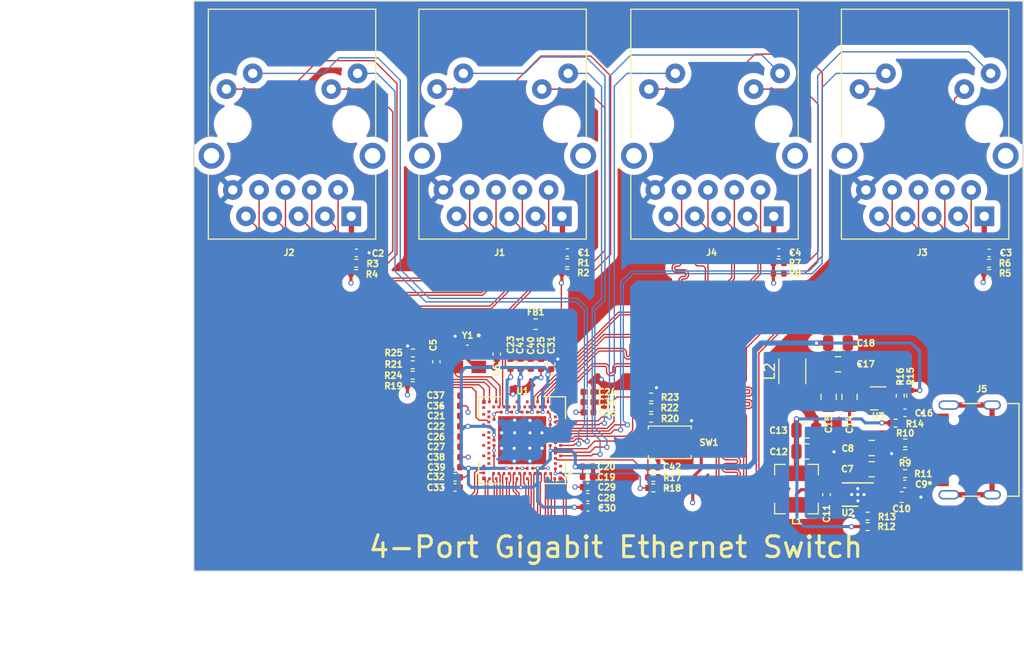
<source format=kicad_pcb>
(kicad_pcb (version 20221018) (generator pcbnew)
  (layers (0 "F.Cu" signal) (1 "In1.Cu" signal) (2 "In2.Cu" signal) (31 "B.Cu" signal) (34 "B.Paste" user) (35 "F.Paste" user) (36 "B.SilkS" user "B.Silkscreen") (37 "F.SilkS" user "F.Silkscreen") (38 "B.Mask" user) (39 "F.Mask" user) (44 "Edge.Cuts" user))
  (net 0 "")
  (net 1 "/LED00")
  (net 3 "/LED10")
  (net 20 "/LED20")
  (net 31 "/LED30")
  (net 32 "Net-(U1E-GPIO3{slash}SSDO{slash}UTXD)")
  (net 33 "/G0_TPIAN")
  (net 34 "/G0_TPIAP")
  (net 35 "Net-(J1-CT)")
  (net 36 "GND")
  (net 37 "Net-(J2-CT)")
  (net 38 "Net-(J3-CT)")
  (net 39 "Net-(J4-CT)")
  (net 40 "Net-(U1F-XTAL2)")
  (net 41 "Net-(U1F-XTAL1{slash}CLK)")
  (net 42 "VBUS")
  (net 43 "Net-(U2-EN)")
  (net 44 "Net-(U2-Vcc)")
  (net 45 "Net-(U2-SW)")
  (net 46 "Net-(U2-BOOST)")
  (net 47 "+3V3")
  (net 48 "Net-(U3-EN)")
  (net 49 "+1V1")
  (net 50 "Net-(U1G-VDDA)")
  (net 51 "Net-(U1F-HRSTN)")
  (net 52 "Net-(J1-PadL1)")
  (net 53 "/LED02")
  (net 54 "Net-(J1-PadL3)")
  (net 55 "/LED01")
  (net 56 "/G0_TPIBN")
  (net 57 "/G0_TPIBP")
  (net 58 "/G0_TPICN")
  (net 59 "/G0_TPICP")
  (net 60 "/G0_TPIDN")
  (net 61 "/G0_TPIDP")
  (net 62 "Earth")
  (net 63 "Net-(J2-PadL1)")
  (net 64 "/LED12")
  (net 65 "Net-(J2-PadL3)")
  (net 66 "/LED11")
  (net 67 "/G1_TPIAN")
  (net 68 "/G1_TPIAP")
  (net 69 "/G1_TPIBN")
  (net 70 "/G1_TPIBP")
  (net 71 "/G1_TPICN")
  (net 72 "/G1_TPICP")
  (net 73 "/G1_TPIDN")
  (net 74 "/G1_TPIDP")
  (net 75 "Net-(J3-PadL1)")
  (net 76 "/LED22")
  (net 77 "Net-(J3-PadL3)")
  (net 78 "/LED21")
  (net 79 "/G2_TPIAN")
  (net 80 "/G2_TPIAP")
  (net 81 "/G2_TPIBN")
  (net 82 "/G2_TPIBP")
  (net 83 "/G2_TPICN")
  (net 84 "/G2_TPICP")
  (net 85 "/G2_TPIDN")
  (net 86 "/G2_TPIDP")
  (net 87 "Net-(J4-PadL1)")
  (net 89 "Net-(J4-PadL3)")
  (net 90 "/LED31")
  (net 91 "/G3_TPIAN")
  (net 92 "/G3_TPIAP")
  (net 93 "/G3_TPIBN")
  (net 94 "/G3_TPIBP")
  (net 95 "/G3_TPICN")
  (net 96 "/G3_TPICP")
  (net 97 "/G3_TPIDN")
  (net 98 "/G3_TPIDP")
  (net 99 "Net-(U3-SW)")
  (net 100 "Net-(J5-CC1)")
  (net 101 "Net-(J5-CC2)")
  (net 102 "Net-(U2-Vfb)")
  (net 103 "Net-(U3-FB)")
  (net 104 "Net-(U1A-RCAL)")
  (net 113 "Net-(J5-SHIELD-PadS1)")
  (net 114 "Net-(U1E-GPIO7{slash}MSDO{slash}PWLED)")
  (net 115 "Net-(U1E-GPIO8{slash}MSCK)")
  (net 116 "Net-(U1E-GPIO9{slash}MSCS)")
  (footprint "Capacitor_SMD:C_0402_1005Metric" (layer "F.Cu") (at 138.065 88.6975 180)
    (fp_text reference "C34")
    (fp_text value "0.1uF" hide)
  )
  (footprint "Resistor_SMD:R_0402_1005Metric" (layer "F.Cu") (at 144.13 90.25 180)
    (fp_text reference "R20")
    (fp_text value "10k" hide)
  )
  (footprint "Capacitor_SMD:C_0402_1005Metric" (layer "F.Cu") (at 138.075 89.6875 180)
    (fp_text reference "C35")
    (fp_text value "0.1uF" hide)
  )
  (footprint "Connector_RJ:RJ45_UDE_RB1-125B8G1A" (layer "F.Cu") (at 155.955 70.77 180)
    (fp_text reference "J4")
    (fp_text value "RB1-125B8G1A" hide)
  )
  (footprint "Capacitor_SMD:C_0402_1005Metric" (layer "F.Cu") (at 133.5 85.0275 -90)
    (fp_text reference "C25")
    (fp_text value "0.1uF" hide)
  )
  (footprint "Capacitor_SMD:C_0402_1005Metric" (layer "F.Cu") (at 125.195 91.0375)
    (fp_text reference "C22")
    (fp_text value "0.1uF" hide)
  )
  (footprint "Capacitor_SMD:C_0402_1005Metric" (layer "F.Cu") (at 134.48 85.0275 -90)
    (fp_text reference "C31")
    (fp_text value "0.1uF" hide)
  )
  (footprint "Resistor_SMD:R_0402_1005Metric" (layer "F.Cu") (at 167.71 90.73)
    (fp_text reference "R14")
    (fp_text value "10k" hide)
  )
  (footprint "Capacitor_SMD:C_0402_1005Metric" (layer "F.Cu") (at 168.5975 96.6 180)
    (fp_text reference "C9")
    (fp_text value "0.1uF" hide)
  )
  (footprint "Capacitor_SMD:C_0402_1005Metric" (layer "F.Cu") (at 161.0475 97.63 -90)
    (fp_text reference "C11")
    (fp_text value "0.1uF" hide)
  )
  (footprint "Capacitor_SMD:C_0402_1005Metric" (layer "F.Cu") (at 125.205 92.0275)
    (fp_text reference "C26")
    (fp_text value "0.1uF" hide)
  )
  (footprint "Resistor_SMD:R_0402_1005Metric" (layer "F.Cu") (at 115.67 76.3 180)
    (fp_text reference "R4")
    (fp_text value "100R" hide)
  )
  (footprint "Resistor_SMD:R_0402_1005Metric" (layer "F.Cu") (at 176.74 76.29 180)
    (fp_text reference "R5")
    (fp_text value "100R" hide)
  )
  (footprint "GSW140A3MC_S_LMHB:XCVR_GSW140A3MC_S_LMHB" (layer "F.Cu") (at 131.675 92.3775 180)
    (fp_text reference "U1")
    (fp_text value "GSW140A3MC_S_LMHB" hide)
  )
  (footprint "Capacitor_SMD:C_0402_1005Metric" (layer "F.Cu") (at 130.55 85.0175 -90)
    (fp_text reference "C23")
    (fp_text value "0.1uF" hide)
  )
  (footprint "Resistor_SMD:R_0402_1005Metric" (layer "F.Cu") (at 156.43 76.28 180)
    (fp_text reference "R8")
    (fp_text value "100R" hide)
  )
  (footprint "Capacitor_SMD:C_0402_1005Metric" (layer "F.Cu") (at 132.51 85.0175 -90)
    (fp_text reference "C40")
    (fp_text value "0.1uF" hide)
  )
  (footprint "Capacitor_SMD:C_0402_1005Metric" (layer "F.Cu") (at 156.44 74.27)
    (fp_text reference "C4")
    (fp_text value "0.1uF" hide)
  )
  (footprint "Capacitor_SMD:C_0402_1005Metric" (layer "F.Cu") (at 125.195 89.0575)
    (fp_text reference "C36")
    (fp_text value "0.1uF" hide)
  )
  (footprint "Resistor_SMD:R_0402_1005Metric" (layer "F.Cu") (at 121.115 85.0975)
    (fp_text reference "R21")
    (fp_text value "10k" hide)
  )
  (footprint "Resistor_SMD:R_0402_1005Metric" (layer "F.Cu") (at 121.125 87.1075)
    (fp_text reference "R19")
    (fp_text value "10k" hide)
  )
  (footprint "Capacitor_SMD:C_0805_2012Metric" (layer "F.Cu") (at 162.1575 83 180)
    (fp_text reference "C18")
    (fp_text value "10uF/25V" hide)
  )
  (footprint "Resistor_SMD:R_0402_1005Metric" (layer "F.Cu") (at 165.0075 100.71 180)
    (fp_text reference "R12")
    (fp_text value "31.6k" hide)
  )
  (footprint "Capacitor_SMD:C_0402_1005Metric" (layer "F.Cu") (at 129.225 84.0675 -90)
    (fp_text reference "C6")
    (fp_text value "15pF" hide)
  )
  (footprint "Capacitor_SMD:C_0402_1005Metric" (layer "F.Cu") (at 138.005 97.8775 180)
    (fp_text reference "C28")
    (fp_text value "0.1uF" hide)
  )
  (footprint "Resistor_SMD:R_0402_1005Metric" (layer "F.Cu") (at 176.73 75.3 180)
    (fp_text reference "R6")
    (fp_text value "100R" hide)
  )
  (footprint "Capacitor_SMD:C_0402_1005Metric" (layer "F.Cu") (at 125.205 93.0075)
    (fp_text reference "C27")
    (fp_text value "0.1uF" hide)
  )
  (footprint "Resistor_SMD:R_0402_1005Metric" (layer "F.Cu") (at 168.6275 95.6 180)
    (fp_text reference "R11")
    (fp_text value "10k" hide)
  )
  (footprint "Resistor_SMD:R_0402_1005Metric" (layer "F.Cu") (at 144.33 96.98 180)
    (fp_text reference "R18")
    (fp_text value "10k" hide)
  )
  (footprint "Resistor_SMD:R_0402_1005Metric" (layer "F.Cu") (at 168.6375 92.64)
    (fp_text reference "R10")
    (fp_text value "5.1k" hide)
  )
  (footprint "Inductor_SMD:L_0603_1608Metric" (layer "F.Cu") (at 132.98 81.18)
    (fp_text reference "FB1")
    (fp_text value "FerriteBead" hide)
  )
  (footprint "Resistor_SMD:R_0402_1005Metric" (layer "F.Cu") (at 121.145 83.9575)
    (fp_text reference "R25")
    (fp_text value "10k" hide)
  )
  (footprint "Capacitor_SMD:C_0402_1005Metric" (layer "F.Cu") (at 123.395 84.8075 90)
    (fp_text reference "C5")
    (fp_text value "15pF" hide)
  )
  (footprint "Capacitor_SMD:C_0402_1005Metric" (layer "F.Cu") (at 125.205 96.9375)
    (fp_text reference "C33")
    (fp_text value "0.1uF" hide)
  )
  (footprint "Resistor_SMD:R_0402_1005Metric" (layer "F.Cu") (at 136.03 75.26 180)
    (fp_text reference "R1")
    (fp_text value "100R" hide)
  )
  (footprint "Capacitor_SMD:C_0805_2012Metric" (layer "F.Cu") (at 165.4075 93.13)
    (fp_text reference "C8")
    (fp_text value "10uF/25V" hide)
  )
  (footprint "Inductor_SMD:L_Bourns-SRN4018" (layer "F.Cu") (at 158.1475 97.095 90)
    (fp_text reference "L1")
    (fp_text value "15uH" hide)
  )
  (footprint "Inductor_SMD:L_Taiyo-Yuden_NR-24xx" (layer "F.Cu") (at 157.75 85.74 90)
    (fp_text reference "L2")
    (fp_text value "0.47uH")
  )
  (footprint "Connector_RJ:RJ45_UDE_RB1-125B8G1A" (layer "F.Cu") (at 135.508 70.77 180)
    (fp_text reference "J1")
    (fp_text value "RB1-125B8G1A" hide)
  )
  (footprint "Capacitor_SMD:C_0402_1005Metric" (layer "F.Cu") (at 176.74 74.31)
    (fp_text reference "C3")
    (fp_text value "0.1uF" hide)
  )
  (footprint "Capacitor_SMD:C_0402_1005Metric" (layer "F.Cu") (at 137.995 94.9275 180)
    (fp_text reference "C20")
    (fp_text value "0.1uF" hide)
  )
  (footprint "Capacitor_SMD:C_0805_2012Metric" (layer "F.Cu") (at 165.4075 95.18)
    (fp_text reference "C7")
    (fp_text value "10uF/25V" hide)
  )
  (footprint "Resistor_SMD:R_0402_1005Metric" (layer "F.Cu") (at 144.13 89.23 180)
    (fp_text reference "R22")
    (fp_text value "10k" hide)
  )
  (footprint "Capacitor_SMD:C_0402_1005Metric" (layer "F.Cu") (at 131.53 85.0175 -90)
    (fp_text reference "C41")
    (fp_text value "0.1uF" hide)
  )
  (footprint "Capacitor_SMD:C_0402_1005Metric" (layer "F.Cu") (at 125.205 88.0775)
    (fp_text reference "C37")
    (fp_text value "0.1uF" hide)
  )
  (footprint "Capacitor_SMD:C_0402_1005Metric" (layer "F.Cu") (at 125.205 94.9775)
    (fp_text reference "C39")
    (fp_text value "0.1uF" hide)
  )
  (footprint "Resistor_SMD:R_0402_1005Metric" (layer "F.Cu") (at 165.0075 99.7)
    (fp_text reference "R13")
    (fp_text value "10k" hide)
  )
  (footprint "Capacitor_SMD:C_0805_2012Metric" (layer "F.Cu") (at 161.2475 88.2 -90)
    (fp_text reference "C15")
    (fp_text value "10uF/25V" hide)
  )
  (footprint "Resistor_SMD:R_0402_1005Metric" (layer "F.Cu") (at 121.115 86.0975)
    (fp_text reference "R24")
    (fp_text value "10k" hide)
  )
  (footprint "Capacitor_SMD:C_0402_1005Metric" (layer "F.Cu") (at 125.205 95.9575)
    (fp_text reference "C32")
    (fp_text value "0.1uF" hide)
  )
  (footprint "Resistor_SMD:R_0402_1005Metric" (layer "F.Cu") (at 156.43 75.27 180)
    (fp_text reference "R7")
    (fp_text value "100R" hide)
  )
  (footprint "Capacitor_SMD:C_0402_1005Metric" (layer "F.Cu") (at 125.205 94.0075)
    (fp_text reference "C38")
    (fp_text value "0.1uF" hide)
  )
  (footprint "Capacitor_SMD:C_0402_1005Metric" (layer "F.Cu") (at 136.04 74.27)
    (fp_text reference "C1")
    (fp_text value "0.1uF" hide)
  )
  (footprint "Capacitor_SMD:C_0402_1005Metric" (layer "F.Cu") (at 168.6175 89.73 180)
    (fp_text reference "C16")
    (fp_text value "0.1uF" hide)
  )
  (footprint "Capacitor_SMD:C_0603_1608Metric" (layer "F.Cu") (at 168.2975 97.87 180)
    (fp_text reference "C10")
    (fp_text value "1uF" hide)
  )
  (footprint "Capacitor_SMD:C_0402_1005Metric" (layer "F.Cu") (at 138.005 96.8875 180)
    (fp_text reference "C29")
    (fp_text value "0.1uF" hide)
  )
  (footprint "Capacitor_SMD:C_0402_1005Metric" (layer "F.Cu") (at 137.995 95.9075 180)
    (fp_text reference "C19")
    (fp_text value "0.1uF" hide)
  )
  (footprint "ABM8G-25.000MHZ-B4Y-T:XTAL_ABM8G-25.000MHZ-B4Y-T" (layer "F.Cu") (at 126.39 84.4575 -90)
    (fp_text reference "Y1")
    (fp_text value "X322525MOB4SI" hide)
  )
  (footprint "Package_DFN_QFN:DFN-8-1EP_3x2mm_P0.5mm_EP1.75x1.45mm" (layer "F.Cu") (at 164.0675 97.62 180)
    (fp_text reference "U2")
    (fp_text value "MCP16311T-E/MNY" hide)
  )
  (footprint "TYPE-C-31-M-12:HRO_TYPE-C-31-M-12" (layer "F.Cu") (at 177.02 93.31 90)
    (fp_text reference "J5")
    (fp_text value "TYPE-C-31-M-12" hide)
  )
  (footprint "Capacitor_SMD:C_0402_1005Metric" (layer "F.Cu") (at 138.065 87.7175 180)
    (fp_text reference "C24")
    (fp_text value "0.1uF" hide)
  )
  (footprint "Connector_RJ:RJ45_UDE_RB1-125B8G1A" (layer "F.Cu") (at 176.275 70.77 180)
    (fp_text reference "J3")
    (fp_text value "RB1-125B8G1A" hide)
  )
  (footprint "Package_DFN_QFN:Texas_VSON-HR-8_1.5x2mm_P0.5mm" (layer "F.Cu") (at 166.0275 88.34 180)
    (fp_text reference "U3")
    (fp_text value "TPS62822DLCR" hide)
  )
  (footprint "Capacitor_SMD:C_0402_1005Metric" (layer "F.Cu") (at 138.03 98.85 180)
    (fp_text reference "C30")
    (fp_text value "0.1uF" hide)
  )
  (footprint "Capacitor_SMD:C_0805_2012Metric" (layer "F.Cu") (at 162.1575 85.05 180)
    (fp_text reference "C17")
    (fp_text value "10uF/25V" hide)
  )
  (footprint "Resistor_SMD:R_0402_1005Metric" (layer "F.Cu") (at 115.67 75.3 180)
    (fp_text reference "R3")
    (fp_text value "100R" hide)
  )
  (footprint "Connector_RJ:RJ45_UDE_RB1-125B8G1A" (layer "F.Cu") (at 115.188 70.77 180)
    (fp_text reference "J2")
    (fp_text value "RB1-125B8G1A" hide)
  )
  (footprint "Resistor_SMD:R_0402_1005Metric" (layer "F.Cu") (at 168.1575 88.08 -90)
    (fp_text reference "R16")
    (fp_text value "12.1k" hide)
  )
  (footprint "Capacitor_SMD:C_0805_2012Metric" (layer "F.Cu") (at 163.2675 88.2 -90)
    (fp_text reference "C14")
    (fp_text value "10uF/25V" hide)
  )
  (footprint "Capacitor_SMD:C_0402_1005Metric" (layer "F.Cu") (at 144.29 94.98 180)
    (fp_text reference "C42")
    (fp_text value "0.1uF" hide)
  )
  (footprint "Resistor_SMD:R_0402_1005Metric" (layer "F.Cu") (at 144.13 88.21 180)
    (fp_text reference "R23")
    (fp_text value "10k" hide)
  )
  (footprint "Capacitor_SMD:C_0805_2012Metric" (layer "F.Cu") (at 159.0975 91.425 180)
    (fp_text reference "C13")
    (fp_text value "10uF/25V" hide)
  )
  (footprint "Resistor_SMD:R_0402_1005Metric" (layer "F.Cu") (at 168.6375 93.67)
    (fp_text reference "R9")
    (fp_text value "5.1k" hide)
  )
  (footprint "Resistor_SMD:R_0402_1005Metric" (layer "F.Cu") (at 144.32 95.97)
    (fp_text reference "R17")
    (fp_text value "10k" hide)
  )
  (footprint "Button_Switch_SMD:SW_Push_SPST_NO_Alps_SKRK" (layer "F.Cu") (at 145.92 92.58)
    (fp_text reference "SW1")
    (fp_text value "SW_Push" hide)
  )
  (footprint "Capacitor_SMD:C_0805_2012Metric" (layer "F.Cu") (at 159.0975 93.465 180)
    (fp_text reference "C12")
    (fp_text value "10uF/25V" hide)
  )
  (footprint "Resistor_SMD:R_0402_1005Metric" (layer "F.Cu") (at 169.1675 88.08 90)
    (fp_text reference "R15")
    (fp_text value "10k" hide)
  )
  (footprint "Resistor_SMD:R_0402_1005Metric" (layer "F.Cu") (at 136.02 76.26 180)
    (fp_text reference "R2")
    (fp_text value "100R" hide)
  )
  (footprint "Capacitor_SMD:C_0402_1005Metric" (layer "F.Cu") (at 125.195 90.0275)
    (fp_text reference "C21")
    (fp_text value "0.1uF" hide)
  )
  (footprint "Capacitor_SMD:C_0402_1005Metric" (layer "F.Cu") (at 115.685 74.3)
    (fp_text reference "C2")
    (fp_text value "0.1uF" hide)
  )
  (gr_line (start 180 50) (end 180 105) (stroke (width 0.1)) (layer "Edge.Cuts"))
  (gr_line (start 100 105) (end 100 50) (stroke (width 0.1)) (layer "Edge.Cuts"))
  (gr_line (start 180 105) (end 100 105) (stroke (width 0.1)) (layer "Edge.Cuts"))
  (gr_line (start 180 50) (end 100 50) (stroke (width 0.1)) (layer "Edge.Cuts"))
  (gr_text "4-Port Gigabit Ethernet Switch" (at 116.71 103.86) (layer "F.SilkS") (effects (font (size 2 2) (thickness 0.3) bold) (justify left bottom)))
  (segment (start 138.3725 93.8775) (end 135.385 93.8775) (width 0.127) (layer "F.Cu") (net 1))
  (segment (start 139.2 93.73) (end 138.52 93.73) (width 0.127) (layer "F.Cu") (net 1))
  (segment (start 138.52 93.73) (end 138.3725 93.8775) (width 0.127) (layer "F.Cu") (net 1))
  (via (at 139.2 93.73) (size 0.5) (drill 0.3) (layers "F.Cu" "B.Cu") (net 1))
  (segment (start 138.44 79.61) (end 139.34 78.71) (width 0.127) (layer "B.Cu") (net 1))
  (segment (start 139.34 78.71) (end 139.34 58.25) (width 0.127) (layer "B.Cu") (net 1))
  (segment (start 139.2 93.73) (end 139.2 92.39) (width 0.127) (layer "B.Cu") (net 1))
  (segment (start 138.44 91.63) (end 138.44 79.61) (width 0.127) (layer "B.Cu") (net 1))
  (segment (start 138.07 56.98) (end 136.118 56.98) (width 0.127) (layer "B.Cu") (net 1))
  (segment (start 139.34 58.25) (end 138.07 56.98) (width 0.127) (layer "B.Cu") (net 1))
  (segment (start 139.2 92.39) (end 138.44 91.63) (width 0.127) (layer "B.Cu") (net 1))
  (segment (start 136.78 92.73) (end 137.13 92.73) (width 0.127) (layer "F.Cu") (net 3))
  (segment (start 136.6325 92.8775) (end 136.78 92.73) (width 0.127) (layer "F.Cu") (net 3))
  (segment (start 135.385 92.8775) (end 136.6325 92.8775) (width 0.127) (layer "F.Cu") (net 3))
  (via (at 137.13 92.73) (size 0.5) (drill 0.3) (layers "F.Cu" "B.Cu") (net 3))
  (segment (start 137.69 79.82) (end 137.69 90.95) (width 0.127) (layer "B.Cu") (net 3))
  (segment (start 115.798 56.98) (end 117.68 56.98) (width 0.127) (layer "B.Cu") (net 3))
  (segment (start 119.41 58.71) (end 119.41 76.06) (width 0.127) (layer "B.Cu") (net 3))
  (segment (start 119.41 76.06) (end 122.38 79.03) (width 0.127) (layer "B.Cu") (net 3))
  (segment (start 137.12 91.52) (end 137.12 92.71) (width 0.127) (layer "B.Cu") (net 3))
  (segment (start 117.68 56.98) (end 119.41 58.71) (width 0.127) (layer "B.Cu") (net 3))
  (segment (start 136.9 79.03) (end 137.69 79.82) (width 0.127) (layer "B.Cu") (net 3))
  (segment (start 137.69 90.95) (end 137.12 91.52) (width 0.127) (layer "B.Cu") (net 3))
  (segment (start 122.38 79.03) (end 136.9 79.03) (width 0.127) (layer "B.Cu") (net 3))
  (segment (start 136.37 91.88) (end 136.512 91.738) (width 0.127) (layer "F.Cu") (net 20))
  (segment (start 140.212 91.738) (end 140.57 91.38) (width 0.127) (layer "F.Cu") (net 20))
  (segment (start 135.3875 91.88) (end 136.37 91.88) (width 0.127) (layer "F.Cu") (net 20))
  (segment (start 136.512 91.738) (end 140.212 91.738) (width 0.127) (layer "F.Cu") (net 20))
  (segment (start 135.385 91.8775) (end 135.3875 91.88) (width 0.127) (layer "F.Cu") (net 20))
  (segment (start 140.57 91.38) (end 141.18 91.38) (width 0.127) (layer "F.Cu") (net 20))
  (via (at 141.18 91.38) (size 0.5) (drill 0.3) (layers "F.Cu" "B.Cu") (net 20))
  (segment (start 160.2 57.19) (end 162.49 54.9) (width 0.127) (layer "B.Cu") (net 20))
  (segment (start 160.2 75.2) (end 160.2 57.19) (width 0.127) (layer "B.Cu") (net 20))
  (segment (start 141.18 91.38) (end 141.18 77.1) (width 0.127) (layer "B.Cu") (net 20))
  (segment (start 141.18 77.1) (end 142.23 76.05) (width 0.127) (layer "B.Cu") (net 20))
  (segment (start 159.35 76.05) (end 160.2 75.2) (width 0.127) (layer "B.Cu") (net 20))
  (segment (start 162.49 54.9) (end 174.805 54.9) (width 0.127) (layer "B.Cu") (net 20))
  (segment (start 174.805 54.9) (end 176.885 56.98) (width 0.127) (layer "B.Cu") (net 20))
  (segment (start 142.23 76.05) (end 159.35 76.05) (width 0.127) (layer "B.Cu") (net 20))
  (segment (start 139.23 90.74) (end 139.0925 90.8775) (width 0.127) (layer "F.Cu") (net 31))
  (segment (start 139.61 90.74) (end 139.23 90.74) (width 0.127) (layer "F.Cu") (net 31))
  (segment (start 139.0925 90.8775) (end 135.385 90.8775) (width 0.127) (layer "F.Cu") (net 31))
  (via (at 139.61 90.74) (size 0.5) (drill 0.3) (layers "F.Cu" "B.Cu") (net 31))
  (segment (start 154.795 55.21) (end 156.565 56.98) (width 0.127) (layer "B.Cu") (net 31))
  (segment (start 139.61 90.74) (end 139.61 89.987038) (width 0.127) (layer "B.Cu") (net 31))
  (segment (start 142.16 55.21) (end 154.795 55.21) (width 0.127) (layer "B.Cu") (net 31))
  (segment (start 140.1 57.27) (end 142.16 55.21) (width 0.127) (layer "B.Cu") (net 31))
  (segment (start 140.1 89.497038) (end 140.1 57.27) (width 0.127) (layer "B.Cu") (net 31))
  (segment (start 139.61 89.987038) (end 140.1 89.497038) (width 0.127) (layer "B.Cu") (net 31))
  (segment (start 128.465 90.6275) (end 128.2805 90.443) (width 0.127) (layer "F.Cu") (net 32))
  (segment (start 122.2775 87.1075) (end 121.635 87.1075) (width 0.127) (layer "F.Cu") (net 32))
  (segment (start 127.225 90.1675) (end 127.225 87.6975) (width 0.127) (layer "F.Cu") (net 32))
  (segment (start 127.225 87.6975) (end 126.811 87.2835) (width 0.127) (layer "F.Cu") (net 32))
  (segment (start 128.2805 90.443) (end 127.5005 90.443) (width 0.127) (layer "F.Cu") (net 32))
  (segment (start 122.4535 87.2835) (end 122.2775 87.1075) (width 0.127) (layer "F.Cu") (net 32))
  (segment (start 126.811 87.2835) (end 122.4535 87.2835) (width 0.127) (layer "F.Cu") (net 32))
  (segment (start 127.5005 90.443) (end 127.225 90.1675) (width 0.127) (layer "F.Cu") (net 32))
  (segment (start 118.986 95.316) (end 118.986 82.024) (width 0.127) (layer "F.Cu") (net 33))
  (segment (start 127.37 95.74) (end 127.37 97.5) (width 0.127) (layer "F.Cu") (net 33))
  (segment (start 120.284 80.726) (end 122.29 80.726) (width 0.127) (layer "F.Cu") (net 33))
  (segment (start 124.263 81.590629) (end 124.263 80.98) (width 0.127) (layer "F.Cu") (net 33))
  (segment (start 123.063 81.59061) (end 123.063 81.153) (width 0.127) (layer "F.Cu") (net 33))
  (segment (start 125.117 80.451069) (end 125.117 80.726) (width 0.127) (layer "F.Cu") (net 33))
  (segment (start 129.44479 80.726) (end 133.984 76.18679) (width 0.127) (layer "F.Cu") (net 33))
  (segment (start 123.464923 80.049154) (end 123.515077 80.049154) (width 0.127) (layer "F.Cu") (net 33))
  (segment (start 126.726 98.144) (end 121.814 98.144) (width 0.127) (layer "F.Cu") (net 33))
  (segment (start 122.717 81.153) (end 122.717 81.59061) (width 0.127) (layer "F.Cu") (net 33))
  (segment (start 127.37 97.5) (end 126.726 98.144) (width 0.127) (layer "F.Cu") (net 33))
  (segment (start 125.117 80.726) (end 125.117 81.340632) (width 0.127) (layer "F.Cu") (net 33))
  (segment (start 133.984 73.53) (end 133.984 71.786) (width 0.127) (layer "F.Cu") (net 33))
  (segment (start 127.965 95.5275) (end 127.5825 95.5275) (width 0.127) (layer "F.Cu") (net 33))
  (segment (start 123.063 81.153) (end 123.063 80.451077) (width 0.127) (layer "F.Cu") (net 33))
  (segment (start 133.284 73.83) (end 133.684 73.83) (width 0.127) (layer "F.Cu") (net 33))
  (segment (start 121.814 98.144) (end 118.986 95.316) (width 0.127) (layer "F.Cu") (net 33))
  (segment (start 127.071104 80.726) (end 129.44479 80.726) (width 0.127) (layer "F.Cu") (net 33))
  (segment (start 124.664931 80.049138) (end 124.715069 80.049138) (width 0.127) (layer "F.Cu") (net 33))
  (segment (start 123.917 80.451077) (end 123.917 80.726) (width 0.127) (layer "F.Cu") (net 33))
  (segment (start 125.89 80.726) (end 127.071104 80.726) (width 0.127) (layer "F.Cu") (net 33))
  (segment (start 123.917 80.726) (end 123.917 81.590629) (width 0.127) (layer "F.Cu") (net 33))
  (segment (start 133.984 71.786) (end 132.968 70.77) (width 0.127) (layer "F.Cu") (net 33))
  (segment (start 118.986 82.024) (end 120.284 80.726) (width 0.127) (layer "F.Cu") (net 33))
  (segment (start 124.263 80.98) (end 124.263 80.451069) (width 0.127) (layer "F.Cu") (net 33))
  (segment (start 133.684 74.43) (end 133.284 74.43) (width 0.127) (layer "F.Cu") (net 33))
  (segment (start 133.984 76.18679) (end 133.984 74.73) (width 0.127) (layer "F.Cu") (net 33))
  (segment (start 127.5825 95.5275) (end 127.37 95.74) (width 0.127) (layer "F.Cu") (net 33))
  (segment (start 125.463 81.340632) (end 125.463 81.153) (width 0.127) (layer "F.Cu") (net 33))
  (arc (start 123.917 81.590629) (mid 123.967671 81.712958) (end 124.09 81.763629) (width 0.127) (layer "F.Cu") (net 33))
  (arc (start 122.89 81.76361) (mid 123.012329 81.712939) (end 123.063 81.59061) (width 0.127) (layer "F.Cu") (net 33))
  (arc (start 133.284 74.43) (mid 133.071868 74.342132) (end 132.984 74.13) (width 0.127) (layer "F.Cu") (net 33))
  (arc (start 124.263 80.451069) (mid 124.380723 80.166861) (end 124.664931 80.049138) (width 0.127) (layer "F.Cu") (net 33))
  (arc (start 123.515077 80.049154) (mid 123.799279 80.166875) (end 123.917 80.451077) (width 0.127) (layer "F.Cu") (net 33))
  (arc (start 124.715069 80.049138) (mid 124.999277 80.166861) (end 125.117 80.451069) (width 0.127) (layer "F.Cu") (net 33))
  (arc (start 125.117 81.340632) (mid 125.167671 81.462961) (end 125.29 81.513632) (width 0.127) (layer "F.Cu") (net 33))
  (arc (start 122.29 80.726) (mid 122.591935 80.851065) (end 122.717 81.153) (width 0.127) (layer "F.Cu") (net 33))
  (arc (start 124.09 81.763629) (mid 124.212329 81.712958) (end 124.263 81.590629) (width 0.127) (layer "F.Cu") (net 33))
  (arc (start 125.463 81.153) (mid 125.588065 80.851065) (end 125.89 80.726) (width 0.127) (layer "F.Cu") (net 33))
  (arc (start 123.063 80.451077) (mid 123.180721 80.166875) (end 123.464923 80.049154) (width 0.127) (layer "F.Cu") (net 33))
  (arc (start 125.29 81.513632) (mid 125.412329 81.462961) (end 125.463 81.340632) (width 0.127) (layer "F.Cu") (net 33))
  (arc (start 122.717 81.59061) (mid 122.767671 81.712939) (end 122.89 81.76361) (width 0.127) (layer "F.Cu") (net 33))
  (arc (start 132.984 74.13) (mid 133.071868 73.917868) (end 133.284 73.83) (width 0.127) (layer "F.Cu") (net 33))
  (arc (start 133.684 73.83) (mid 133.896132 73.742132) (end 133.984 73.53) (width 0.127) (layer "F.Cu") (net 33))
  (arc (start 133.984 74.73) (mid 133.896132 74.517868) (end 133.684 74.43) (width 0.127) (layer "F.Cu") (net 33))
  (segment (start 119.24 82.12921) (end 120.38921 80.98) (width 0.127) (layer "F.Cu") (net 34))
  (segment (start 123.663 80.451077) (end 123.663 80.726) (width 0.127) (layer "F.Cu") (net 34))
  (segment (start 122.463 81.153) (end 122.463 81.59061) (width 0.127) (layer "F.Cu") (net 34))
  (segment (start 124.517 80.98) (end 124.517 80.451069) (width 0.127) (layer "F.Cu") (net 34))
  (segment (start 124.863 80.451069) (end 124.863 80.726) (width 0.127) (layer "F.Cu") (net 34))
  (segment (start 124.664931 80.303138) (end 124.715069 80.303138) (width 0.127) (layer "F.Cu") (net 34))
  (segment (start 127.4 95.21) (end 127.09 95.52) (width 0.127) (layer "F.Cu") (net 34))
  (segment (start 134.238 76.292) (end 134.238 68.23) (width 0.127) (layer "F.Cu") (net 34))
  (segment (start 121.99 97.89) (end 119.24 95.14) (width 0.127) (layer "F.Cu") (net 34))
  (segment (start 128.162514 95.21) (end 127.4 95.21) (width 0.127) (layer "F.Cu") (net 34))
  (segment (start 127.071104 80.98) (end 129.55 80.98) (width 0.127) (layer "F.Cu") (net 34))
  (segment (start 123.663 80.726) (end 123.663 81.590629) (width 0.127) (layer "F.Cu") (net 34))
  (segment (start 125.89 80.98) (end 127.071104 80.98) (width 0.127) (layer "F.Cu") (net 34))
  (segment (start 127.09 97.35) (end 126.55 97.89) (width 0.127) (layer "F.Cu") (net 34))
  (segment (start 128.245014 95.1275) (end 128.162514 95.21) (width 0.127) (layer "F.Cu") (net 34))
  (segment (start 126.55 97.89) (end 121.99 97.89) (width 0.127) (layer "F.Cu") (net 34))
  (segment (start 128.465 95.1275) (end 128.245014 95.1275) (width 0.127) (layer "F.Cu") (net 34))
  (segment (start 123.464923 80.303154) (end 123.515077 80.303154) (width 0.127) (layer "F.Cu") (net 34))
  (segment (start 120.38921 80.98) (end 122.29 80.98) (width 0.127) (layer "F.Cu") (net 34))
  (segment (start 123.317 81.153) (end 123.317 80.451077) (width 0.127) (layer "F.Cu") (net 34))
  (segment (start 123.317 81.59061) (end 123.317 81.153) (width 0.127) (layer "F.Cu") (net 34))
  (segment (start 125.717 81.340632) (end 125.717 81.153) (width 0.127) (layer "F.Cu") (net 34))
  (segment (start 124.863 80.726) (end 124.863 81.340632) (width 0.127) (layer "F.Cu") (net 34))
  (segment (start 124.517 81.590629) (end 124.517 80.98) (width 0.127) (layer "F.Cu") (net 34))
  (segment (start 129.55 80.98) (end 134.238 76.292) (width 0.127) (layer "F.Cu") (net 34))
  (segment (start 119.24 95.14) (end 119.24 82.12921) (width 0.127) (layer "F.Cu") (net 34))
  (segment (start 127.09 95.52) (end 127.09 97.35) (width 0.127) (layer "F.Cu") (net 34))
  (arc (start 122.29 80.98) (mid 122.412329 81.030671) (end 122.463 81.153) (width 0.127) (layer "F.Cu") (net 34))
  (arc (start 125.29 81.767632) (mid 125.591935 81.642567) (end 125.717 81.340632) (width 0.127) (layer "F.Cu") (net 34))
  (arc (start 123.663 81.590629) (mid 123.788065 81.892564) (end 124.09 82.017629) (width 0.127) (layer "F.Cu") (net 34))
  (arc (start 123.317 80.451077) (mid 123.360326 80.34648) (end 123.464923 80.303154) (width 0.127) (layer "F.Cu") (net 34))
  (arc (start 122.89 82.01761) (mid 123.191935 81.892545) (end 123.317 81.59061) (width 0.127) (layer "F.Cu") (net 34))
  (arc (start 124.09 82.017629) (mid 124.391935 81.892564) (end 124.517 81.590629) (width 0.127) (layer "F.Cu") (net 34))
  (arc (start 124.715069 80.303138) (mid 124.819672 80.346466) (end 124.863 80.451069) (width 0.127) (layer "F.Cu") (net 34))
  (arc (start 125.717 81.153) (mid 125.767671 81.030671) (end 125.89 80.98) (width 0.127) (layer "F.Cu") (net 34))
  (arc (start 124.517 80.451069) (mid 124.560328 80.346466) (end 124.664931 80.303138) (width 0.127) (layer "F.Cu") (net 34))
  (arc (start 123.515077 80.303154) (mid 123.619674 80.34648) (end 123.663 80.451077) (width 0.127) (layer "F.Cu") (net 34))
  (arc (start 122.463 81.59061) (mid 122.588065 81.892545) (end 122.89 82.01761) (width 0.127) (layer "F.Cu") (net 34))
  (arc (start 124.863 81.340632) (mid 124.988065 81.642567) (end 125.29 81.767632) (width 0.127) (layer "F.Cu") (net 34))
  (segment (start 135.565 70.827) (end 135.508 70.77) (width 0.508) (layer "F.Cu") (net 35))
  (segment (start 135.565 74.265) (end 135.565 70.827) (width 0.508) (layer "F.Cu") (net 35))
  (segment (start 135.56 74.27) (end 135.565 74.265) (width 0.508) (layer "F.Cu") (net 35))
  (segment (start 170.25 89.73) (end 170.63 90.11) (width 0.3) (layer "F.Cu") (net 36))
  (segment (start 133.5 84.5475) (end 134.48 84.5475) (width 0.3) (layer "F.Cu") (net 36))
  (segment (start 125.215 83.5875) (end 125.4175 83.5875) (width 0.3) (layer "F.Cu") (net 36))
  (segment (start 125.4175 83.5875) (end 127.1175 85.2875) (width 0.3) (layer "F.Cu") (net 36))
  (segment (start 163.1075 85.05) (end 163.1075 87.09) (width 0.3) (layer "F.Cu") (net 36))
  (segment (start 157.67 74.27) (end 156.92 74.27) (width 0.3) (layer "F.Cu") (net 36))
  (segment (start 123.395 83.905) (end 123.7125 83.5875) (width 0.3) (layer "F.Cu") (net 36))
  (segment (start 163.3175 96.87) (end 164.0675 97.62) (width 0.3) (layer "F.Cu") (net 36))
  (segment (start 133.49 84.5375) (end 133.5 84.5475) (width 0.3) (layer "F.Cu") (net 36))
  (segment (start 144.77 94.98) (end 147.5 94.98) (width 0.3) (layer "F.Cu") (net 36))
  (segment (start 137.28 74.27) (end 136.52 74.27) (width 0.3) (layer "F.Cu") (net 36))
  (segment (start 134.48 84.5475) (end 135.115 84.5475) (width 0.3) (layer "F.Cu") (net 36))
  (segment (start 131.53 84.5375) (end 132.51 84.5375) (width 0.3) (layer "F.Cu") (net 36))
  (segment (start 164.4575 93.13) (end 164.4575 95.18) (width 0.3) (layer "F.Cu") (net 36))
  (segment (start 163.1075 85.05) (end 164.23 85.05) (width 0.3) (layer "F.Cu") (net 36))
  (segment (start 125.215 82.355) (end 125.21 82.35) (width 0.3) (layer "F.Cu") (net 36))
  (segment (start 116.9 74.3) (end 116.165 74.3) (width 0.3) (layer "F.Cu") (net 36))
  (segment (start 120.605 85.0975) (end 120.605 83.9875) (width 0.3) (layer "F.Cu") (net 36))
  (segment (start 116.91 74.29) (end 116.9 74.3) (width 0.3) (layer "F.Cu") (net 36))
  (segment (start 163.6075 87.59) (end 163.2675 87.25) (width 0.254) (layer "F.Cu") (net 36))
  (segment (start 168.1275 93.67) (end 168.1275 92.64) (width 0.3) (layer "F.Cu") (net 36))
  (segment (start 162.6175 98.37) (end 163.3175 98.37) (width 0.3) (layer "F.Cu") (net 36))
  (segment (start 169.0975 89.73) (end 170.25 89.73) (width 0.3) (layer "F.Cu") (net 36))
  (segment (start 124.725 96.9375) (end 124.0825 96.9375) (width 0.3) (layer "F.Cu") (net 36))
  (segment (start 144.64 88.21) (end 144.64 87.31) (width 0.3) (layer "F.Cu") (net 36))
  (segment (start 124.7125 89.06) (end 124.715 89.0575) (width 0.3) (layer "F.Cu") (net 36))
  (segment (start 168.1275 93.67) (end 167.33 93.67) (width 0.3) (layer "F.Cu") (net 36))
  (segment (start 138.475 98.815) (end 138.51 98.85) (width 0.3) (layer "F.Cu") (net 36))
  (segment (start 164.4975 99.7) (end 163.64 99.7) (width 0.3) (layer "F.Cu") (net 36))
  (segment (start 163.3175 98.37) (end 164.0675 97.62) (width 0.3) (layer "F.Cu") (net 36))
  (segment (start 168.1575 87.57) (end 168.1575 86.7425) (width 0.3) (layer "F.Cu") (net 36))
  (segment (start 170.63 90.11) (end 172.27 90.11) (width 0.3) (layer "F.Cu") (net 36))
  (segment (start 130.175 88.125) (end 130.37 87.93) (width 0.127) (layer "F.Cu") (net 36))
  (segment (start 164.4575 93.13) (end 162.11 93.13) (width 0.3) (layer "F.Cu") (net 36))
  (segment (start 163.1075 87.09) (end 163.2675 87.25) (width 0.3) (layer "F.Cu") (net 36))
  (segment (start 138.555 88.7075) (end 138.545 88.6975) (width 0.3) (layer "F.Cu") (net 36))
  (segment (start 148.02 94.46) (end 148.02 92.58) (width 0.3) (layer "F.Cu") (net 36))
  (segment (start 123.9 89.06) (end 124.7125 89.06) (width 0.3) (layer "F.Cu") (net 36))
  (segment (start 123.395 84.3275) (end 123.395 83.905) (width 0.3) (layer "F.Cu") (net 36))
  (segment (start 120.635 83.285) (end 120.63 83.28) (width 0.3) (layer "F.Cu") (net 36))
  (segment (start 120.605 83.9875) (end 120.635 83.9575) (width 0.3) (layer "F.Cu") (net 36))
  (segment (start 161.775 93.465) (end 160.0475 93.465) (width 0.3) (layer "F.Cu") (net 36))
  (segment (start 138.93 86.51) (end 139.32 86.51) (width 0.3) (layer "F.Cu") (net 36))
  (segment (start 123.7125 83.5875) (end 125.215 83.5875) (width 0.3) (layer "F.Cu") (net 36))
  (segment (start 169.0775 96.6) (end 169.1675 96.51) (width 0.3) (layer "F.Cu") (net 36))
  (segment (start 127.1175 85.2875) (end 127.415 85.2875) (width 0.3) (layer "F.Cu") (net 36))
  (segment (start 130.55 84.5375) (end 131.53 84.5375) (width 0.3) (layer "F.Cu") (net 36))
  (segment (start 162.6175 96.87) (end 163.3175 96.87) (width 0.3) (layer "F.Cu") (net 36))
  (segment (start 169.0775 97.865) (end 169.0725 97.87) (width 0.3) (layer "F.Cu") (net 36))
  (segment (start 124.725 88.0775) (end 124.725 96.9375) (width 0.3) (layer "F.Cu") (net 36))
  (segment (start 128.8925 85.2875) (end 129.225 84.955) (width 0.3) (layer "F.Cu") (net 36))
  (segment (start 138.545 88.6975) (end 138.545 87.7175) (width 0.3) (layer "F.Cu") (net 36))
  (segment (start 132.51 84.5375) (end 133.49 84.5375) (width 0.3) (layer "F.Cu") (net 36))
  (segment (start 169.0775 96.6) (end 169.0775 97.865) (width 0.3) (layer "F.Cu") (net 36))
  (segment (start 138.51 98.85) (end 139.31 98.85) (width 0.3) (layer "F.Cu") (net 36))
  (segment (start 127.415 85.2875) (end 128.8925 85.2875) (width 0.3) (layer "F.Cu") (net 36))
  (segment (start 138.545 87.7175) (end 138.545 86.895) (width 0.3) (layer "F.Cu") (net 36))
  (segment (start 167.6375 88.09) (end 168.1575 87.57) (width 0.254) (layer "F.Cu") (net 36))
  (segment (start 120.635 83.9575) (end 120.635 83.285) (width 0.3) (layer "F.Cu") (net 36))
  (segment (start 124.0825 96.9375) (end 124.07 96.95) (width 0.3) (layer "F.Cu") (net 36))
  (segment (start 162.11 93.13) (end 161.775 93.465) (width 0.3) (layer "F.Cu") (net 36))
  (segment (start 160.0475 93.465) (end 160.0475 91.425) (width 0.3) (layer "F.Cu") (net 36))
  (segment (start 147.5 94.98) (end 148.02 94.46) (width 0.3) (layer "F.Cu") (net 36))
  (segment (start 138.475 94.9275) (end 138.475 98.815) (width 0.3) (layer "F.Cu") (net 36))
  (segment (start 129.225 84.955) (end 129.225 84.5475) (width 0.3) (layer "F.Cu") (net 36))
  (segment (start 166.7525 88.09) (end 167.6375 88.09) (width 0.254) (layer "F.Cu") (net 36))
  (segment (start 130.175 88.6675) (end 130.175 88.125) (width 0.127) (layer "F.Cu") (net 36))
  (segment (start 165.3025 87.59) (end 163.6075 87.59) (width 0.254) (layer "F.Cu") (net 36))
  (segment (start 169.1675 96.51) (end 172.27 96.51) (width 0.3) (layer "F.Cu") (net 36))
  (segment (start 130.37 87.93) (end 130.79 87.93) (width 0.127) (layer "F.Cu") (net 36))
  (segment (start 163.1075 85.05) (end 163.1075 83) (width 0.3) (layer "F.Cu") (net 36))
  (segment (start 148.02 92.58) (end 148.02 90.49) (width 0.3) (layer "F.Cu") (net 36))
  (segment (start 177.95 74.31) (end 177.22 74.31) (width 0.3) (layer "F.Cu") (net 36))
  (segment (start 144.84 96.98) (end 145.71 96.98) (width 0.3) (layer "F.Cu") (net 36))
  (segment (start 169.0725 97.87) (end 170.15 97.87) (width 0.3) (layer "F.Cu") (net 36))
  (segment (start 138.545 86.895) (end 138.93 86.51) (width 0.3) (layer "F.Cu") (net 36))
  (segment (start 125.215 83.5875) (end 125.215 82.355) (width 0.3) (layer "F.Cu") (net 36))
  (segment (start 168.1575 86.7425) (end 168.16 86.74) (width 0.3) (layer "F.Cu") (net 36))
  (segment (start 163.2675 87.25) (end 161.2475 87.25) (width 0.254) (layer "F.Cu") (net 36))
  (segment (start 138.555 89.6875) (end 138.555 88.7075) (width 0.3) (layer "F.Cu") (net 36))
  (via (at 125.21 82.34) (size 0.5) (drill 0.3) (layers "F.Cu" "B.Cu") (net 36))
  (via (at 132.42 93.14) (size 0.5) (drill 0.3) (layers "F.Cu" "B.Cu") (net 36))
  (via (at 157.67 74.27) (size 0.5) (drill 0.3) (layers "F.Cu" "B.Cu") (net 36))
  (via (at 133.59 93.15) (size 0.5) (drill 0.3) (layers "F.Cu" "B.Cu") (net 36))
  (via (at 164.0675 97.62) (size 0.5) (drill 0.3) (layers "F.Cu" "B.Cu") (net 36))
  (via (at 123.9 89.06) (size 0.5) (drill 0.3) (layers "F.Cu" "B.Cu") (net 36))
  (via (at 133.59 91.67) (size 0.5) (drill 0.3) (layers "F.Cu" "B.Cu") (net 36))
  (via (at 129.7 91.66) (size 0.5) (drill 0.3) (layers "F.Cu" "B.Cu") (net 36))
  (via (at 170.26 89.75) (size 0.5) (drill 0.3) (layers "F.Cu" "B.Cu") (net 36))
  (via (at 130.95 91.66) (size 0.5) (drill 0.3) (layers "F.Cu" "B.Cu") (net 36))
  (via (at 163.64 99.7) (size 0.5) (drill 0.3) (layers "F.Cu" "B.Cu") (net 36))
  (via (at 163.47 97.62) (size 0.5) (drill 0.3) (layers "F.Cu" "B.Cu") (net 36))
  (via (at 130.95 90.45) (size 0.5) (drill 0.3) (layers "F.Cu" "B.Cu") (net 36))
  (via (at 164.06 97.05) (size 0.5) (drill 0.3) (layers "F.Cu" "B.Cu") (net 36))
  (via (at 139.32 86.51) (size 0.5) (drill 0.3) (layers "F.Cu" "B.Cu") (net 36))
  (via (at 145.71 96.98) (size 0.5) (drill 0.3) (layers "F.Cu" "B.Cu") (net 36))
  (via (at 120.63 83.28) (size 0.5) (drill 0.3) (layers "F.Cu" "B.Cu") (net 36))
  (via (at 124.06 96.95) (size 0.5) (drill 0.3) (layers "F.Cu" "B.Cu") (net 36))
  (via (at 170.15 97.87) (size 0.5) (drill 0.3) (layers "F.Cu" "B.Cu") (net 36))
  (via (at 132.43 90.47) (size 0.5) (drill 0.3) (layers "F.Cu" "B.Cu") (net 36))
  (via (at 164.23 85.05) (size 0.5) (drill 0.3) (layers "F.Cu" "B.Cu") (net 36))
  (via (at 135.115 84.5475) (size 0.5) (drill 0.3) (layers "F.Cu" "B.Cu") (net 36))
  (via (at 129.7 93.16) (size 0.5) (drill 0.3) (layers "F.Cu" "B.Cu") (net 36))
  (via (at 168.16 86.73) (size 0.5) (drill 0.3) (layers "F.Cu" "B.Cu") (net 36))
  (via (at 164.66 97.62) (size 0.5) (drill 0.3) (layers "F.Cu" "B.Cu") (net 36))
  (via (at 139.31 98.85) (size 0.5) (drill 0.3) (layers "F.Cu" "B.Cu") (net 36))
  (via (at 137.28 74.27) (size 0.5) (drill 0.3) (layers "F.Cu" "B.Cu") (net 36))
  (via (at 116.91 74.29) (size 0.5) (drill 0.3) (layers "F.Cu" "B.Cu") (net 36))
  (via (at 167.33 93.67) (size 0.5) (drill 0.3) (layers "F.Cu" "B.Cu") (net 36))
  (via (at 130.91 93.16) (size 0.5) (drill 0.3) (layers "F.Cu" "B.Cu") (net 36))
  (via (at 144.64 87.31) (size 0.5) (drill 0.3) (layers "F.Cu" "B.Cu") (net 36))
  (via (at 130.79 87.93) (size 0.5) (drill 0.3) (layers "F.Cu" "B.Cu") (net 36))
  (via (at 177.95 74.31) (size 0.5) (drill 0.3) (layers "F.Cu" "B.Cu") (net 36))
  (via (at 164.08 98.23) (size 0.5) (drill 0.3) (layers "F.Cu" "B.Cu") (net 36))
  (via (at 132.44 91.67) (size 0.5) (drill 0.3) (layers "F.Cu" "B.Cu") (net 36))
  (via (at 148.02 90.49) (size 0.5) (drill 0.3) (layers "F.Cu" "B.Cu") (net 36))
  (via (at 132.42 94.39) (size 0.5) (drill 0.3) (layers "F.Cu" "B.Cu") (net 36))
  (via (at 130.91 94.39) (size 0.5) (drill 0.3) (layers "F.Cu" "B.Cu") (net 36))
  (via (at 161.77 93.5) (size 0.5) (drill 0.3) (layers "F.Cu" "B.Cu") (net 36))
  (segment (start 115.205 70.787) (end 115.188 70.77) (width 0.508) (layer "F.Cu") (net 37))
  (segment (start 115.205 74.3) (end 115.205 70.787) (width 0.508) (layer "F.Cu") (net 37))
  (segment (start 176.265 74.305) (end 176.265 70.78) (width 0.508) (layer "F.Cu") (net 38))
  (segment (start 176.26 74.31) (end 176.265 74.305) (width 0.508) (layer "F.Cu") (net 38))
  (segment (start 176.265 70.78) (end 176.275 70.77) (width 0.508) (layer "F.Cu") (net 38))
  (segment (start 155.955 74.265) (end 155.955 70.77) (width 0.508) (layer "F.Cu") (net 39))
  (segment (start 155.96 74.27) (end 155.955 74.265) (width 0.508) (layer "F.Cu") (net 39))
  (segment (start 125.475 86.2675) (end 128.685 86.2675) (width 0.127) (layer "F.Cu") (net 40))
  (segment (start 128.685 86.2675) (end 129.541 87.1235) (width 0.127) (layer "F.Cu") (net 40))
  (segment (start 125.215 85.2875) (end 125.215 86.0075) (width 0.127) (layer "F.Cu") (net 40))
  (segment (start 123.395 85.2875) (end 125.215 85.2875) (width 0.25) (layer "F.Cu") (net 40))
  (segment (start 129.541 87.1235) (end 129.541 89.0515) (width 0.127) (layer "F.Cu") (net 40))
  (segment (start 129.541 89.0515) (end 129.425 89.1675) (width 0.127) (layer "F.Cu") (net 40))
  (segment (start 125.215 86.0075) (end 125.475 86.2675) (width 0.127) (layer "F.Cu") (net 40))
  (segment (start 129.795 83.915) (end 129.4675 83.5875) (width 0.127) (layer "F.Cu") (net 41))
  (segment (start 129.925 89.1675) (end 129.795 89.0375) (width 0.127) (layer "F.Cu") (net 41))
  (segment (start 129.4675 83.5875) (end 129.225 83.5875) (width 0.127) (layer "F.Cu") (net 41))
  (segment (start 129.795 89.0375) (end 129.795 83.915) (width 0.127) (layer "F.Cu") (net 41))
  (segment (start 129.225 83.5875) (end 127.415 83.5875) (width 0.2032) (layer "F.Cu") (net 41))
  (segment (start 166.95 91.58) (end 166.3575 92.1725) (width 0.3) (layer "F.Cu") (net 42))
  (segment (start 163.2675 89.15) (end 163.2675 90.9375) (width 0.3) (layer "F.Cu") (net 42))
  (segment (start 166.3575 96.59) (end 166.3575 95.18) (width 0.3) (layer "F.Cu") (net 42))
  (segment (start 166.0775 96.87) (end 166.3575 96.59) (width 0.3) (layer "F.Cu") (net 42))
  (segment (start 167.5175 94.93) (end 167.2675 95.18) (width 0.3) (layer "F.Cu") (net 42))
  (segment (start 165.3025 88.59) (end 163.8275 88.59) (width 0.254) (layer "F.Cu") (net 42))
  (segment (start 166.3575 95.18) (end 166.3575 93.13) (width 0.3) (layer "F.Cu") (net 42))
  (segment (start 163.2675 90.9375) (end 163.91 91.58) (width 0.3) (layer "F.Cu") (net 42))
  (segment (start 168.8875 94.93) (end 167.5175 94.93) (width 0.3) (layer "F.Cu") (net 42))
  (segment (start 163.8275 88.59) (end 163.2675 89.15) (width 0.254) (layer "F.Cu") (net 42))
  (segment (start 169.1375 95.6) (end 169.1375 95.18) (width 0.3) (layer "F.Cu") (net 42))
  (segment (start 167.2675 95.18) (end 166.3575 95.18) (width 0.3) (layer "F.Cu") (net 42))
  (segment (start 163.91 91.58) (end 166.96 91.58) (width 0.3) (layer "F.Cu") (net 42))
  (segment (start 169.2475 95.71) (end 172.27 95.71) (width 0.3) (layer "F.Cu") (net 42))
  (segment (start 169.1375 95.18) (end 168.8875 94.93) (width 0.3) (layer "F.Cu") (net 42))
  (segment (start 169.92 91.58) (end 166.96 91.58) (width 0.3) (layer "F.Cu") (net 42))
  (segment (start 170.59 90.91) (end 169.92 91.58) (width 0.3) (layer "F.Cu") (net 42))
  (segment (start 169.1375 95.6) (end 169.2475 95.71) (width 0.3) (layer "F.Cu") (net 42))
  (segment (start 166.3575 92.1725) (end 166.3575 93.13) (width 0.3) (layer "F.Cu") (net 42))
  (segment (start 165.5175 96.87) (end 166.0775 96.87) (width 0.3) (layer "F.Cu") (net 42))
  (segment (start 172.27 90.91) (end 170.59 90.91) (width 0.3) (layer "F.Cu") (net 42))
  (segment (start 163.2675 89.15) (end 161.2475 89.15) (width 0.254) (layer "F.Cu") (net 42))
  (segment (start 166.96 91.58) (end 166.95 91.58) (width 0.3) (layer "F.Cu") (net 42))
  (segment (start 166.4775 97.37) (end 167.2475 96.6) (width 0.3) (layer "F.Cu") (net 43))
  (segment (start 167.2475 96.6) (end 168.1175 96.6) (width 0.3) (layer "F.Cu") (net 43))
  (segment (start 165.5175 97.37) (end 166.4775 97.37) (width 0.3) (layer "F.Cu") (net 43))
  (segment (start 168.1175 96.6) (end 168.1175 95.6) (width 0.3) (layer "F.Cu") (net 43))
  (segment (start 165.5175 97.87) (end 167.5225 97.87) (width 0.254) (layer "F.Cu") (net 44))
  (segment (start 158.1475 97.59) (end 158.1475 98.62) (width 0.3) (layer "F.Cu") (net 45))
  (segment (start 158.5875 97.15) (end 158.1475 97.59) (width 0.3) (layer "F.Cu") (net 45))
  (segment (start 162.6175 97.37) (end 161.9175 97.37) (width 0.3) (layer "F.Cu") (net 45))
  (segment (start 161.6975 97.15) (end 161.0475 97.15) (width 0.3) (layer "F.Cu") (net 45))
  (segment (start 161.9175 97.37) (end 161.6975 97.15) (width 0.3) (layer "F.Cu") (net 45))
  (segment (start 161.0475 97.15) (end 158.5875 97.15) (width 0.3) (layer "F.Cu") (net 45))
  (segment (start 162.6175 97.87) (end 162.0075 97.87) (width 0.3) (layer "F.Cu") (net 46))
  (segment (start 161.7675 98.11) (end 161.0475 98.11) (width 0.3) (layer "F.Cu") (net 46))
  (segment (start 162.0075 97.87) (end 161.7675 98.11) (width 0.3) (layer "F.Cu") (net 46))
  (segment (start 134.83 81.18) (end 135.46 80.55) (width 0.127) (layer "F.Cu") (net 47))
  (segment (start 133.7675 81.18) (end 134.83 81.18) (width 0.127) (layer "F.Cu") (net 47))
  (segment (start 176.22 75.3) (end 176.22 76.28) (width 0.3) (layer "F.Cu") (net 47))
  (segment (start 176.23 76.29) (end 176.23 77.08) (width 0.3) (layer "F.Cu") (net 47))
  (segment (start 125.685 94.9575) (end 125.705 94.9775) (width 0.127) (layer "F.Cu") (net 47))
  (segment (start 120.615 87.995) (end 120.61 88) (width 0.3) (layer "F.Cu") (net 47))
  (segment (start 126.455 89.2275) (end 126.285 89.0575) (width 0.127) (layer "F.Cu") (net 47))
  (segment (start 129.175 95.0875) (end 128.965 94.8775) (width 0.127) (layer "F.Cu") (net 47))
  (segment (start 129.675 95.0875) (end 129.175 95.0875) (width 0.127) (layer "F.Cu") (net 47))
  (segment (start 135.52 75.26) (end 135.52 76.25) (width 0.3) (layer "F.Cu") (net 47))
  (segment (start 120.605 86.0975) (end 120.605 87.0975) (width 0.3) (layer "F.Cu") (net 47))
  (segment (start 144.64 90.25) (end 144.64 89.23) (width 0.3) (layer "F.Cu") (net 47))
  (segment (start 144.83 95.97) (end 147.33 95.97) (width 0.3) (layer "F.Cu") (net 47))
  (segment (start 125.685 92.0275) (end 125.685 94.9575) (width 0.127) (layer "F.Cu") (net 47))
  (segment (start 148.14 96.56) (end 148.14 98.37) (width 0.3) (layer "F.Cu") (net 47))
  (segment (start 155.92 76.28) (end 155.92 77.19) (width 0.3) (layer "F.Cu") (net 47))
  (segment (start 135.46 77.2) (end 135.51 77.15) (width 0.3) (layer "F.Cu") (net 47))
  (segment (start 158.1475 90.3125) (end 158.1475 95.57) (width 0.508) (layer "F.Cu") (net 47))
  (segment (start 137.585 87.7175) (end 137.585 89.6775) (width 0.127) (layer "F.Cu") (net 47))
  (segment (start 126.455 89.6775) (end 126.455 89.2275) (width 0.127) (layer "F.Cu") (net 47))
  (segment (start 147.33 95.97) (end 147.55 95.97) (width 0.3) (layer "F.Cu") (net 47))
  (segment (start 148.06 89.23) (end 148.96 90.13) (width 0.3) (layer "F.Cu") (net 47))
  (segment (start 176.22 76.28) (end 176.23 76.29) (width 0.3) (layer "F.Cu") (net 47))
  (segment (start 126.285 89.0575) (end 125.675 89.0575) (width 0.127) (layer "F.Cu") (net 47))
  (segment (start 125.685 89.0475) (end 125.675 89.0575) (width 0.127) (layer "F.Cu") (net 47))
  (segment (start 128.965 90.3775) (end 128.965 89.8775) (width 0.127) (layer "F.Cu") (net 47))
  (segment (start 128.965 89.8775) (end 129.175 89.6675) (width 0.127) (layer "F.Cu") (net 47))
  (segment (start 133.5 85.5075) (end 133.5 86.3275) (width 0.127) (layer "F.Cu") (net 47))
  (segment (start 155.92 75.27) (end 155.92 76.28) (width 0.3) (layer "F.Cu") (net 47))
  (segment (start 135.46 80.55) (end 135.46 77.2) (width 0.127) (layer "F.Cu") (net 47))
  (segment (start 137.525 96.8875) (end 137.525 97.8775) (width 0.127) (layer "F.Cu") (net 47))
  (segment (start 120.615 87.1075) (end 120.615 87.995) (width 0.3) (layer "F.Cu") (net 47))
  (segment (start 128.965 92.8775) (end 128.965 93.8775) (width 0.127) (layer "F.Cu") (net 47))
  (segment (start 125.685 88.0775) (end 125.685 89.0475) (width 0.127) (layer "F.Cu") (net 47))
  (segment (start 134.385 89.8775) (end 134.385 90.8775) (width 0.127) (layer "F.Cu") (net 47))
  (segment (start 167.17 90.7) (end 167.2 90.73) (width 0.3) (layer "F.Cu") (net 47))
  (segment (start 155.92 77.19) (end 155.94 77.21) (width 0.3) (layer "F.Cu") (net 47))
  (segment (start 136.865 89.6775) (end 137.585 89.6775) (width 0.127) (layer "F.Cu") (net 47))
  (segment (start 166.39 90.7) (end 167.17 90.7) (width 0.3) (layer "F.Cu") (net 47))
  (segment (start 164.4975 100.71) (end 163.45 100.71) (width 0.3) (layer "F.Cu") (net 47))
  (segment (start 134.385 91.8775) (end 134.385 90.8775) (width 0.127) (layer "F.Cu") (net 47))
  (segment (start 134.175 89.6675) (end 134.385 89.8775) (width 0.127) (layer "F.Cu") (net 47))
  (segment (start 128.965 94.8775) (end 128.965 93.8775) (width 0.127) (layer "F.Cu") (net 47))
  (segment (start 115.16 75.3) (end 115.16 76.3) (width 0.3) (layer "F.Cu") (net 47))
  (segment (start 126.475 94.0075) (end 125.685 94.0075) (width 0.127) (layer "F.Cu") (net 47))
  (segment (start 144.64 89.23) (end 148.06 89.23) (width 0.3) (layer "F.Cu") (net 47))
  (segment (start 137.585 89.6775) (end 137.595 89.6875) (width 0.127) (layer "F.Cu") (net 47))
  (segment (start 133.5 86.3275) (end 133.49 86.3375) (width 0.127) (layer "F.Cu") (net 47))
  (segment (start 135.52 76.25) (end 135.51 76.26) (width 0.3) (layer "F.Cu") (net 47))
  (segment (start 148.96 95.13) (end 148.12 95.97) (width 0.3) (layer "F.Cu") (net 47))
  (segment (start 129.175 89.6675) (end 129.675 89.6675) (width 0.127) (layer "F.Cu") (net 47))
  (segment (start 147.55 95.97) (end 148.14 96.56) (width 0.3) (layer "F.Cu") (net 47))
  (segment (start 136.775 96.8875) (end 137.525 96.8875) (width 0.127) (layer "F.Cu") (net 47))
  (segment (start 115.16 76.3) (end 115.16 77.2) (width 0.3) (layer "F.Cu") (net 47))
  (segment (start 176.23 77.08) (end 176.16 77.15) (width 0.3) (layer "F.Cu") (net 47))
  (segment (start 132.625 89.6675) (end 132.175 89.6675) (width 0.127) (layer "F.Cu") (net 47))
  (segment (start 133.675 95.0875) (end 134.175 95.0875) (width 0.127) (layer "F.Cu") (net 47))
  (segment (start 148.96 90.13) (end 148.96 95.13) (width 0.3) (layer "F.Cu") (net 47))
  (segment (start 148.12 95.97) (end 147.33 95.97) (width 0.3) (layer "F.Cu") (net 47))
  (segment (start 120.605 87.0975) (end 120.615 87.1075) (width 0.3) (layer "F.Cu") (net 47))
  (segment (start 135.51 77.15) (end 135.51 76.26) (width 0.3) (layer "F.Cu") (net 47))
  (segment (start 131.175 95.0875) (end 132.175 95.0875) (width 0.127) (layer "F.Cu") (net 47))
  (via (at 120.61 88) (size 0.5) (drill 0.3) (layers "F.Cu" "B.Cu") (net 47))
  (via (at 132.625 89.6675) (size 0.35) (drill 0.2) (layers "F.Cu" "B.Cu") (net 47))
  (via (at 126.455 89.6775) (size 0.5) (drill 0.3) (layers "F.Cu" "B.Cu") (net 47))
  (via (at 128.965 93.3775) (size 0.35) (drill 0.2) (layers "F.Cu" "B.Cu") (net 47))
  (via (at 136.775 96.8875) (size 0.5) (drill 0.3) (layers "F.Cu" "B.Cu") (net 47))
  (via (at 158.1475 90.3125) (size 0.5) (drill 0.3) (layers "F.Cu" "B.Cu") (net 47))
  (via (at 131.685 95.0875) (size 0.35) (drill 0.2) (layers "F.Cu" "B.Cu") (net 47))
  (via (at 133.49 86.3375) (size 0.5) (drill 0.3) (layers "F.Cu" "B.Cu") (net 47))
  (via (at 136.865 89.6775) (size 0.5) (drill 0.3) (layers "F.Cu" "B.Cu") (net 47))
  (via (at 126.475 94.0075) (size 0.5) (drill 0.3) (layers "F.Cu" "B.Cu") (net 47))
  (via (at 163.45 100.71) (size 0.5) (drill 0.3) (layers "F.Cu" "B.Cu") (net 47))
  (via (at 176.16 77.15) (size 0.5) (drill 0.3) (layers "F.Cu" "B.Cu") (net 47))
  (via (at 134.175 95.0875) (size 0.35) (drill 0.2) (layers "F.Cu" "B.Cu") (net 47))
  (via (at 166.39 90.7) (size 0.5) (drill 0.3) (layers "F.Cu" "B.Cu") (net 47))
  (via (at 128.965 89.8775) (size 0.35) (drill 0.2) (layers "F.Cu" "B.Cu") (net 47))
  (via (at 134.385 90.3575) (size 0.35) (drill 0.2) (layers "F.Cu" "B.Cu") (net 47))
  (via (at 115.16 77.2) (size 0.5) (drill 0.3) (layers "F.Cu" "B.Cu") (net 47))
  (via (at 135.46 77.2) (size 0.5) (drill 0.3) (layers "F.Cu" "B.Cu") (net 47))
  (via (at 155.94 77.21) (size 0.5) (drill 0.3) (layers "F.Cu" "B.Cu") (net 47))
  (via (at 148.12 98.4) (size 0.5) (drill 0.3) (layers "F.Cu" "B.Cu") (net 47))
  (segment (start 158.1475 90.3125) (end 158.19 90.355) (width 0.3) (layer "B.Cu") (net 47))
  (segment (start 158.85 100.71) (end 163.45 100.71) (width 0.3) (layer "B.Cu") (net 47))
  (segment (start 132.9625 86.3375) (end 133.49 86.3375) (width 0.3) (layer "B.Cu") (net 47))
  (segment (start 166.39 90.7) (end 164.79 90.7) (width 0.3) (layer "B.Cu") (net 47))
  (segment (start 164.79 90.7) (end 164.41 90.32) (width 0.3) (layer "B.Cu") (net 47))
  (segment (start 158.19 100.05) (end 158.85 100.71) (width 0.3) (layer "B.Cu") (net 47))
  (segment (start 164.41 90.32) (end 158.155 90.32) (width 0.3) (layer "B.Cu") (net 47))
  (segment (start 158.19 90.355) (end 158.19 100.05) (width 0.3) (layer "B.Cu") (net 47))
  (segment (start 132.625 89.6675) (end 132.625 86.675) (width 0.3) (layer "B.Cu") (net 47))
  (segment (start 158.155 90.32) (end 158.1475 90.3125) (width 0.3) (layer "B.Cu") (net 47))
  (segment (start 132.625 86.675) (end 132.9625 86.3375) (width 0.3) (layer "B.Cu") (net 47))
  (segment (start 166.9675 89.73) (end 166.7525 89.515) (width 0.254) (layer "F.Cu") (net 48))
  (segment (start 168.1375 89.73) (end 166.9675 89.73) (width 0.254) (layer "F.Cu") (net 48))
  (segment (start 166.7525 89.515) (end 166.7525 89.09) (width 0.254) (layer "F.Cu") (net 48))
  (segment (start 168.1375 90.73) (end 168.1375 89.73) (width 0.254) (layer "F.Cu") (net 48))
  (segment (start 134.385 92.8775) (end 134.385 93.8775) (width 0.127) (layer "F.Cu") (net 49))
  (segment (start 161.2025 85.045) (end 157.78 85.045) (width 0.508) (layer "F.Cu") (net 49))
  (segment (start 132.675 95.0875) (end 133.175 95.0875) (width 0.127) (layer "F.Cu") (net 49))
  (segment (start 131.425 89.4275) (end 131.185 89.6675) (width 0.127) (layer "F.Cu") (net 49))
  (segment (start 131.675 89.6675) (end 131.185 89.6675) (width 0.127) (layer "F.Cu") (net 49))
  (segment (start 125.685 95.9575) (end 125.685 96.9375) (width 0.127) (layer "F.Cu") (net 49))
  (segment (start 130.675 95.0875) (end 130.185 95.0875) (width 0.127) (layer "F.Cu") (net 49))
  (segment (start 161.2075 85.05) (end 161.2025 85.045) (width 0.254) (layer "F.Cu") (net 49))
  (segment (start 136.805 94.9275) (end 137.515 94.9275) (width 0.127) (layer "F.Cu") (net 49))
  (segment (start 126.1725 95.9575) (end 126.495 95.635) (width 0.127) (layer "F.Cu") (net 49))
  (segment (start 131.545 95.7075) (end 131.425 95.5875) (width 0.127) (layer "F.Cu") (net 49))
  (segment (start 137.515 94.9275) (end 137.515 95.9075) (width 0.127) (layer "F.Cu") (net 49))
  (segment (start 137.55 98.85) (end 136.73 98.85) (width 0.3) (layer "F.Cu") (net 49))
  (segment (start 170.04 87.57) (end 169.1675 87.57) (width 0.3) (layer "F.Cu") (net 49))
  (segment (start 134.16 86.05) (end 134.48 85.73) (width 0.127) (layer "F.Cu") (net 49))
  (segment (start 134.48 85.73) (end 134.48 85.5075) (width 0.127) (layer "F.Cu") (net 49))
  (segment (start 128.965 91.3775) (end 128.965 92.3775) (width 0.127) (layer "F.Cu") (net 49))
  (segment (start 125.685 95.9575) (end 126.1725 95.9575) (width 0.127) (layer "F.Cu") (net 49))
  (segment (start 133.175 89.6675) (end 133.655 89.6675) (width 0.127) (layer "F.Cu") (net 49))
  (segment (start 125.675 91.0375) (end 125.675 90.0275) (width 0.127) (layer "F.Cu") (net 49))
  (segment (start 131.425 89.1675) (end 131.425 89.4275) (width 0.127) (layer "F.Cu") (net 49))
  (segment (start 161.2075 83) (end 160.08 83) (width 0.508) (layer "F.Cu") (net 49))
  (segment (start 126.495 95.635) (end 126.495 95.0875) (width 0.127) (layer "F.Cu") (net 49))
  (segment (start 131.545 96.92) (end 131.545 95.7075) (width 0.127) (layer "F.Cu") (net 49))
  (segment (start 131.53 86.3175) (end 131.53 85.4975) (width 0.127) (layer "F.Cu") (net 49))
  (segment (start 161.2075 83) (end 161.2075 85.05) (width 0.508) (layer "F.Cu") (net 49))
  (segment (start 132.51 85.4975) (end 131.56 85.4975) (width 0.127) (layer "F.Cu") (net 49))
  (segment (start 126.445 91.0375) (end 125.675 91.0375) (width 0.127) (layer "F.Cu") (net 49))
  (segment (start 131.56 85.4975) (end 131.55 85.5075) (width 0.127) (layer "F.Cu") (net 49))
  (segment (start 136.73 98.85) (end 136.72 98.84) (width 0.3) (layer "F.Cu") (net 49))
  (via (at 130.185 95.0875) (size 0.35) (drill 0.2) (layers "F.Cu" "B.Cu") (net 49))
  (via (at 131.185 89.6675) (size 0.35) (drill 0.2) (layers "F.Cu" "B.Cu") (net 49))
  (via (at 126.445 91.0375) (size 0.5) (drill 0.3) (layers "F.Cu" "B.Cu") (net 49))
  (via (at 133.655 89.6675) (size 0.35) (drill 0.2) (layers "F.Cu" "B.Cu") (net 49))
  (via (at 134.16 86.05) (size 0.5) (drill 0.3) (layers "F.Cu" "B.Cu") (net 49))
  (via (at 131.545 96.92) (size 0.4) (drill 0.2) (layers "F.Cu" "B.Cu") (net 49))
  (via (at 126.495 95.0875) (size 0.5) (drill 0.3) (layers "F.Cu" "B.Cu") (net 49))
  (via (at 131.53 86.3175) (size 0.5) (drill 0.3) (layers "F.Cu" "B.Cu") (net 49))
  (via (at 136.805 94.9275) (size 0.5) (drill 0.3) (layers "F.Cu" "B.Cu") (net 49))
  (via (at 160.08 83) (size 0.5) (drill 0.3) (layers "F.Cu" "B.Cu") (net 49))
  (via (at 134.395 93.3775) (size 0.35) (drill 0.2) (layers "F.Cu" "B.Cu") (net 49))
  (via (at 170.04 87.57) (size 0.5) (drill 0.3) (layers "F.Cu" "B.Cu") (net 49))
  (via (at 133.175 95.0875) (size 0.35) (drill 0.2) (layers "F.Cu" "B.Cu") (net 49))
  (via (at 136.72 98.84) (size 0.5) (drill 0.3) (layers "F.Cu" "B.Cu") (net 49))
  (via (at 128.965 91.8675) (size 0.35) (drill 0.2) (layers "F.Cu" "B.Cu") (net 49))
  (segment (start 126.0975 95.0875) (end 125.81 94.8) (width 0.3) (layer "B.Cu") (net 49))
  (segment (start 134.395 94.195) (end 134.395 93.3775) (width 0.3) (layer "B.Cu") (net 49))
  (segment (start 131.53 86.3175) (end 131.365 86.4825) (width 0.3) (layer "B.Cu") (net 49))
  (segment (start 128.5475 91.0375) (end 126.445 91.0375) (width 0.3) (layer "B.Cu") (net 49))
  (segment (start 128.965 91.8675) (end 128.965 91.455) (width 0.3) (layer "B.Cu") (net 49))
  (segment (start 131.365 86.4825) (end 131.365 89.4875) (width 0.3) (layer "B.Cu") (net 49))
  (segment (start 130.185 95.0875) (end 126.495 95.0875) (width 0.3) (layer "B.Cu") (net 49))
  (segment (start 136.805 93.755) (end 136.805 94.9275) (width 0.3) (layer "B.Cu") (net 49))
  (segment (start 160.31 83) (end 169.24 83) (width 0.3) (layer "B.Cu") (net 49))
  (segment (start 154.12 83.6) (end 154.72 83) (width 0.508) (layer "B.Cu") (net 49))
  (segment (start 169.24 83) (end 170.04 83.8) (width 0.3) (layer "B.Cu") (net 49))
  (segment (start 136.4275 93.3775) (end 136.805 93.755) (width 0.3) (layer "B.Cu") (net 49))
  (segment (start 131.545 96.92) (end 132.74 96.92) (width 0.3) (layer "B.Cu") (net 49))
  (segment (start 131.365 89.4875) (end 131.185 89.6675) (width 0.3) (layer "B.Cu") (net 49))
  (segment (start 131.545 96.92) (end 126.79 96.92) (width 0.3) (layer "B.Cu") (net 49))
  (segment (start 154.12 94.36) (end 154.12 83.6) (width 0.508) (layer "B.Cu") (net 49))
  (segment (start 134.16 86.05) (end 134.16 87.12) (width 0.3) (layer "B.Cu") (net 49))
  (segment (start 153.5525 94.9275) (end 154.12 94.36) (width 0.508) (layer "B.Cu") (net 49))
  (segment (start 131.53 85.365) (end 131.53 86.3175) (width 0.3) (layer "B.Cu") (net 49))
  (segment (start 131.535 85.36) (end 131.53 85.365) (width 0.3) (layer "B.Cu") (net 49))
  (segment (start 134.16 87.12) (end 133.655 87.625) (width 0.3) (layer "B.Cu") (net 49))
  (segment (start 126.495 95.0875) (end 126.0975 95.0875) (width 0.3) (layer "B.Cu") (net 49))
  (segment (start 126.1925 91.0375) (end 126.445 91.0375) (width 0.3) (layer "B.Cu") (net 49))
  (segment (start 160.08 83) (end 160.31 83) (width 0.3) (layer "B.Cu") (net 49))
  (segment (start 133.175 95.0875) (end 133.5025 95.0875) (width 0.3) (layer "B.Cu") (net 49))
  (segment (start 170.04 83.8) (end 170.04 87.57) (width 0.3) (layer "B.Cu") (net 49))
  (segment (start 125.81 91.42) (end 126.1925 91.0375) (width 0.3) (layer "B.Cu") (net 49))
  (segment (start 126.79 96.92) (end 126.495 96.625) (width 0.3) (layer "B.Cu") (net 49))
  (segment (start 133.72 98.84) (end 136.72 98.84) (width 0.3) (layer "B.Cu") (net 49))
  (segment (start 133.835 85.36) (end 131.535 85.36) (width 0.3) (layer "B.Cu") (net 49))
  (segment (start 125.81 85.75) (end 126.2 85.36) (width 0.3) (layer "B.Cu") (net 49))
  (segment (start 133.17 98.29) (end 133.72 98.84) (width 0.3) (layer "B.Cu") (net 49))
  (segment (start 133.655 87.625) (end 133.655 89.6675) (width 0.3) (layer "B.Cu") (net 49))
  (segment (start 133.5025 95.0875) (end 134.395 94.195) (width 0.3) (layer "B.Cu") (net 49))
  (segment (start 133.175 96.485) (end 133.17 96.49) (width 0.3) (layer "B.Cu") (net 49))
  (segment (start 134.16 86.05) (end 134.16 85.685) (width 0.3) (layer "B.Cu") (net 49))
  (segment (start 125.81 94.8) (end 125.81 91.42) (width 0.3) (layer "B.Cu") (net 49))
  (segment (start 134.395 93.3775) (end 136.4275 93.3775) (width 0.3) (layer "B.Cu") (net 49))
  (segment (start 133.175 96.485) (end 133.175 95.0875) (width 0.3) (layer "B.Cu") (net 49))
  (segment (start 134.16 85.685) (end 133.835 85.36) (width 0.3) (layer "B.Cu") (net 49))
  (segment (start 126.495 96.625) (end 126.495 95.0875) (width 0.3) (layer "B.Cu") (net 49))
  (segment (start 132.74 96.92) (end 133.175 96.485) (width 0.3) (layer "B.Cu") (net 49))
  (segment (start 125.81 91.42) (end 125.81 85.75) (width 0.3) (layer "B.Cu") (net 49))
  (segment (start 133.17 96.49) (end 133.17 98.29) (width 0.3) (layer "B.Cu") (net 49))
  (segment (start 136.805 94.9275) (end 153.5525 94.9275) (width 0.508) (layer "B.Cu") (net 49))
  (segment (start 126.2 85.36) (end 131.37 85.36) (width 0.3) (layer "B.Cu") (net 49))
  (segment (start 154.72 83) (end 160.31 83) (width 0.508) (layer "B.Cu") (net 49))
  (segment (start 128.965 91.455) (end 128.5475 91.0375) (width 0.3) (layer "B.Cu") (net 49))
  (segment (start 130.049 81.881) (end 130.75 81.18) (width 0.127) (layer "F.Cu") (net 50))
  (segment (start 130.235 89.6675) (end 130.225 89.6775) (width 0.127) (layer "F.Cu") (net 50))
  (segment (start 130.55 85.4975) (end 130.3675 85.4975) (width 0.127) (layer "F.Cu") (net 50))
  (segment (start 130.3675 85.4975) (end 130.049 85.179) (width 0.127) (layer "F.Cu") (net 50))
  (segment (start 130.75 81.18) (end 132.1925 81.18) (width 0.127) (layer "F.Cu") (net 50))
  (segment (start 130.675 89.6675) (end 130.235 89.6675) (width 0.127) (layer "F.Cu") (net 50))
  (segment (start 130.56 86.2775) (end 130.56 85.4975) (width 0.127) (layer "F.Cu") (net 50))
  (segment (start 130.049 85.179) (end 130.049 81.881) (width 0.127) (layer "F.Cu") (net 50))
  (via (at 130.56 86.2775) (size 0.5) (drill 0.3) (layers "F.Cu" "B.Cu") (net 50))
  (via (at 130.225 89.6775) (size 0.35) (drill 0.2) (layers "F.Cu" "B.Cu") (net 50))
  (segment (start 130.225 86.6125) (end 130.56 86.2775) (width 0.3) (layer "B.Cu") (net 50))
  (segment (start 130.225 89.6775) (end 130.225 86.6125) (width 0.3) (layer "B.Cu") (net 50))
  (segment (start 143.81 94.98) (end 143.81 95.97) (width 0.127) (layer "F.Cu") (net 51))
  (segment (start 143.81 92.59) (end 143.82 92.58) (width 0.127) (layer "F.Cu") (net 51))
  (segment (start 143.81 94.98) (end 143.81 92.59) (width 0.127) (layer "F.Cu") (net 51))
  (segment (start 143.09 94.98) (end 142.39 94.28) (width 0.127) (layer "F.Cu") (net 51))
  (segment (start 143.81 94.98) (end 143.09 94.98) (width 0.127) (layer "F.Cu") (net 51))
  (segment (start 142.39 94.28) (end 135.0375 94.28) (width 0.127) (layer "F.Cu") (net 51))
  (segment (start 135.0375 94.28) (end 134.885 94.1275) (width 0.127) (layer "F.Cu") (net 51))
  (segment (start 130.3 58.5) (end 123.468 58.5) (width 0.127) (layer "F.Cu") (net 52))
  (segment (start 140.22 74.44) (end 140.22 57.22) (width 0.127) (layer "F.Cu") (net 52))
  (segment (start 136.53 76.26) (end 138.4 76.26) (width 0.127) (layer "F.Cu") (net 52))
  (segment (start 133.49 55.31) (end 130.3 58.5) (width 0.127) (layer "F.Cu") (net 52))
  (segment (start 138.31 55.31) (end 133.49 55.31) (width 0.127) (layer "F.Cu") (net 52))
  (segment (start 140.22 57.22) (end 138.31 55.31) (width 0.127) (layer "F.Cu") (net 52))
  (segment (start 138.4 76.26) (end 140.22 74.44) (width 0.127) (layer "F.Cu") (net 52))
  (segment (start 142.26 92.46) (end 143.62 91.1) (width 0.127) (layer "F.Cu") (net 53))
  (segment (start 134.955 93.1975) (end 137.9425 93.1975) (width 0.127) (layer "F.Cu") (net 53))
  (segment (start 137.9425 93.1975) (end 138.68 92.46) (width 0.127) (layer "F.Cu") (net 53))
  (segment (start 134.885 93.1275) (end 134.955 93.1975) (width 0.127) (layer "F.Cu") (net 53))
  (segment (start 138.68 92.46) (end 142.26 92.46) (width 0.127) (layer "F.Cu") (net 53))
  (segment (start 143.62 91.1) (end 143.62 90.25) (width 0.127) (layer "F.Cu") (net 53))
  (segment (start 136.54 75.26) (end 138.47 75.26) (width 0.127) (layer "F.Cu") (net 54))
  (segment (start 138.47 75.26) (end 139.67 74.06) (width 0.127) (layer "F.Cu") (net 54))
  (segment (start 137.84 58.5) (end 133.578 58.5) (width 0.127) (layer "F.Cu") (net 54))
  (segment (start 139.67 74.06) (end 139.67 60.33) (width 0.127) (layer "F.Cu") (net 54))
  (segment (start 139.67 60.33) (end 137.84 58.5) (width 0.127) (layer "F.Cu") (net 54))
  (segment (start 134.975 93.5375) (end 134.885 93.6275) (width 0.127) (layer "F.Cu") (net 55))
  (segment (start 139.84 93.04) (end 138.72 93.04) (width 0.127) (layer "F.Cu") (net 55))
  (segment (start 138.72 93.04) (end 138.2225 93.5375) (width 0.127) (layer "F.Cu") (net 55))
  (segment (start 139.86 93.06) (end 139.84 93.04) (width 0.127) (layer "F.Cu") (net 55))
  (segment (start 138.2225 93.5375) (end 134.975 93.5375) (width 0.127) (layer "F.Cu") (net 55))
  (via (at 139.86 93.06) (size 0.5) (drill 0.3) (layers "F.Cu" "B.Cu") (net 55))
  (segment (start 138.694 79.826) (end 139.67 78.85) (width 0.127) (layer "B.Cu") (net 55))
  (segment (start 139.86 92.35) (end 138.694 91.184) (width 0.127) (layer "B.Cu") (net 55))
  (segment (start 139.67 78.85) (end 139.67 57.24) (width 0.127) (layer "B.Cu") (net 55))
  (segment (start 139.67 57.24) (end 137.84 55.41) (width 0.127) (layer "B.Cu") (net 55))
  (segment (start 139.86 93.06) (end 139.86 92.35) (width 0.127) (layer "B.Cu") (net 55))
  (segment (start 138.694 91.184) (end 138.694 79.826) (width 0.127) (layer "B.Cu") (net 55))
  (segment (start 131.91 56.98) (end 126.008 56.98) (width 0.127) (layer "B.Cu") (net 55))
  (segment (start 137.84 55.41) (end 133.48 55.41) (width 0.127) (layer "B.Cu") (net 55))
  (segment (start 133.48 55.41) (end 131.91 56.98) (width 0.127) (layer "B.Cu") (net 55))
  (segment (start 117.572377 91.217) (end 118.212803 91.217) (width 0.127) (layer "F.Cu") (net 56))
  (segment (start 117.97 92.763) (end 117.441364 92.763) (width 0.127) (layer "F.Cu") (net 56))
  (segment (start 117.716 92.417) (end 118.212803 92.417) (width 0.127) (layer "F.Cu") (net 56))
  (segment (start 117.039728 91.964636) (end 117.039728 92.015364) (width 0.127) (layer "F.Cu") (net 56))
  (segment (start 128.57479 79.436) (end 119.864 79.436) (width 0.127) (layer "F.Cu") (net 56))
  (segment (start 117.441364 93.617) (end 117.716 93.617) (width 0.127) (layer "F.Cu") (net 56))
  (segment (start 117.039728 93.164636) (end 117.039728 93.215364) (width 0.127) (layer "F.Cu") (net 56))
  (segment (start 117.572377 90.333623) (end 117.445376 90.333623) (width 0.127) (layer "F.Cu") (net 56))
  (segment (start 130.841111 74.54) (end 131.144 74.54) (width 0.127) (layer "F.Cu") (net 56))
  (segment (start 131.444 75.245384) (end 131.444 76.56679) (width 0.127) (layer "F.Cu") (net 56))
  (segment (start 131.444 74.84) (end 131.444 75.245384) (width 0.127) (layer "F.Cu") (net 56))
  (segment (start 117.716 95.86521) (end 120.58079 98.73) (width 0.127) (layer "F.Cu") (net 56))
  (segment (start 117.716 81.584) (end 117.716 90.19) (width 0.127) (layer "F.Cu") (net 56))
  (segment (start 120.58079 98.73) (end 127.9 98.73) (width 0.127) (layer "F.Cu") (net 56))
  (segment (start 118.212803 92.763) (end 117.97 92.763) (width 0.127) (layer "F.Cu") (net 56))
  (segment (start 130.428 70.77) (end 131.444 71.786) (width 0.127) (layer "F.Cu") (net 56))
  (segment (start 128.525 96.138707) (end 128.525 96.0875) (width 0.127) (layer "F.Cu") (net 56))
  (segment (start 131.444 71.786) (end 131.444 73.64) (width 0.127) (layer "F.Cu") (net 56))
  (segment (start 118.328606 92.532803) (end 118.328606 92.647197) (width 0.127) (layer "F.Cu") (net 56))
  (segment (start 131.144 73.94) (end 130.841111 73.94) (width 0.127) (layer "F.Cu") (net 56))
  (segment (start 118.328606 91.332803) (end 118.328606 91.447197) (width 0.127) (layer "F.Cu") (net 56))
  (segment (start 117.97 91.563) (end 117.441364 91.563) (width 0.127) (layer "F.Cu") (net 56))
  (segment (start 131.444 76.56679) (end 128.57479 79.436) (width 0.127) (layer "F.Cu") (net 56))
  (segment (start 118.203754 93.963) (end 118.076754 93.963) (width 0.127) (layer "F.Cu") (net 56))
  (segment (start 128.37 98.26) (end 128.37 96.293707) (width 0.127) (layer "F.Cu") (net 56))
  (segment (start 117.441364 92.417) (end 117.716 92.417) (width 0.127) (layer "F.Cu") (net 56))
  (segment (start 128.37 96.293707) (end 128.525 96.138707) (width 0.127) (layer "F.Cu") (net 56))
  (segment (start 117.716 94.323754) (end 117.716 94.39) (width 0.127) (layer "F.Cu") (net 56))
  (segment (start 127.9 98.73) (end 128.37 98.26) (width 0.127) (layer "F.Cu") (net 56))
  (segment (start 117.445376 91.217) (end 117.572377 91.217) (width 0.127) (layer "F.Cu") (net 56))
  (segment (start 118.310508 93.723754) (end 118.310508 93.856246) (width 0.127) (layer "F.Cu") (net 56))
  (segment (start 117.047753 90.731246) (end 117.047753 90.819377) (width 0.127) (layer "F.Cu") (net 56))
  (segment (start 117.716 93.617) (end 118.203754 93.617) (width 0.127) (layer "F.Cu") (net 56))
  (segment (start 119.864 79.436) (end 117.716 81.584) (width 0.127) (layer "F.Cu") (net 56))
  (segment (start 118.212803 91.563) (end 117.97 91.563) (width 0.127) (layer "F.Cu") (net 56))
  (segment (start 117.716 94.39) (end 117.716 95.86521) (width 0.127) (layer "F.Cu") (net 56))
  (arc (start 117.047753 90.819377) (mid 117.164214 91.100539) (end 117.445376 91.217) (width 0.127) (layer "F.Cu") (net 56))
  (arc (start 131.144 74.54) (mid 131.356132 74.627868) (end 131.444 74.84) (width 0.127) (layer "F.Cu") (net 56))
  (arc (start 131.444 73.64) (mid 131.356132 73.852132) (end 131.144 73.94) (width 0.127) (layer "F.Cu") (net 56))
  (arc (start 130.841111 73.94) (mid 130.628979 74.027868) (end 130.541111 74.24) (width 0.127) (layer "F.Cu") (net 56))
  (arc (start 117.716 90.19) (mid 117.673934 90.291557) (end 117.572377 90.333623) (width 0.127) (layer "F.Cu") (net 56))
  (arc (start 118.212803 91.217) (mid 118.294688 91.250918) (end 118.328606 91.332803) (width 0.127) (layer "F.Cu") (net 56))
  (arc (start 118.076754 93.963) (mid 117.821662 94.068662) (end 117.716 94.323754) (width 0.127) (layer "F.Cu") (net 56))
  (arc (start 117.445376 90.333623) (mid 117.164214 90.450084) (end 117.047753 90.731246) (width 0.127) (layer "F.Cu") (net 56))
  (arc (start 130.541111 74.24) (mid 130.628979 74.452132) (end 130.841111 74.54) (width 0.127) (layer "F.Cu") (net 56))
  (arc (start 118.310508 93.856246) (mid 118.27924 93.931732) (end 118.203754 93.963) (width 0.127) (layer "F.Cu") (net 56))
  (arc (start 117.039728 92.015364) (mid 117.157364 92.299364) (end 117.441364 92.417) (width 0.127) (layer "F.Cu") (net 56))
  (arc (start 117.039728 93.215364) (mid 117.157364 93.499364) (end 117.441364 93.617) (width 0.127) (layer "F.Cu") (net 56))
  (arc (start 117.441364 91.563) (mid 117.157364 91.680636) (end 117.039728 91.964636) (width 0.127) (layer "F.Cu") (net 56))
  (arc (start 118.328606 92.647197) (mid 118.294688 92.729082) (end 118.212803 92.763) (width 0.127) (layer "F.Cu") (net 56))
  (arc (start 118.212803 92.417) (mid 118.294688 92.450918) (end 118.328606 92.532803) (width 0.127) (layer "F.Cu") (net 56))
  (arc (start 117.441364 92.763) (mid 117.157364 92.880636) (end 117.039728 93.164636) (width 0.127) (layer "F.Cu") (net 56))
  (arc (start 118.328606 91.447197) (mid 118.294688 91.529082) (end 118.212803 91.563) (width 0.127) (layer "F.Cu") (net 56))
  (arc (start 118.203754 93.617) (mid 118.27924 93.648268) (end 118.310508 93.723754) (width 0.127) (layer "F.Cu") (net 56))
  (segment (start 118.212803 91.817) (end 117.97 91.817) (width 0.127) (layer "F.Cu") (net 57))
  (segment (start 117.572377 90.963) (end 118.212803 90.963) (width 0.127) (layer "F.Cu") (net 57))
  (segment (start 117.97 94.39) (end 117.97 95.76) (width 0.127) (layer "F.Cu") (net 57))
  (segment (start 128.68 79.69) (end 119.96921 79.69) (width 0.127) (layer "F.Cu") (net 57))
  (segment (start 131.698 68.23) (end 131.698 76.672) (width 0.127) (layer "F.Cu") (net 57))
  (segment (start 118.203754 94.217) (end 118.076754 94.217) (width 0.127) (layer "F.Cu") (net 57))
  (segment (start 117.445376 90.963) (end 117.572377 90.963) (width 0.127) (layer "F.Cu") (net 57))
  (segment (start 128.116 98.15479) (end 128.116 96.1845) (width 0.127) (layer "F.Cu") (net 57))
  (segment (start 117.301753 90.731246) (end 117.301753 90.819377) (width 0.127) (layer "F.Cu") (net 57))
  (segment (start 117.572377 90.587623) (end 117.445376 90.587623) (width 0.127) (layer "F.Cu") (net 57))
  (segment (start 118.212803 93.017) (end 117.97 93.017) (width 0.127) (layer "F.Cu") (net 57))
  (segment (start 117.293728 91.964636) (end 117.293728 92.015364) (width 0.127) (layer "F.Cu") (net 57))
  (segment (start 118.582606 92.532803) (end 118.582606 92.647197) (width 0.127) (layer "F.Cu") (net 57))
  (segment (start 127.79479 98.476) (end 128.116 98.15479) (width 0.127) (layer "F.Cu") (net 57))
  (segment (start 117.97 91.817) (end 117.441364 91.817) (width 0.127) (layer "F.Cu") (net 57))
  (segment (start 117.97 94.323754) (end 117.97 94.39) (width 0.127) (layer "F.Cu") (net 57))
  (segment (start 117.441364 92.163) (end 117.716 92.163) (width 0.127) (layer "F.Cu") (net 57))
  (segment (start 120.686 98.476) (end 127.79479 98.476) (width 0.127) (layer "F.Cu") (net 57))
  (segment (start 117.97 93.017) (end 117.441364 93.017) (width 0.127) (layer "F.Cu") (net 57))
  (segment (start 117.97 95.76) (end 120.686 98.476) (width 0.127) (layer "F.Cu") (net 57))
  (segment (start 131.698 76.672) (end 128.68 79.69) (width 0.127) (layer "F.Cu") (net 57))
  (segment (start 118.564508 93.723754) (end 118.564508 93.856246) (width 0.127) (layer "F.Cu") (net 57))
  (segment (start 117.441364 93.363) (end 117.716 93.363) (width 0.127) (layer "F.Cu") (net 57))
  (segment (start 117.716 93.363) (end 118.203754 93.363) (width 0.127) (layer "F.Cu") (net 57))
  (segment (start 128.116 96.1845) (end 127.992 96.0605) (width 0.127) (layer "F.Cu") (net 57))
  (segment (start 117.293728 93.164636) (end 117.293728 93.215364) (width 0.127) (layer "F.Cu") (net 57))
  (segment (start 117.716 92.163) (end 118.212803 92.163) (width 0.127) (layer "F.Cu") (net 57))
  (segment (start 117.97 81.68921) (end 117.97 90.19) (width 0.127) (layer "F.Cu") (net 57))
  (segment (start 119.96921 79.69) (end 117.97 81.68921) (width 0.127) (layer "F.Cu") (net 57))
  (segment (start 118.582606 91.332803) (end 118.582606 91.447197) (width 0.127) (layer "F.Cu") (net 57))
  (arc (start 118.076754 94.217) (mid 118.001268 94.248268) (end 117.97 94.323754) (width 0.127) (layer "F.Cu") (net 57))
  (arc (start 117.293728 93.215364) (mid 117.33697 93.319758) (end 117.441364 93.363) (width 0.127) (layer "F.Cu") (net 57))
  (arc (start 117.445376 90.587623) (mid 117.343819 90.629689) (end 117.301753 90.731246) (width 0.127) (layer "F.Cu") (net 57))
  (arc (start 118.582606 91.447197) (mid 118.474293 91.708687) (end 118.212803 91.817) (width 0.127) (layer "F.Cu") (net 57))
  (arc (start 117.293728 92.015364) (mid 117.33697 92.119758) (end 117.441364 92.163) (width 0.127) (layer "F.Cu") (net 57))
  (arc (start 117.441364 91.817) (mid 117.33697 91.860242) (end 117.293728 91.964636) (width 0.127) (layer "F.Cu") (net 57))
  (arc (start 117.301753 90.819377) (mid 117.343819 90.920934) (end 117.445376 90.963) (width 0.127) (layer "F.Cu") (net 57))
  (arc (start 118.564508 93.856246) (mid 118.458846 94.111338) (end 118.203754 94.217) (width 0.127) (layer "F.Cu") (net 57))
  (arc (start 118.582606 92.647197) (mid 118.474293 92.908687) (end 118.212803 93.017) (width 0.127) (layer "F.Cu") (net 57))
  (arc (start 118.203754 93.363) (mid 118.458846 93.468662) (end 118.564508 93.723754) (width 0.127) (layer "F.Cu") (net 57))
  (arc (start 117.441364 93.017) (mid 117.33697 93.060242) (end 117.293728 93.164636) (width 0.127) (layer "F.Cu") (net 57))
  (arc (start 117.97 90.19) (mid 117.853539 90.471162) (end 117.572377 90.587623) (width 0.127) (layer "F.Cu") (net 57))
  (arc (start 118.212803 92.163) (mid 118.474293 92.271313) (end 118.582606 92.532803) (width 0.127) (layer "F.Cu") (net 57))
  (arc (start 118.212803 90.963) (mid 118.474293 91.071313) (end 118.582606 91.332803) (width 0.127) (layer "F.Cu") (net 57))
  (segment (start 116.68 87.733) (end 116.136032 87.733) (width 0.127) (layer "F.Cu") (net 58))
  (segment (start 128.45 99.52) (end 129.2375 98.7325) (width 0.127) (layer "F.Cu") (net 58))
  (segment (start 116.426 96.25521) (end 119.69079 99.52) (width 0.127) (layer "F.Cu") (net 58))
  (segment (start 128.904 76.45) (end 128.904 76.98679) (width 0.127) (layer "F.Cu") (net 58))
  (segment (start 119.23479 78.126) (end 116.426 80.93479) (width 0.127) (layer "F.Cu") (net 58))
  (segment (start 127.888 70.77) (end 128.904 71.786) (width 0.127) (layer "F.Cu") (net 58))
  (segment (start 128.204 76.15) (end 128.604 76.15) (width 0.127) (layer "F.Cu") (net 58))
  (segment (start 128.904 76.98679) (end 127.76479 78.126) (width 0.127) (layer "F.Cu") (net 58))
  (segment (start 116.263032 87.387) (end 116.875835 87.387) (width 0.127) (layer "F.Cu") (net 58))
  (segment (start 115.719064 86.939936) (end 115.719064 86.970032) (width 0.127) (layer "F.Cu") (net 58))
  (segment (start 116.263032 86.522968) (end 116.136032 86.522968) (width 0.127) (layer "F.Cu") (net 58))
  (segment (start 116.426 88.76) (end 116.426 96.25521) (width 0.127) (layer "F.Cu") (net 58))
  (segment (start 116.875835 87.733) (end 116.68 87.733) (width 0.127) (layer "F.Cu") (net 58))
  (segment (start 116.136032 87.387) (end 116.263032 87.387) (width 0.127) (layer "F.Cu") (net 58))
  (segment (start 127.76479 78.126) (end 119.23479 78.126) (width 0.127) (layer "F.Cu") (net 58))
  (segment (start 116.426 80.93479) (end 116.426 86.36) (width 0.127) (layer "F.Cu") (net 58))
  (segment (start 115.719064 88.149968) (end 115.719064 88.170032) (width 0.127) (layer "F.Cu") (net 58))
  (segment (start 116.94467 87.455835) (end 116.94467 87.664165) (width 0.127) (layer "F.Cu") (net 58))
  (segment (start 116.426 88.749968) (end 116.426 88.76) (width 0.127) (layer "F.Cu") (net 58))
  (segment (start 116.136032 88.587) (end 116.263032 88.587) (width 0.127) (layer "F.Cu") (net 58))
  (segment (start 119.69079 99.52) (end 128.45 99.52) (width 0.127) (layer "F.Cu") (net 58))
  (segment (start 129.2375 96.15) (end 129.175 96.0875) (width 0.127) (layer "F.Cu") (net 58))
  (segment (start 128.604 75.55) (end 128.204 75.55) (width 0.127) (layer "F.Cu") (net 58))
  (segment (start 128.904 71.786) (end 128.904 75.25) (width 0.127) (layer "F.Cu") (net 58))
  (segment (start 129.2375 98.7325) (end 129.2375 96.15) (width 0.127) (layer "F.Cu") (net 58))
  (arc (start 128.204 75.55) (mid 127.991868 75.637868) (end 127.904 75.85) (width 0.127) (layer "F.Cu") (net 58))
  (arc (start 116.875835 87.387) (mid 116.924509 87.407161) (end 116.94467 87.455835) (width 0.127) (layer "F.Cu") (net 58))
  (arc (start 127.904 75.85) (mid 127.991868 76.062132) (end 128.204 76.15) (width 0.127) (layer "F.Cu") (net 58))
  (arc (start 115.719064 88.170032) (mid 115.841191 88.464873) (end 116.136032 88.587) (width 0.127) (layer "F.Cu") (net 58))
  (arc (start 128.604 76.15) (mid 128.816132 76.237868) (end 128.904 76.45) (width 0.127) (layer "F.Cu") (net 58))
  (arc (start 116.263032 88.587) (mid 116.378268 88.634732) (end 116.426 88.749968) (width 0.127) (layer "F.Cu") (net 58))
  (arc (start 116.136032 86.522968) (mid 115.841191 86.645095) (end 115.719064 86.939936) (width 0.127) (layer "F.Cu") (net 58))
  (arc (start 128.904 75.25) (mid 128.816132 75.462132) (end 128.604 75.55) (width 0.127) (layer "F.Cu") (net 58))
  (arc (start 116.94467 87.664165) (mid 116.924509 87.712839) (end 116.875835 87.733) (width 0.127) (layer "F.Cu") (net 58))
  (arc (start 115.719064 86.970032) (mid 115.841191 87.264873) (end 116.136032 87.387) (width 0.127) (layer "F.Cu") (net 58))
  (arc (start 116.426 86.36) (mid 116.378268 86.475236) (end 116.263032 86.522968) (width 0.127) (layer "F.Cu") (net 58))
  (arc (start 116.136032 87.733) (mid 115.841191 87.855127) (end 115.719064 88.149968) (width 0.127) (layer "F.Cu") (net 58))
  (segment (start 129.158 68.23) (end 129.158 77.092) (width 0.127) (layer "F.Cu") (net 59))
  (segment (start 127.87 78.38) (end 119.34 78.38) (width 0.127) (layer "F.Cu") (net 59))
  (segment (start 116.263032 86.776968) (end 116.136032 86.776968) (width 0.127) (layer "F.Cu") (net 59))
  (segment (start 116.875835 87.987) (end 116.68 87.987) (width 0.127) (layer "F.Cu") (net 59))
  (segment (start 119.796 99.266) (end 128.34479 99.266) (width 0.127) (layer "F.Cu") (net 59))
  (segment (start 129.158 77.092) (end 127.87 78.38) (width 0.127) (layer "F.Cu") (net 59))
  (segment (start 116.136032 87.133) (end 116.263032 87.133) (width 0.127) (layer "F.Cu") (net 59))
  (segment (start 128.8595 95.653) (end 128.925 95.5875) (width 0.127) (layer "F.Cu") (net 59))
  (segment (start 115.973064 88.149968) (end 115.973064 88.170032) (width 0.127) (layer "F.Cu") (net 59))
  (segment (start 128.34479 99.266) (end 128.9835 98.62729) (width 0.127) (layer "F.Cu") (net 59))
  (segment (start 116.68 96.15) (end 119.796 99.266) (width 0.127) (layer "F.Cu") (net 59))
  (segment (start 116.68 87.987) (end 116.136032 87.987) (width 0.127) (layer "F.Cu") (net 59))
  (segment (start 116.68 88.76) (end 116.68 96.15) (width 0.127) (layer "F.Cu") (net 59))
  (segment (start 128.9835 96.4535) (end 128.8595 96.3295) (width 0.127) (layer "F.Cu") (net 59))
  (segment (start 128.8595 96.3295) (end 128.8595 95.653) (width 0.127) (layer "F.Cu") (net 59))
  (segment (start 115.973064 86.939936) (end 115.973064 86.970032) (width 0.127) (layer "F.Cu") (net 59))
  (segment (start 117.19867 87.455835) (end 117.19867 87.664165) (width 0.127) (layer "F.Cu") (net 59))
  (segment (start 119.34 78.38) (end 116.68 81.04) (width 0.127) (layer "F.Cu") (net 59))
  (segment (start 116.136032 88.333) (end 116.263032 88.333) (width 0.127) (layer "F.Cu") (net 59))
  (segment (start 128.9835 98.62729) (end 128.9835 96.4535) (width 0.127) (layer "F.Cu") (net 59))
  (segment (start 116.263032 87.133) (end 116.875835 87.133) (width 0.127) (layer "F.Cu") (net 59))
  (segment (start 116.68 81.04) (end 116.68 86.36) (width 0.127) (layer "F.Cu") (net 59))
  (segment (start 116.68 88.749968) (end 116.68 88.76) (width 0.127) (layer "F.Cu") (net 59))
  (arc (start 116.263032 88.333) (mid 116.557873 88.455127) (end 116.68 88.749968) (width 0.127) (layer "F.Cu") (net 59))
  (arc (start 117.19867 87.664165) (mid 117.104114 87.892444) (end 116.875835 87.987) (width 0.127) (layer "F.Cu") (net 59))
  (arc (start 116.136032 87.987) (mid 116.020796 88.034732) (end 115.973064 88.149968) (width 0.127) (layer "F.Cu") (net 59))
  (arc (start 116.875835 87.133) (mid 117.104114 87.227556) (end 117.19867 87.455835) (width 0.127) (layer "F.Cu") (net 59))
  (arc (start 115.973064 88.170032) (mid 116.020796 88.285268) (end 116.136032 88.333) (width 0.127) (layer "F.Cu") (net 59))
  (arc (start 116.136032 86.776968) (mid 116.020796 86.8247) (end 115.973064 86.939936) (width 0.127) (layer "F.Cu") (net 59))
  (arc (start 116.68 86.36) (mid 116.557873 86.654841) (end 116.263032 86.776968) (width 0.127) (layer "F.Cu") (net 59))
  (arc (start 115.973064 86.970032) (mid 116.020796 87.085268) (end 116.136032 87.133) (width 0.127) (layer "F.Cu") (net 59))
  (segment (start 126.364 74.84) (end 126.364 75.128823) (width 0.127) (layer "F.Cu") (net 60))
  (segment (start 114.869228 84.336772) (end 114.742227 84.336772) (width 0.127) (layer "F.Cu") (net 60))
  (segment (start 125.62479 76.736) (end 118.484 76.736) (width 0.127) (layer "F.Cu") (net 60))
  (segment (start 114.401455 84.677544) (end 114.401455 84.85) (width 0.127) (layer "F.Cu") (net 60))
  (segment (start 118.78079 100.39) (end 129.12 100.39) (width 0.127) (layer "F.Cu") (net 60))
  (segment (start 125.348 70.77) (end 126.364 71.786) (width 0.127) (layer "F.Cu") (net 60))
  (segment (start 114.956 96.56521) (end 118.78079 100.39) (width 0.127) (layer "F.Cu") (net 60))
  (segment (start 129.12 100.39) (end 129.804 99.706) (width 0.127) (layer "F.Cu") (net 60))
  (segment (start 114.956 80.264) (end 114.956 84.25) (width 0.127) (layer "F.Cu") (net 60))
  (segment (start 126.064 73.94) (end 125.77952 73.94) (width 0.127) (layer "F.Cu") (net 60))
  (segment (start 126.364 75.128823) (end 126.364 75.99679) (width 0.127) (layer "F.Cu") (net 60))
  (segment (start 126.364 71.786) (end 126.364 73.64) (width 0.127) (layer "F.Cu") (net 60))
  (segment (start 114.956 85.45) (end 114.956 96.56521) (width 0.127) (layer "F.Cu") (net 60))
  (segment (start 114.742227 85.190772) (end 114.869228 85.190772) (width 0.127) (layer "F.Cu") (net 60))
  (segment (start 114.956 85.277544) (end 114.956 85.45) (width 0.127) (layer "F.Cu") (net 60))
  (segment (start 126.364 75.99679) (end 125.62479 76.736) (width 0.127) (layer "F.Cu") (net 60))
  (segment (start 129.804 95.7085) (end 129.925 95.5875) (width 0.127) (layer "F.Cu") (net 60))
  (segment (start 129.804 99.706) (end 129.804 95.7085) (width 0.127) (layer "F.Cu") (net 60))
  (segment (start 125.77952 74.54) (end 126.064 74.54) (width 0.127) (layer "F.Cu") (net 60))
  (segment (start 118.484 76.736) (end 114.956 80.264) (width 0.127) (layer "F.Cu") (net 60))
  (arc (start 114.956 84.25) (mid 114.930585 84.311357) (end 114.869228 84.336772) (width 0.127) (layer "F.Cu") (net 60))
  (arc (start 114.401455 84.85) (mid 114.501265 85.090962) (end 114.742227 85.190772) (width 0.127) (layer "F.Cu") (net 60))
  (arc (start 125.77952 73.94) (mid 125.567388 74.027868) (end 125.47952 74.24) (width 0.127) (layer "F.Cu") (net 60))
  (arc (start 114.742227 84.336772) (mid 114.501265 84.436582) (end 114.401455 84.677544) (width 0.127) (layer "F.Cu") (net 60))
  (arc (start 126.364 73.64) (mid 126.276132 73.852132) (end 126.064 73.94) (width 0.127) (layer "F.Cu") (net 60))
  (arc (start 126.064 74.54) (mid 126.276132 74.627868) (end 126.364 74.84) (width 0.127) (layer "F.Cu") (net 60))
  (arc (start 125.47952 74.24) (mid 125.567388 74.452132) (end 125.77952 74.54) (width 0.127) (layer "F.Cu") (net 60))
  (arc (start 114.869228 85.190772) (mid 114.930585 85.216187) (end 114.956 85.277544) (width 0.127) (layer "F.Cu") (net 60))
  (segment (start 126.618 76.102) (end 125.73 76.99) (width 0.127) (layer "F.Cu") (net 61))
  (segment (start 129.55 99.60079) (end 129.55 95.7125) (width 0.127) (layer "F.Cu") (net 61))
  (segment (start 115.21 80.42) (end 115.21 84.25) (width 0.127) (layer "F.Cu") (net 61))
  (segment (start 125.73 76.99) (end 118.64 76.99) (width 0.127) (layer "F.Cu") (net 61))
  (segment (start 114.655455 84.677544) (end 114.655455 84.85) (width 0.127) (layer "F.Cu") (net 61))
  (segment (start 118.64 76.99) (end 115.21 80.42) (width 0.127) (layer "F.Cu") (net 61))
  (segment (start 115.21 85.45) (end 115.21 96.46) (width 0.127) (layer "F.Cu") (net 61))
  (segment (start 118.886 100.136) (end 129.01479 100.136) (width 0.127) (layer "F.Cu") (net 61))
  (segment (start 126.618 68.23) (end 126.618 76.102) (width 0.127) (layer "F.Cu") (net 61))
  (segment (start 115.21 85.277544) (end 115.21 85.45) (width 0.127) (layer "F.Cu") (net 61))
  (segment (start 115.21 96.46) (end 118.886 100.136) (width 0.127) (layer "F.Cu") (net 61))
  (segment (start 129.01479 100.136) (end 129.55 99.60079) (width 0.127) (layer "F.Cu") (net 61))
  (segment (start 129.55 95.7125) (end 129.425 95.5875) (width 0.127) (layer "F.Cu") (net 61))
  (segment (start 114.869228 84.590772) (end 114.742227 84.590772) (width 0.127) (layer "F.Cu") (net 61))
  (segment (start 114.742227 84.936772) (end 114.869228 84.936772) (width 0.127) (layer "F.Cu") (net 61))
  (arc (start 114.655455 84.85) (mid 114.68087 84.911357) (end 114.742227 84.936772) (width 0.127) (layer "F.Cu") (net 61))
  (arc (start 115.21 84.25) (mid 115.11019 84.490962) (end 114.869228 84.590772) (width 0.127) (layer "F.Cu") (net 61))
  (arc (start 114.869228 84.936772) (mid 115.11019 85.036582) (end 115.21 85.277544) (width 0.127) (layer "F.Cu") (net 61))
  (arc (start 114.742227 84.590772) (mid 114.68087 84.616187) (end 114.655455 84.677544) (width 0.127) (layer "F.Cu") (net 61))
  (segment (start 119.6 57.96) (end 117.39 55.75) (width 0.127) (layer "F.Cu") (net 63))
  (segment (start 117.73 76.3) (end 119.6 74.43) (width 0.127) (layer "F.Cu") (net 63))
  (segment (start 117.39 55.75) (end 112 55.75) (width 0.127) (layer "F.Cu") (net 63))
  (segment (start 109.25 58.5) (end 103.148 58.5) (width 0.127) (layer "F.Cu") (net 63))
  (segment (start 116.18 76.3) (end 117.73 76.3) (width 0.127) (layer "F.Cu") (net 63))
  (segment (start 119.6 74.43) (end 119.6 57.96) (width 0.127) (layer "F.Cu") (net 63))
  (segment (start 112 55.75) (end 109.25 58.5) (width 0.127) (layer "F.Cu") (net 63))
  (segment (start 142.68 89.23) (end 142.34 89.57) (width 0.127) (layer "F.Cu") (net 64))
  (segment (start 136.738 91.992) (end 136.5 92.23) (width 0.127) (layer "F.Cu") (net 64))
  (segment (start 136.5 92.23) (end 134.9875 92.23) (width 0.127) (layer "F.Cu") (net 64))
  (segment (start 134.9875 92.23) (end 134.885 92.1275) (width 0.127) (layer "F.Cu") (net 64))
  (segment (start 143.62 89.23) (end 142.68 89.23) (width 0.127) (layer "F.Cu") (net 64))
  (segment (start 142.34 91.41) (end 141.758 91.992) (width 0.127) (layer "F.Cu") (net 64))
  (segment (start 142.34 89.57) (end 142.34 91.41) (width 0.127) (layer "F.Cu") (net 64))
  (segment (start 141.758 91.992) (end 136.738 91.992) (width 0.127) (layer "F.Cu") (net 64))
  (segment (start 116.18 75.3) (end 118.02 75.3) (width 0.127) (layer "F.Cu") (net 65))
  (segment (start 117.01 58.5) (end 113.258 58.5) (width 0.127) (layer "F.Cu") (net 65))
  (segment (start 118.02 75.3) (end 119.2 74.12) (width 0.127) (layer "F.Cu") (net 65))
  (segment (start 119.2 60.69) (end 117.01 58.5) (width 0.127) (layer "F.Cu") (net 65))
  (segment (start 119.2 74.12) (end 119.2 60.69) (width 0.127) (layer "F.Cu") (net 65))
  (segment (start 135.0285 92.484) (end 134.885 92.6275) (width 0.127) (layer "F.Cu") (net 66))
  (segment (start 137.96 92.48) (end 137.61 92.48) (width 0.127) (layer "F.Cu") (net 66))
  (segment (start 137.61 92.48) (end 137.376 92.246) (width 0.127) (layer "F.Cu") (net 66))
  (segment (start 136.646 92.484) (end 135.0285 92.484) (width 0.127) (layer "F.Cu") (net 66))
  (segment (start 136.884 92.246) (end 136.646 92.484) (width 0.127) (layer "F.Cu") (net 66))
  (segment (start 137.376 92.246) (end 136.884 92.246) (width 0.127) (layer "F.Cu") (net 66))
  (via (at 137.96 92.48) (size 0.5) (drill 0.3) (layers "F.Cu" "B.Cu") (net 66))
  (segment (start 122.74 78.69) (end 119.92 75.87) (width 0.127) (layer "B.Cu") (net 66))
  (segment (start 119.92 57.65) (end 117.75 55.48) (width 0.127) (layer "B.Cu") (net 66))
  (segment (start 112.52 56.98) (end 105.688 56.98) (width 0.127) (layer "B.Cu") (net 66))
  (segment (start 137.96 79.62) (end 137.03 78.69) (width 0.127) (layer "B.Cu") (net 66))
  (segment (start 119.92 75.87) (end 119.92 57.65) (width 0.127) (layer "B.Cu") (net 66))
  (segment (start 114.02 55.48) (end 112.52 56.98) (width 0.127) (layer "B.Cu") (net 66))
  (segment (start 117.75 55.48) (end 114.02 55.48) (width 0.127) (layer "B.Cu") (net 66))
  (segment (start 137.96 92.48) (end 137.96 79.62) (width 0.127) (layer "B.Cu") (net 66))
  (segment (start 137.03 78.69) (end 122.74 78.69) (width 0.127) (layer "B.Cu") (net 66))
  (segment (start 112.319704 92.267) (end 112.826 92.267) (width 0.127) (layer "F.Cu") (net 67))
  (segment (start 112.826 95.22009) (end 112.826 96.76521) (width 0.127) (layer "F.Cu") (net 67))
  (segment (start 113.372975 75.861025) (end 113.372974 75.861025) (width 0.127) (layer "F.Cu") (net 67))
  (segment (start 112.653 81.507) (end 113.78 81.507) (width 0.127) (layer "F.Cu") (net 67))
  (segment (start 112.653 80.653) (end 112.126 80.653) (width 0.127) (layer "F.Cu") (net 67))
  (segment (start 113.78 81.853) (end 113.08 81.853) (width 0.127) (layer "F.Cu") (net 67))
  (segment (start 113.08 92.613) (end 112.319704 92.613) (width 0.127) (layer "F.Cu") (net 67))
  (segment (start 113.081949 76.15205) (end 113.081949 76.17) (width 0.127) (layer "F.Cu") (net 67))
  (segment (start 113.78 83.053) (end 113.253 83.053) (width 0.127) (layer "F.Cu") (net 67))
  (segment (start 130.434 100.736) (end 130.434 96.426) (width 0.127) (layer "F.Cu") (net 67))
  (segment (start 112.826 79.56479) (end 112.826 80.48) (width 0.127) (layer "F.Cu") (net 67))
  (segment (start 113.664 78.72679) (end 112.826 79.56479) (width 0.127) (layer "F.Cu") (net 67))
  (segment (start 117.45079 101.39) (end 129.78 101.39) (width 0.127) (layer "F.Cu") (net 67))
  (segment (start 112.826 82.707) (end 113.78 82.707) (width 0.127) (layer "F.Cu") (net 67))
  (segment (start 113.586296 92.613) (end 113.08 92.613) (width 0.127) (layer "F.Cu") (net 67))
  (segment (start 113.253 91.067) (end 113.586296 91.067) (width 0.127) (layer "F.Cu") (net 67))
  (segment (start 129.78 101.39) (end 130.434 100.736) (width 0.127) (layer "F.Cu") (net 67))
  (segment (start 113.253 91.413) (end 112.319704 91.413) (width 0.127) (layer "F.Cu") (net 67))
  (segment (start 112.826 93.467) (end 113.586296 93.467) (width 0.127) (layer "F.Cu") (net 67))
  (segment (start 113.586296 93.813) (end 113.253 93.813) (width 0.127) (layer "F.Cu") (net 67))
  (segment (start 113.586296 91.413) (end 113.253 91.413) (width 0.127) (layer "F.Cu") (net 67))
  (segment (start 112.319704 93.467) (end 112.826 93.467) (width 0.127) (layer "F.Cu") (net 67))
  (segment (start 113.664 71.786) (end 113.664 75.57) (width 0.127) (layer "F.Cu") (net 67))
  (segment (start 113.664 76.77) (end 113.664 78.72679) (width 0.127) (layer "F.Cu") (net 67))
  (segment (start 130.566 95.7285) (end 130.425 95.5875) (width 0.127) (layer "F.Cu") (net 67))
  (segment (start 112.126 81.507) (end 112.653 81.507) (width 0.127) (layer "F.Cu") (net 67))
  (segment (start 112.126 82.707) (end 112.826 82.707) (width 0.127) (layer "F.Cu") (net 67))
  (segment (start 112.826 92.267) (end 113.586296 92.267) (width 0.127) (layer "F.Cu") (net 67))
  (segment (start 112.648 70.77) (end 113.664 71.786) (width 0.127) (layer "F.Cu") (net 67))
  (segment (start 130.434 96.426) (end 130.566 96.294) (width 0.127) (layer "F.Cu") (net 67))
  (segment (start 130.566 96.294) (end 130.566 95.7285) (width 0.127) (layer "F.Cu") (net 67))
  (segment (start 113.664 76.75205) (end 113.664 76.77) (width 0.127) (layer "F.Cu") (net 67))
  (segment (start 112.826 96.76521) (end 117.45079 101.39) (width 0.127) (layer "F.Cu") (net 67))
  (segment (start 112.826 83.845359) (end 112.826 90.64) (width 0.127) (layer "F.Cu") (net 67))
  (segment (start 112.826 94.24) (end 112.826 95.22009) (width 0.127) (layer "F.Cu") (net 67))
  (segment (start 113.372974 76.461025) (end 113.372975 76.461025) (width 0.127) (layer "F.Cu") (net 67))
  (segment (start 113.08 81.853) (end 112.126 81.853) (width 0.127) (layer "F.Cu") (net 67))
  (segment (start 112.826 83.48) (end 112.826 83.845359) (width 0.127) (layer "F.Cu") (net 67))
  (arc (start 112.319704 92.613) (mid 112.017769 92.738065) (end 111.892704 93.04) (width 0.127) (layer "F.Cu") (net 67))
  (arc (start 112.126 81.853) (mid 111.824065 81.978065) (end 111.699 82.28) (width 0.127) (layer "F.Cu") (net 67))
  (arc (start 112.826 80.48) (mid 112.775329 80.602329) (end 112.653 80.653) (width 0.127) (layer "F.Cu") (net 67))
  (arc (start 113.78 82.707) (mid 113.902329 82.757671) (end 113.953 82.88) (width 0.127) (layer "F.Cu") (net 67))
  (arc (start 113.372974 75.861025) (mid 113.167188 75.946264) (end 113.081949 76.15205) (width 0.127) (layer "F.Cu") (net 67))
  (arc (start 113.253 83.053) (mid 112.951065 83.178065) (end 112.826 83.48) (width 0.127) (layer "F.Cu") (net 67))
  (arc (start 111.892704 93.04) (mid 112.017769 93.341935) (end 112.319704 93.467) (width 0.127) (layer "F.Cu") (net 67))
  (arc (start 113.253 93.813) (mid 112.951065 93.938065) (end 112.826 94.24) (width 0.127) (layer "F.Cu") (net 67))
  (arc (start 113.664 75.57) (mid 113.578761 75.775786) (end 113.372975 75.861025) (width 0.127) (layer "F.Cu") (net 67))
  (arc (start 113.586296 91.067) (mid 113.708625 91.117671) (end 113.759296 91.24) (width 0.127) (layer "F.Cu") (net 67))
  (arc (start 113.78 81.507) (mid 113.902329 81.557671) (end 113.953 81.68) (width 0.127) (layer "F.Cu") (net 67))
  (arc (start 112.319704 91.413) (mid 112.017769 91.538065) (end 111.892704 91.84) (width 0.127) (layer "F.Cu") (net 67))
  (arc (start 111.699 82.28) (mid 111.824065 82.581935) (end 112.126 82.707) (width 0.127) (layer "F.Cu") (net 67))
  (arc (start 113.953 82.88) (mid 113.902329 83.002329) (end 113.78 83.053) (width 0.127) (layer "F.Cu") (net 67))
  (arc (start 112.126 80.653) (mid 111.824065 80.778065) (end 111.699 81.08) (width 0.127) (layer "F.Cu") (net 67))
  (arc (start 113.586296 93.467) (mid 113.708625 93.517671) (end 113.759296 93.64) (width 0.127) (layer "F.Cu") (net 67))
  (arc (start 113.586296 92.267) (mid 113.708625 92.317671) (end 113.759296 92.44) (width 0.127) (layer "F.Cu") (net 67))
  (arc (start 113.759296 91.24) (mid 113.708625 91.362329) (end 113.586296 91.413) (width 0.127) (layer "F.Cu") (net 67))
  (arc (start 113.759296 93.64) (mid 113.708625 93.762329) (end 113.586296 93.813) (width 0.127) (layer "F.Cu") (net 67))
  (arc (start 113.081949 76.17) (mid 113.167188 76.375786) (end 113.372974 76.461025) (width 0.127) (layer "F.Cu") (net 67))
  (arc (start 113.372975 76.461025) (mid 113.578761 76.546264) (end 113.664 76.75205) (width 0.127) (layer "F.Cu") (net 67))
  (arc (start 113.953 81.68) (mid 113.902329 81.802329) (end 113.78 81.853) (width 0.127) (layer "F.Cu") (net 67))
  (arc (start 111.892704 91.84) (mid 112.017769 92.141935) (end 112.319704 92.267) (width 0.127) (layer "F.Cu") (net 67))
  (arc (start 112.826 90.64) (mid 112.951065 90.941935) (end 113.253 91.067) (width 0.127) (layer "F.Cu") (net 67))
  (arc (start 113.759296 92.44) (mid 113.708625 92.562329) (end 113.586296 92.613) (width 0.127) (layer "F.Cu") (net 67))
  (arc (start 111.699 81.08) (mid 111.824065 81.381935) (end 112.126 81.507) (width 0.127) (layer "F.Cu") (net 67))
  (segment (start 130.18 100.63079) (end 130.18 96.0925) (width 0.127) (layer "F.Cu") (net 68))
  (segment (start 113.08 83.845359) (end 113.08 90.64) (width 0.127) (layer "F.Cu") (net 68))
  (segment (start 130.18 96.0925) (end 130.175 96.0875) (width 0.127) (layer "F.Cu") (net 68))
  (segment (start 113.586296 92.867) (end 113.08 92.867) (width 0.127) (layer "F.Cu") (net 68))
  (segment (start 112.826 82.453) (end 113.78 82.453) (width 0.127) (layer "F.Cu") (net 68))
  (segment (start 113.78 82.107) (end 113.08 82.107) (width 0.127) (layer "F.Cu") (net 68))
  (segment (start 113.08 95.22009) (end 113.08 96.66) (width 0.127) (layer "F.Cu") (net 68))
  (segment (start 112.126 82.453) (end 112.826 82.453) (width 0.127) (layer "F.Cu") (net 68))
  (segment (start 113.586296 91.667) (end 113.253 91.667) (width 0.127) (layer "F.Cu") (net 68))
  (segment (start 113.918 68.23) (end 113.918 78.832) (width 0.127) (layer "F.Cu") (net 68))
  (segment (start 113.78 83.307) (end 113.253 83.307) (width 0.127) (layer "F.Cu") (net 68))
  (segment (start 112.826 93.213) (end 113.586296 93.213) (width 0.127) (layer "F.Cu") (net 68))
  (segment (start 112.319704 92.013) (end 112.826 92.013) (width 0.127) (layer "F.Cu") (net 68))
  (segment (start 112.826 92.013) (end 113.586296 92.013) (width 0.127) (layer "F.Cu") (net 68))
  (segment (start 113.253 90.813) (end 113.586296 90.813) (width 0.127) (layer "F.Cu") (net 68))
  (segment (start 113.918 78.832) (end 113.08 79.67) (width 0.127) (layer "F.Cu") (net 68))
  (segment (start 113.08 92.867) (end 112.319704 92.867) (width 0.127) (layer "F.Cu") (net 68))
  (segment (start 112.319704 93.213) (end 112.826 93.213) (width 0.127) (layer "F.Cu") (net 68))
  (segment (start 112.653 81.253) (end 113.78 81.253) (width 0.127) (layer "F.Cu") (net 68))
  (segment (start 113.08 82.107) (end 112.126 82.107) (width 0.127) (layer "F.Cu") (net 68))
  (segment (start 113.08 96.66) (end 117.556 101.136) (width 0.127) (layer "F.Cu") (net 68))
  (segment (start 113.586296 94.067) (end 113.253 94.067) (width 0.127) (layer "F.Cu") (net 68))
  (segment (start 113.253 91.667) (end 112.319704 91.667) (width 0.127) (layer "F.Cu") (net 68))
  (segment (start 117.556 101.136) (end 129.67479 101.136) (width 0.127) (layer "F.Cu") (net 68))
  (segment (start 112.126 81.253) (end 112.653 81.253) (width 0.127) (layer "F.Cu") (net 68))
  (segment (start 113.08 94.24) (end 113.08 95.22009) (width 0.127) (layer "F.Cu") (net 68))
  (segment (start 113.08 83.48) (end 113.08 83.845359) (width 0.127) (layer "F.Cu") (net 68))
  (segment (start 112.653 80.907) (end 112.126 80.907) (width 0.127) (layer "F.Cu") (net 68))
  (segment (start 113.08 79.67) (end 113.08 80.48) (width 0.127) (layer "F.Cu") (net 68))
  (segment (start 129.67479 101.136) (end 130.18 100.63079) (width 0.127) (layer "F.Cu") (net 68))
  (arc (start 113.586296 93.213) (mid 113.888231 93.338065) (end 114.013296 93.64) (width 0.127) (layer "F.Cu") (net 68))
  (arc (start 111.953 82.28) (mid 112.003671 82.402329) (end 112.126 82.453) (width 0.127) (layer "F.Cu") (net 68))
  (arc (start 112.146704 93.04) (mid 112.197375 93.162329) (end 112.319704 93.213) (width 0.127) (layer "F.Cu") (net 68))
  (arc (start 113.253 94.067) (mid 113.130671 94.117671) (end 113.08 94.24) (width 0.127) (layer "F.Cu") (net 68))
  (arc (start 112.146704 91.84) (mid 112.197375 91.962329) (end 112.319704 92.013) (width 0.127) (layer "F.Cu") (net 68))
  (arc (start 114.207 82.88) (mid 114.081935 83.181935) (end 113.78 83.307) (width 0.127) (layer "F.Cu") (net 68))
  (arc (start 114.207 81.68) (mid 114.081935 81.981935) (end 113.78 82.107) (width 0.127) (layer "F.Cu") (net 68))
  (arc (start 113.78 81.253) (mid 114.081935 81.378065) (end 114.207 81.68) (width 0.127) (layer "F.Cu") (net 68))
  (arc (start 114.013296 93.64) (mid 113.888231 93.941935) (end 113.586296 94.067) (width 0.127) (layer "F.Cu") (net 68))
  (arc (start 113.586296 90.813) (mid 113.888231 90.938065) (end 114.013296 91.24) (width 0.127) (layer "F.Cu") (net 68))
  (arc (start 114.013296 92.44) (mid 113.888231 92.741935) (end 113.586296 92.867) (width 0.127) (layer "F.Cu") (net 68))
  (arc (start 112.319704 91.667) (mid 112.197375 91.717671) (end 112.146704 91.84) (width 0.127) (layer "F.Cu") (net 68))
  (arc (start 113.586296 92.013) (mid 113.888231 92.138065) (end 114.013296 92.44) (width 0.127) (layer "F.Cu") (net 68))
  (arc (start 113.08 80.48) (mid 112.954935 80.781935) (end 112.653 80.907) (width 0.127) (layer "F.Cu") (net 68))
  (arc (start 114.013296 91.24) (mid 113.888231 91.541935) (end 113.586296 91.667) (width 0.127) (layer "F.Cu") (net 68))
  (arc (start 112.319704 92.867) (mid 112.197375 92.917671) (end 112.146704 93.04) (width 0.127) (layer "F.Cu") (net 68))
  (arc (start 113.08 90.64) (mid 113.130671 90.762329) (end 113.253 90.813) (width 0.127) (layer "F.Cu") (net 68))
  (arc (start 113.78 82.453) (mid 114.081935 82.578065) (end 114.207 82.88) (width 0.127) (layer "F.Cu") (net 68))
  (arc (start 113.253 83.307) (mid 113.130671 83.357671) (end 113.08 83.48) (width 0.127) (layer "F.Cu") (net 68))
  (arc (start 111.953 81.08) (mid 112.003671 81.202329) (end 112.126 81.253) (width 0.127) (layer "F.Cu") (net 68))
  (arc (start 112.126 82.107) (mid 112.003671 82.157671) (end 111.953 82.28) (width 0.127) (layer "F.Cu") (net 68))
  (arc (start 112.126 80.907) (mid 112.003671 80.957671) (end 111.953 81.08) (width 0.127) (layer "F.Cu") (net 68))
  (segment (start 130.29 102.32) (end 131.37 101.24) (width 0.127) (layer "F.Cu") (net 69))
  (segment (start 111.474218 88.133) (end 110.86 88.133) (width 0.127) (layer "F.Cu") (net 69))
  (segment (start 110.606 88.987) (end 111.474218 88.987) (width 0.127) (layer "F.Cu") (net 69))
  (segment (start 111.124 71.786) (end 111.124 73.73) (width 0.127) (layer "F.Cu") (net 69))
  (segment (start 109.991782 87.787) (end 110.606 87.787) (width 0.127) (layer "F.Cu") (net 69))
  (segment (start 110.108 70.77) (end 111.124 71.786) (width 0.127) (layer "F.Cu") (net 69))
  (segment (start 110.424 74.63) (end 110.824 74.63) (width 0.127) (layer "F.Cu") (net 69))
  (segment (start 109.991782 86.587) (end 110.433 86.587) (width 0.127) (layer "F.Cu") (net 69))
  (segment (start 110.86 86.933) (end 109.991782 86.933) (width 0.127) (layer "F.Cu") (net 69))
  (segment (start 131.37 97.47) (end 131.0775 97.1775) (width 0.127) (layer "F.Cu") (net 69))
  (segment (start 110.606 91.545952) (end 110.606 97.2885) (width 0.127) (layer "F.Cu") (net 69))
  (segment (start 110.606 89.76) (end 110.606 91.545952) (width 0.127) (layer "F.Cu") (net 69))
  (segment (start 111.474218 89.333) (end 111.033 89.333) (width 0.127) (layer "F.Cu") (net 69))
  (segment (start 131.175 96.305) (end 131.175 96.0875) (width 0.127) (layer "F.Cu") (net 69))
  (segment (start 109.991763 88.987) (end 110.606 88.987) (width 0.127) (layer "F.Cu") (net 69))
  (segment (start 131.0775 96.4025) (end 131.175 96.305) (width 0.127) (layer "F.Cu") (net 69))
  (segment (start 110.433 86.587) (end 111.474237 86.587) (width 0.127) (layer "F.Cu") (net 69))
  (segment (start 110.433 85.733) (end 109.991782 85.733) (width 0.127) (layer "F.Cu") (net 69))
  (segment (start 110.606 87.787) (end 111.474218 87.787) (width 0.127) (layer "F.Cu") (net 69))
  (segment (start 110.606 97.2885) (end 115.6375 102.32) (width 0.127) (layer "F.Cu") (net 69))
  (segment (start 131.37 101.24) (end 131.37 97.47) (width 0.127) (layer "F.Cu") (net 69))
  (segment (start 110.606 79.40479) (end 110.606 85.56) (width 0.127) (layer "F.Cu") (net 69))
  (segment (start 110.86 88.133) (end 109.991763 88.133) (width 0.127) (layer "F.Cu") (net 69))
  (segment (start 111.124 74.93) (end 111.124 75.189591) (width 0.127) (layer "F.Cu") (net 69))
  (segment (start 111.124 78.88679) (end 110.606 79.40479) (width 0.127) (layer "F.Cu") (net 69))
  (segment (start 111.474237 86.933) (end 110.86 86.933) (width 0.127) (layer "F.Cu") (net 69))
  (segment (start 111.124 75.189591) (end 111.124 78.88679) (width 0.127) (layer "F.Cu") (net 69))
  (segment (start 110.824 74.03) (end 110.424 74.03) (width 0.127) (layer "F.Cu") (net 69))
  (segment (start 131.0775 97.1775) (end 131.0775 96.4025) (width 0.127) (layer "F.Cu") (net 69))
  (segment (start 115.6375 102.32) (end 130.29 102.32) (width 0.127) (layer "F.Cu") (net 69))
  (arc (start 109.991763 88.133) (mid 109.689828 88.258065) (end 109.564763 88.56) (width 0.127) (layer "F.Cu") (net 69))
  (arc (start 109.991782 86.933) (mid 109.689847 87.058065) (end 109.564782 87.36) (width 0.127) (layer "F.Cu") (net 69))
  (arc (start 110.124 74.33) (mid 110.211868 74.542132) (end 110.424 74.63) (width 0.127) (layer "F.Cu") (net 69))
  (arc (start 110.424 74.03) (mid 110.211868 74.117868) (end 110.124 74.33) (width 0.127) (layer "F.Cu") (net 69))
  (arc (start 111.124 73.73) (mid 111.036132 73.942132) (end 110.824 74.03) (width 0.127) (layer "F.Cu") (net 69))
  (arc (start 111.647218 87.96) (mid 111.596547 88.082329) (end 111.474218 88.133) (width 0.127) (layer "F.Cu") (net 69))
  (arc (start 110.824 74.63) (mid 111.036132 74.717868) (end 111.124 74.93) (width 0.127) (layer "F.Cu") (net 69))
  (arc (start 111.474218 87.787) (mid 111.596547 87.837671) (end 111.647218 87.96) (width 0.127) (layer "F.Cu") (net 69))
  (arc (start 109.564782 86.16) (mid 109.689847 86.461935) (end 109.991782 86.587) (width 0.127) (layer "F.Cu") (net 69))
  (arc (start 111.474237 86.587) (mid 111.596566 86.637671) (end 111.647237 86.76) (width 0.127) (layer "F.Cu") (net 69))
  (arc (start 111.474218 88.987) (mid 111.596547 89.037671) (end 111.647218 89.16) (width 0.127) (layer "F.Cu") (net 69))
  (arc (start 109.991782 85.733) (mid 109.689847 85.858065) (end 109.564782 86.16) (width 0.127) (layer "F.Cu") (net 69))
  (arc (start 109.564782 87.36) (mid 109.689847 87.661935) (end 109.991782 87.787) (width 0.127) (layer "F.Cu") (net 69))
  (arc (start 111.647218 89.16) (mid 111.596547 89.282329) (end 111.474218 89.333) (width 0.127) (layer "F.Cu") (net 69))
  (arc (start 110.606 85.56) (mid 110.555329 85.682329) (end 110.433 85.733) (width 0.127) (layer "F.Cu") (net 69))
  (arc (start 109.564763 88.56) (mid 109.689828 88.861935) (end 109.991763 88.987) (width 0.127) (layer "F.Cu") (net 69))
  (arc (start 111.033 89.333) (mid 110.731065 89.458065) (end 110.606 89.76) (width 0.127) (layer "F.Cu") (net 69))
  (arc (start 111.647237 86.76) (mid 111.596566 86.882329) (end 111.474237 86.933) (width 0.127) (layer "F.Cu") (net 69))
  (segment (start 109.991763 88.733) (end 110.606 88.733) (width 0.127) (layer "F.Cu") (net 70))
  (segment (start 130.82 95.6925) (end 130.925 95.5875) (width 0.127) (layer "F.Cu") (net 70))
  (segment (start 109.991782 86.333) (end 110.433 86.333) (width 0.127) (layer "F.Cu") (net 70))
  (segment (start 110.86 96.7925) (end 116.1335 102.066) (width 0.127) (layer "F.Cu") (net 70))
  (segment (start 110.86 91.545952) (end 110.86 96.7925) (width 0.127) (layer "F.Cu") (net 70))
  (segment (start 110.86 87.187) (end 109.991782 87.187) (width 0.127) (layer "F.Cu") (net 70))
  (segment (start 130.18479 102.066) (end 131.116 101.13479) (width 0.127) (layer "F.Cu") (net 70))
  (segment (start 110.433 86.333) (end 111.474237 86.333) (width 0.127) (layer "F.Cu") (net 70))
  (segment (start 110.86 79.51) (end 110.86 85.56) (width 0.127) (layer "F.Cu") (net 70))
  (segment (start 109.991782 87.533) (end 110.606 87.533) (width 0.127) (layer "F.Cu") (net 70))
  (segment (start 110.86 88.387) (end 109.991763 88.387) (width 0.127) (layer "F.Cu") (net 70))
  (segment (start 111.474218 89.587) (end 111.033 89.587) (width 0.127) (layer "F.Cu") (net 70))
  (segment (start 111.378 78.992) (end 110.86 79.51) (width 0.127) (layer "F.Cu") (net 70))
  (segment (start 131.116 101.13479) (end 131.116 97.57521) (width 0.127) (layer "F.Cu") (net 70))
  (segment (start 110.606 88.733) (end 111.474218 88.733) (width 0.127) (layer "F.Cu") (net 70))
  (segment (start 130.82 97.27921) (end 130.82 95.6925) (width 0.127) (layer "F.Cu") (net 70))
  (segment (start 116.1335 102.066) (end 130.18479 102.066) (width 0.127) (layer "F.Cu") (net 70))
  (segment (start 111.474218 88.387) (end 110.86 88.387) (width 0.127) (layer "F.Cu") (net 70))
  (segment (start 110.606 87.533) (end 111.474218 87.533) (width 0.127) (layer "F.Cu") (net 70))
  (segment (start 111.378 68.23) (end 111.378 78.992) (width 0.127) (layer "F.Cu") (net 70))
  (segment (start 110.86 89.76) (end 110.86 91.545952) (width 0.127) (layer "F.Cu") (net 70))
  (segment (start 110.433 85.987) (end 109.991782 85.987) (width 0.127) (layer "F.Cu") (net 70))
  (segment (start 131.116 97.57521) (end 130.82 97.27921) (width 0.127) (layer "F.Cu") (net 70))
  (segment (start 111.474237 87.187) (end 110.86 87.187) (width 0.127) (layer "F.Cu") (net 70))
  (arc (start 109.991782 85.987) (mid 109.869453 86.037671) (end 109.818782 86.16) (width 0.127) (layer "F.Cu") (net 70))
  (arc (start 109.818782 86.16) (mid 109.869453 86.282329) (end 109.991782 86.333) (width 0.127) (layer "F.Cu") (net 70))
  (arc (start 109.818782 87.36) (mid 109.869453 87.482329) (end 109.991782 87.533) (width 0.127) (layer "F.Cu") (net 70))
  (arc (start 109.818763 88.56) (mid 109.869434 88.682329) (end 109.991763 88.733) (width 0.127) (layer "F.Cu") (net 70))
  (arc (start 111.901218 87.96) (mid 111.776153 88.261935) (end 111.474218 88.387) (width 0.127) (layer "F.Cu") (net 70))
  (arc (start 111.901237 86.76) (mid 111.776172 87.061935) (end 111.474237 87.187) (width 0.127) (layer "F.Cu") (net 70))
  (arc (start 109.991763 88.387) (mid 109.869434 88.437671) (end 109.818763 88.56) (width 0.127) (layer "F.Cu") (net 70))
  (arc (start 109.991782 87.187) (mid 109.869453 87.237671) (end 109.818782 87.36) (width 0.127) (layer "F.Cu") (net 70))
  (arc (start 111.033 89.587) (mid 110.910671 89.637671) (end 110.86 89.76) (width 0.127) (layer "F.Cu") (net 70))
  (arc (start 111.474237 86.333) (mid 111.776172 86.458065) (end 111.901237 86.76) (width 0.127) (layer "F.Cu") (net 70))
  (arc (start 111.474218 87.533) (mid 111.776153 87.658065) (end 111.901218 87.96) (width 0.127) (layer "F.Cu") (net 70))
  (arc (start 111.474218 88.733) (mid 111.776153 88.858065) (end 111.901218 89.16) (width 0.127) (layer "F.Cu") (net 70))
  (arc (start 110.86 85.56) (mid 110.734935 85.861935) (end 110.433 85.987) (width 0.127) (layer "F.Cu") (net 70))
  (arc (start 111.901218 89.16) (mid 111.776153 89.461935) (end 111.474218 89.587) (width 0.127) (layer "F.Cu") (net 70))
  (segment (start 108.584 71.786) (end 108.584 75.77) (width 0.127) (layer "F.Cu") (net 71))
  (segment (start 108.584 84.751311) (end 108.584 97.6065) (width 0.127) (layer "F.Cu") (net 71))
  (segment (start 114.3775 103.4) (end 130.62 103.4) (width 0.127) (layer "F.Cu") (net 71))
  (segment (start 108.411 81.507) (end 109.376203 81.507) (width 0.127) (layer "F.Cu") (net 71))
  (segment (start 130.62 103.4) (end 132.295 101.725) (width 0.127) (layer "F.Cu") (net 71))
  (segment (start 107.568 70.77) (end 108.584 71.786) (width 0.127) (layer "F.Cu") (net 71))
  (segment (start 132.295 96.2075) (end 132.175 96.0875) (width 0.127) (layer "F.Cu") (net 71))
  (segment (start 108.584 76.97) (end 108.584 77.433389) (width 0.127) (layer "F.Cu") (net 71))
  (segment (start 109.376184 83.053) (end 109.011 83.053) (width 0.127) (layer "F.Cu") (net 71))
  (segment (start 108.584 83.48) (end 108.584 84.751311) (width 0.127) (layer "F.Cu") (net 71))
  (segment (start 108.584 97.6065) (end 114.3775 103.4) (width 0.127) (layer "F.Cu") (net 71))
  (segment (start 107.884 76.67) (end 108.284 76.67) (width 0.127) (layer "F.Cu") (net 71))
  (segment (start 108.584 82.707) (end 109.376184 82.707) (width 0.127) (layer "F.Cu") (net 71))
  (segment (start 109.376203 81.853) (end 108.838 81.853) (width 0.127) (layer "F.Cu") (net 71))
  (segment (start 132.295 101.725) (end 132.295 96.2075) (width 0.127) (layer "F.Cu") (net 71))
  (segment (start 108.284 76.07) (end 107.884 76.07) (width 0.127) (layer "F.Cu") (net 71))
  (segment (start 108.045797 82.707) (end 108.584 82.707) (width 0.127) (layer "F.Cu") (net 71))
  (segment (start 108.584 77.433389) (end 108.584 80.48) (width 0.127) (layer "F.Cu") (net 71))
  (segment (start 108.045816 81.507) (end 108.411 81.507) (width 0.127) (layer "F.Cu") (net 71))
  (segment (start 108.411 80.653) (end 108.045816 80.653) (width 0.127) (layer "F.Cu") (net 71))
  (segment (start 108.838 81.853) (end 108.045797 81.853) (width 0.127) (layer "F.Cu") (net 71))
  (arc (start 109.549203 81.68) (mid 109.498532 81.802329) (end 109.376203 81.853) (width 0.127) (layer "F.Cu") (net 71))
  (arc (start 108.284 76.67) (mid 108.496132 76.757868) (end 108.584 76.97) (width 0.127) (layer "F.Cu") (net 71))
  (arc (start 108.584 75.77) (mid 108.496132 75.982132) (end 108.284 76.07) (width 0.127) (layer "F.Cu") (net 71))
  (arc (start 108.584 80.48) (mid 108.533329 80.602329) (end 108.411 80.653) (width 0.127) (layer "F.Cu") (net 71))
  (arc (start 107.884 76.07) (mid 107.671868 76.157868) (end 107.584 76.37) (width 0.127) (layer "F.Cu") (net 71))
  (arc (start 107.618816 81.08) (mid 107.743881 81.381935) (end 108.045816 81.507) (width 0.127) (layer "F.Cu") (net 71))
  (arc (start 109.376184 82.707) (mid 109.498513 82.757671) (end 109.549184 82.88) (width 0.127) (layer "F.Cu") (net 71))
  (arc (start 109.011 83.053) (mid 108.709065 83.178065) (end 108.584 83.48) (width 0.127) (layer "F.Cu") (net 71))
  (arc (start 107.584 76.37) (mid 107.671868 76.582132) (end 107.884 76.67) (width 0.127) (layer "F.Cu") (net 71))
  (arc (start 108.045797 81.853) (mid 107.743862 81.978065) (end 107.618797 82.28) (width 0.127) (layer "F.Cu") (net 71))
  (arc (start 108.045816 80.653) (mid 107.743881 80.778065) (end 107.618816 81.08) (width 0.127) (layer "F.Cu") (net 71))
  (arc (start 109.549184 82.88) (mid 109.498513 83.002329) (end 109.376184 83.053) (width 0.127) (layer "F.Cu") (net 71))
  (arc (start 109.376203 81.507) (mid 109.498532 81.557671) (end 109.549203 81.68) (width 0.127) (layer "F.Cu") (net 71))
  (arc (start 107.618797 82.28) (mid 107.743862 82.581935) (end 108.045797 82.707) (width 0.127) (layer "F.Cu") (net 71))
  (segment (start 108.584 82.453) (end 109.376184 82.453) (width 0.127) (layer "F.Cu") (net 72))
  (segment (start 108.838 84.751311) (end 108.838 97.50129) (width 0.127) (layer "F.Cu") (net 72))
  (segment (start 108.411 81.253) (end 109.376203 81.253) (width 0.127) (layer "F.Cu") (net 72))
  (segment (start 131.845 95.6675) (end 131.925 95.5875) (width 0.127) (layer "F.Cu") (net 72))
  (segment (start 108.045797 82.453) (end 108.584 82.453) (width 0.127) (layer "F.Cu") (net 72))
  (segment (start 109.376203 82.107) (end 108.838 82.107) (width 0.127) (layer "F.Cu") (net 72))
  (segment (start 108.838 68.23) (end 108.838 80.48) (width 0.127) (layer "F.Cu") (net 72))
  (segment (start 108.045816 81.253) (end 108.411 81.253) (width 0.127) (layer "F.Cu") (net 72))
  (segment (start 108.411 80.907) (end 108.045816 80.907) (width 0.127) (layer "F.Cu") (net 72))
  (segment (start 108.838 82.107) (end 108.045797 82.107) (width 0.127) (layer "F.Cu") (net 72))
  (segment (start 131.845 96.5575) (end 131.845 95.6675) (width 0.127) (layer "F.Cu") (net 72))
  (segment (start 109.376184 83.307) (end 109.011 83.307) (width 0.127) (layer "F.Cu") (net 72))
  (segment (start 108.838 97.50129) (end 114.48271 103.146) (width 0.127) (layer "F.Cu") (net 72))
  (segment (start 132.025 96.7375) (end 131.845 96.5575) (width 0.127) (layer "F.Cu") (net 72))
  (segment (start 132.025 101.63579) (end 132.025 96.7375) (width 0.127) (layer "F.Cu") (net 72))
  (segment (start 130.51479 103.146) (end 132.025 101.63579) (width 0.127) (layer "F.Cu") (net 72))
  (segment (start 114.48271 103.146) (end 130.51479 103.146) (width 0.127) (layer "F.Cu") (net 72))
  (segment (start 108.838 83.48) (end 108.838 84.751311) (width 0.127) (layer "F.Cu") (net 72))
  (arc (start 109.376184 82.453) (mid 109.678119 82.578065) (end 109.803184 82.88) (width 0.127) (layer "F.Cu") (net 72))
  (arc (start 108.838 80.48) (mid 108.712935 80.781935) (end 108.411 80.907) (width 0.127) (layer "F.Cu") (net 72))
  (arc (start 108.045797 82.107) (mid 107.923468 82.157671) (end 107.872797 82.28) (width 0.127) (layer "F.Cu") (net 72))
  (arc (start 107.872797 82.28) (mid 107.923468 82.402329) (end 108.045797 82.453) (width 0.127) (layer "F.Cu") (net 72))
  (arc (start 107.872816 81.08) (mid 107.923487 81.202329) (end 108.045816 81.253) (width 0.127) (layer "F.Cu") (net 72))
  (arc (start 109.803203 81.68) (mid 109.678138 81.981935) (end 109.376203 82.107) (width 0.127) (layer "F.Cu") (net 72))
  (arc (start 108.045816 80.907) (mid 107.923487 80.957671) (end 107.872816 81.08) (width 0.127) (layer "F.Cu") (net 72))
  (arc (start 109.803184 82.88) (mid 109.678119 83.181935) (end 109.376184 83.307) (width 0.127) (layer "F.Cu") (net 72))
  (arc (start 109.011 83.307) (mid 108.888671 83.357671) (end 108.838 83.48) (width 0.127) (layer "F.Cu") (net 72))
  (arc (start 109.376203 81.253) (mid 109.678138 81.378065) (end 109.803203 81.68) (width 0.127) (layer "F.Cu") (net 72))
  (segment (start 105.871 78.113) (end 105.72827 78.113) (width 0.127) (layer "F.Cu") (net 73))
  (segment (start 106.044 79.74) (end 106.044 80.422874) (width 0.127) (layer "F.Cu") (net 73))
  (segment (start 132.804 102.83521) (end 132.804 95.7085) (width 0.127) (layer "F.Cu") (net 73))
  (segment (start 106.044 97.3165) (end 113.025 104.2975) (width 0.127) (layer "F.Cu") (net 73))
  (segment (start 106.044 75.52) (end 106.044 76.151219) (width 0.127) (layer "F.Cu") (net 73))
  (segment (start 132.804 95.7085) (end 132.925 95.5875) (width 0.127) (layer "F.Cu") (net 73))
  (segment (start 106.044 71.786) (end 106.044 74.32) (width 0.127) (layer "F.Cu") (net 73))
  (segment (start 106.044 76.151219) (end 106.044 77.94) (width 0.127) (layer "F.Cu") (net 73))
  (segment (start 105.444648 75.22) (end 105.744 75.22) (width 0.127) (layer "F.Cu") (net 73))
  (segment (start 113.025 104.2975) (end 131.34171 104.2975) (width 0.127) (layer "F.Cu") (net 73))
  (segment (start 131.34171 104.2975) (end 132.804 102.83521) (width 0.127) (layer "F.Cu") (net 73))
  (segment (start 105.028 70.77) (end 106.044 71.786) (width 0.127) (layer "F.Cu") (net 73))
  (segment (start 106.613744 79.313) (end 106.471 79.313) (width 0.127) (layer "F.Cu") (net 73))
  (segment (start 105.72827 78.967) (end 105.871 78.967) (width 0.127) (layer "F.Cu") (net 73))
  (segment (start 105.871 78.967) (end 106.613744 78.967) (width 0.127) (layer "F.Cu") (net 73))
  (segment (start 105.744 74.62) (end 105.444648 74.62) (width 0.127) (layer "F.Cu") (net 73))
  (segment (start 106.044 80.422874) (end 106.044 97.3165) (width 0.127) (layer "F.Cu") (net 73))
  (arc (start 105.744 75.22) (mid 105.956132 75.307868) (end 106.044 75.52) (width 0.127) (layer "F.Cu") (net 73))
  (arc (start 105.144648 74.92) (mid 105.232516 75.132132) (end 105.444648 75.22) (width 0.127) (layer "F.Cu") (net 73))
  (arc (start 106.786744 79.14) (mid 106.736073 79.262329) (end 106.613744 79.313) (width 0.127) (layer "F.Cu") (net 73))
  (arc (start 105.30127 78.54) (mid 105.426335 78.841935) (end 105.72827 78.967) (width 0.127) (layer "F.Cu") (net 73))
  (arc (start 106.471 79.313) (mid 106.169065 79.438065) (end 106.044 79.74) (width 0.127) (layer "F.Cu") (net 73))
  (arc (start 105.72827 78.113) (mid 105.426335 78.238065) (end 105.30127 78.54) (width 0.127) (layer "F.Cu") (net 73))
  (arc (start 106.044 77.94) (mid 105.993329 78.062329) (end 105.871 78.113) (width 0.127) (layer "F.Cu") (net 73))
  (arc (start 106.613744 78.967) (mid 106.736073 79.017671) (end 106.786744 79.14) (width 0.127) (layer "F.Cu") (net 73))
  (arc (start 105.444648 74.62) (mid 105.232516 74.707868) (end 105.144648 74.92) (width 0.127) (layer "F.Cu") (net 73))
  (arc (start 106.044 74.32) (mid 105.956132 74.532132) (end 105.744 74.62) (width 0.127) (layer "F.Cu") (net 73))
  (segment (start 105.72827 78.713) (end 105.871 78.713) (width 0.127) (layer "F.Cu") (net 74))
  (segment (start 132.55 102.73) (end 132.55 95.7125) (width 0.127) (layer "F.Cu") (net 74))
  (segment (start 106.298 68.23) (end 106.298 77.94) (width 0.127) (layer "F.Cu") (net 74))
  (segment (start 106.613744 79.567) (end 106.471 79.567) (width 0.127) (layer "F.Cu") (net 74))
  (segment (start 106.298 79.74) (end 106.298 80.422874) (width 0.127) (layer "F.Cu") (net 74))
  (segment (start 113.13021 104.0435) (end 131.2365 104.0435) (width 0.127) (layer "F.Cu") (net 74))
  (segment (start 105.871 78.367) (end 105.72827 78.367) (width 0.127) (layer "F.Cu") (net 74))
  (segment (start 132.55 95.7125) (end 132.425 95.5875) (width 0.127) (layer "F.Cu") (net 74))
  (segment (start 105.871 78.713) (end 106.613744 78.713) (width 0.127) (layer "F.Cu") (net 74))
  (segment (start 106.298 80.422874) (end 106.298 97.21129) (width 0.127) (layer "F.Cu") (net 74))
  (segment (start 106.298 97.21129) (end 113.13021 104.0435) (width 0.127) (layer "F.Cu") (net 74))
  (segment (start 131.2365 104.0435) (end 132.55 102.73) (width 0.127) (layer "F.Cu") (net 74))
  (arc (start 105.72827 78.367) (mid 105.605941 78.417671) (end 105.55527 78.54) (width 0.127) (layer "F.Cu") (net 74))
  (arc (start 106.471 79.567) (mid 106.348671 79.617671) (end 106.298 79.74) (width 0.127) (layer "F.Cu") (net 74))
  (arc (start 105.55527 78.54) (mid 105.605941 78.662329) (end 105.72827 78.713) (width 0.127) (layer "F.Cu") (net 74))
  (arc (start 107.040744 79.14) (mid 106.915679 79.441935) (end 106.613744 79.567) (width 0.127) (layer "F.Cu") (net 74))
  (arc (start 106.613744 78.713) (mid 106.915679 78.838065) (end 107.040744 79.14) (width 0.127) (layer "F.Cu") (net 74))
  (arc (start 106.298 77.94) (mid 106.172935 78.241935) (end 105.871 78.367) (width 0.127) (layer "F.Cu") (net 74))
  (segment (start 179.18 75.03) (end 179.18 69.66) (width 0.127) (layer "F.Cu") (net 75))
  (segment (start 177.24 75.3) (end 178.91 75.3) (width 0.127) (layer "F.Cu") (net 75))
  (segment (start 175.33 65.81) (end 168.44 65.81) (width 0.127) (layer "F.Cu") (net 75))
  (segment (start 179.18 69.66) (end 175.33 65.81) (width 0.127) (layer "F.Cu") (net 75))
  (segment (start 178.91 75.3) (end 179.18 75.03) (width 0.127) (layer "F.Cu") (net 75))
  (segment (start 167.9 65.27) (end 167.9 60.2) (width 0.127) (layer "F.Cu") (net 75))
  (segment (start 166.2 58.5) (end 164.235 58.5) (width 0.127) (layer "F.Cu") (net 75))
  (segment (start 167.9 60.2) (end 166.2 58.5) (width 0.127) (layer "F.Cu") (net 75))
  (segment (start 168.44 65.81) (end 167.9 65.27) (width 0.127) (layer "F.Cu") (net 75))
  (segment (start 139.88 91.23) (end 140.5475 90.5625) (width 0.127) (layer "F.Cu") (net 76))
  (segment (start 140.5475 88.4825) (end 140.82 88.21) (width 0.127) (layer "F.Cu") (net 76))
  (segment (start 134.885 91.1275) (end 134.9875 91.23) (width 0.127) (layer "F.Cu") (net 76))
  (segment (start 140.5475 90.5625) (end 140.5475 88.4825) (width 0.127) (layer "F.Cu") (net 76))
  (segment (start 140.82 88.21) (end 143.62 88.21) (width 0.127) (layer "F.Cu") (net 76))
  (segment (start 134.9875 91.23) (end 139.88 91.23) (width 0.127) (layer "F.Cu") (net 76))
  (segment (start 173.395001 63.235001) (end 173.395001 59.449999) (width 0.127) (layer "F.Cu") (net 77))
  (segment (start 179.54 69.38) (end 173.395001 63.235001) (width 0.127) (layer "F.Cu") (net 77))
  (segment (start 179.14 76.29) (end 179.54 75.89) (width 0.127) (layer "F.Cu") (net 77))
  (segment (start 179.54 75.89) (end 179.54 69.38) (width 0.127) (layer "F.Cu") (net 77))
  (segment (start 177.25 76.29) (end 179.14 76.29) (width 0.127) (layer "F.Cu") (net 77))
  (segment (start 173.395001 59.449999) (end 174.345 58.5) (width 0.127) (layer "F.Cu") (net 77))
  (segment (start 140.016 91.484) (end 135.0285 91.484) (width 0.127) (layer "F.Cu") (net 78))
  (segment (start 140.61 90.89) (end 140.016 91.484) (width 0.127) (layer "F.Cu") (net 78))
  (segment (start 141.83 90.89) (end 140.61 90.89) (width 0.127) (layer "F.Cu") (net 78))
  (segment (start 135.0285 91.484) (end 134.885 91.6275) (width 0.127) (layer "F.Cu") (net 78))
  (via (at 141.83 90.89) (size 0.5) (drill 0.3) (layers "F.Cu" "B.Cu") (net 78))
  (segment (start 159.656 76.304) (end 160.62 75.34) (width 0.127) (layer "B.Cu") (net 78))
  (segment (start 160.62 75.34) (end 160.62 58.34) (width 0.127) (layer "B.Cu") (net 78))
  (segment (start 161.98 56.98) (end 166.775 56.98) (width 0.127) (layer "B.Cu") (net 78))
  (segment (start 142.426 76.304) (end 159.656 76.304) (width 0.127) (layer "B.Cu") (net 78))
  (segment (start 141.83 90.89) (end 141.434 90.494) (width 0.127) (layer "B.Cu") (net 78))
  (segment (start 160.62 58.34) (end 161.98 56.98) (width 0.127) (layer "B.Cu") (net 78))
  (segment (start 141.434 90.494) (end 141.434 77.296) (width 0.127) (layer "B.Cu") (net 78))
  (segment (start 141.434 77.296) (end 142.426 76.304) (width 0.127) (layer "B.Cu") (net 78))
  (segment (start 134.61271 103.9235) (end 133.429 102.73979) (width 0.127) (layer "F.Cu") (net 79))
  (segment (start 173.735 70.835) (end 174.751 71.851) (width 0.127) (layer "F.Cu") (net 79))
  (segment (start 174.751 71.851) (end 174.751 75.25) (width 0.127) (layer "F.Cu") (net 79))
  (segment (start 171.43479 81.146) (end 156.984 81.146) (width 0.127) (layer "F.Cu") (net 79))
  (segment (start 174.451 75.55) (end 174.051 75.55) (width 0.127) (layer "F.Cu") (net 79))
  (segment (start 154.266 100.79479) (end 151.13729 103.9235) (width 0.127) (layer "F.Cu") (net 79))
  (segment (start 174.751 76.79656) (end 174.751 77.82979) (width 0.127) (layer "F.Cu") (net 79))
  (segment (start 133.525 96.312) (end 133.525 95.6875) (width 0.127) (layer "F.Cu") (net 79))
  (segment (start 156.984 81.146) (end 154.266 83.864) (width 0.127) (layer "F.Cu") (net 79))
  (segment (start 174.051 76.15) (end 174.451 76.15) (width 0.127) (layer "F.Cu") (net 79))
  (segment (start 133.525 95.6875) (end 133.425 95.5875) (width 0.127) (layer "F.Cu") (net 79))
  (segment (start 154.266 83.864) (end 154.266 100.79479) (width 0.127) (layer "F.Cu") (net 79))
  (segment (start 173.735 70.77) (end 173.735 70.835) (width 0.127) (layer "F.Cu") (net 79))
  (segment (start 174.751 77.82979) (end 171.43479 81.146) (width 0.127) (layer "F.Cu") (net 79))
  (segment (start 133.429 102.73979) (end 133.429 96.408) (width 0.127) (layer "F.Cu") (net 79))
  (segment (start 151.13729 103.9235) (end 134.61271 103.9235) (width 0.127) (layer "F.Cu") (net 79))
  (segment (start 133.429 96.408) (end 133.525 96.312) (width 0.127) (layer "F.Cu") (net 79))
  (segment (start 174.751 76.45) (end 174.751 76.79656) (width 0.127) (layer "F.Cu") (net 79))
  (arc (start 174.751 75.25) (mid 174.663132 75.462132) (end 174.451 75.55) (width 0.127) (layer "F.Cu") (net 79))
  (arc (start 174.451 76.15) (mid 174.663132 76.237868) (end 174.751 76.45) (width 0.127) (layer "F.Cu") (net 79))
  (arc (start 174.051 75.55) (mid 173.838868 75.637868) (end 173.751 75.85) (width 0.127) (layer "F.Cu") (net 79))
  (arc (start 173.751 75.85) (mid 173.838868 76.062132) (end 174.051 76.15) (width 0.127) (layer "F.Cu") (net 79))
  (segment (start 171.54 81.4) (end 157.08921 81.4) (width 0.127) (layer "F.Cu") (net 80))
  (segment (start 157.08921 81.4) (end 154.52 83.96921) (width 0.127) (layer "F.Cu") (net 80))
  (segment (start 154.52 83.96921) (end 154.52 100.9) (width 0.127) (layer "F.Cu") (net 80))
  (segment (start 151.2425 104.1775) (end 134.5075 104.1775) (width 0.127) (layer "F.Cu") (net 80))
  (segment (start 175.005 68.23) (end 175.005 77.935) (width 0.127) (layer "F.Cu") (net 80))
  (segment (start 134.5075 104.1775) (end 133.175 102.845) (width 0.127) (layer "F.Cu") (net 80))
  (segment (start 175.005 77.935) (end 171.54 81.4) (width 0.127) (layer "F.Cu") (net 80))
  (segment (start 133.175 102.845) (end 133.175 96.0875) (width 0.127) (layer "F.Cu") (net 80))
  (segment (start 154.52 100.9) (end 151.2425 104.1775) (width 0.127) (layer "F.Cu") (net 80))
  (segment (start 152.779172 86.663) (end 152.906173 86.663) (width 0.127) (layer "F.Cu") (net 81))
  (segment (start 152.369008 88.310004) (end 152.369008 88.269996) (width 0.127) (layer "F.Cu") (net 81))
  (segment (start 153.056 86.49) (end 153.056 83.374) (width 0.127) (layer "F.Cu") (net 81))
  (segment (start 153.629334 88.966833) (end 153.629334 88.813167) (width 0.127) (layer "F.Cu") (net 81))
  (segment (start 172.211 73.62) (end 172.211 71.786) (width 0.127) (layer "F.Cu") (net 81))
  (segment (start 171.911 74.52) (end 171.511 74.52) (width 0.127) (layer "F.Cu") (net 81))
  (segment (start 153.056 87.863) (end 153.533178 87.863) (width 0.127) (layer "F.Cu") (net 81))
  (segment (start 152.375345 89.536346) (end 152.375345 89.466827) (width 0.127) (layer "F.Cu") (net 81))
  (segment (start 152.375345 87.113173) (end 152.375345 87.066827) (width 0.127) (layer "F.Cu") (net 81))
  (segment (start 152.906173 89.063) (end 153.533167 89.063) (width 0.127) (layer "F.Cu") (net 81))
  (segment (start 172.211 71.786) (end 171.195 70.77) (width 0.127) (layer "F.Cu") (net 81))
  (segment (start 150.43729 102.6635) (end 153.056 100.04479) (width 0.127) (layer "F.Cu") (net 81))
  (segment (start 153.31 87.517) (end 152.779172 87.517) (width 0.127) (layer "F.Cu") (net 81))
  (segment (start 134.175 101.58579) (end 135.25271 102.6635) (width 0.127) (layer "F.Cu") (net 81))
  (segment (start 172.211 77.65979) (end 172.211 74.82) (width 0.127) (layer "F.Cu") (net 81))
  (segment (start 156.324 80.106) (end 169.76479 80.106) (width 0.127) (layer "F.Cu") (net 81))
  (segment (start 169.76479 80.106) (end 172.211 77.65979) (width 0.127) (layer "F.Cu") (net 81))
  (segment (start 153.056 100.04479) (end 153.056 90.09) (width 0.127) (layer "F.Cu") (net 81))
  (segment (start 153.31 88.717) (end 152.776004 88.717) (width 0.127) (layer "F.Cu") (net 81))
  (segment (start 152.906173 89.940173) (end 152.779172 89.940173) (width 0.127) (layer "F.Cu") (net 81))
  (segment (start 134.175 96.0875) (end 134.175 101.58579) (width 0.127) (layer "F.Cu") (net 81))
  (segment (start 152.779172 89.063) (end 152.906173 89.063) (width 0.127) (layer "F.Cu") (net 81))
  (segment (start 171.511 73.92) (end 171.911 73.92) (width 0.127) (layer "F.Cu") (net 81))
  (segment (start 135.25271 102.6635) (end 150.43729 102.6635) (width 0.127) (layer "F.Cu") (net 81))
  (segment (start 153.629355 87.766823) (end 153.629355 87.613177) (width 0.127) (layer "F.Cu") (net 81))
  (segment (start 153.056 83.374) (end 156.324 80.106) (width 0.127) (layer "F.Cu") (net 81))
  (segment (start 153.056 86.513173) (end 153.056 86.49) (width 0.127) (layer "F.Cu") (net 81))
  (segment (start 152.776004 87.863) (end 153.056 87.863) (width 0.127) (layer "F.Cu") (net 81))
  (segment (start 153.533167 88.717) (end 153.31 88.717) (width 0.127) (layer "F.Cu") (net 81))
  (segment (start 153.533178 87.517) (end 153.31 87.517) (width 0.127) (layer "F.Cu") (net 81))
  (arc (start 153.533178 87.863) (mid 153.601185 87.83483) (end 153.629355 87.766823) (width 0.127) (layer "F.Cu") (net 81))
  (arc (start 171.211 74.22) (mid 171.298868 74.007868) (end 171.511 73.92) (width 0.127) (layer "F.Cu") (net 81))
  (arc (start 152.375345 89.466827) (mid 152.493623 89.181278) (end 152.779172 89.063) (width 0.127) (layer "F.Cu") (net 81))
  (arc (start 172.211 74.82) (mid 172.123132 74.607868) (end 171.911 74.52) (width 0.127) (layer "F.Cu") (net 81))
  (arc (start 153.533167 89.063) (mid 153.601167 89.034833) (end 153.629334 88.966833) (width 0.127) (layer "F.Cu") (net 81))
  (arc (start 153.629355 87.613177) (mid 153.601185 87.54517) (end 153.533178 87.517) (width 0.127) (layer "F.Cu") (net 81))
  (arc (start 152.779172 87.517) (mid 152.493623 87.398722) (end 152.375345 87.113173) (width 0.127) (layer "F.Cu") (net 81))
  (arc (start 152.776004 88.717) (mid 152.488214 88.597794) (end 152.369008 88.310004) (width 0.127) (layer "F.Cu") (net 81))
  (arc (start 152.779172 89.940173) (mid 152.493623 89.821895) (end 152.375345 89.536346) (width 0.127) (layer "F.Cu") (net 81))
  (arc (start 153.629334 88.813167) (mid 153.601167 88.745167) (end 153.533167 88.717) (width 0.127) (layer "F.Cu") (net 81))
  (arc (start 171.511 74.52) (mid 171.298868 74.432132) (end 171.211 74.22) (width 0.127) (layer "F.Cu") (net 81))
  (arc (start 171.911 73.92) (mid 172.123132 73.832132) (end 172.211 73.62) (width 0.127) (layer "F.Cu") (net 81))
  (arc (start 153.056 90.09) (mid 153.012117 89.984056) (end 152.906173 89.940173) (width 0.127) (layer "F.Cu") (net 81))
  (arc (start 152.369008 88.269996) (mid 152.488214 87.982206) (end 152.776004 87.863) (width 0.127) (layer "F.Cu") (net 81))
  (arc (start 152.906173 86.663) (mid 153.012117 86.619117) (end 153.056 86.513173) (width 0.127) (layer "F.Cu") (net 81))
  (arc (start 152.375345 87.066827) (mid 152.493623 86.781278) (end 152.779172 86.663) (width 0.127) (layer "F.Cu") (net 81))
  (segment (start 133.925 95.5875) (end 133.825 95.6875) (width 0.127) (layer "F.Cu") (net 82))
  (segment (start 152.629345 89.536346) (end 152.629345 89.466827) (width 0.127) (layer "F.Cu") (net 82))
  (segment (start 133.825 96.312) (end 133.921 96.408) (width 0.127) (layer "F.Cu") (net 82))
  (segment (start 150.5425 102.9175) (end 153.31 100.15) (width 0.127) (layer "F.Cu") (net 82))
  (segment (start 169.87 80.36) (end 172.465 77.765) (width 0.127) (layer "F.Cu") (net 82))
  (segment (start 153.31 100.15) (end 153.31 90.09) (width 0.127) (layer "F.Cu") (net 82))
  (segment (start 133.921 101.691) (end 135.1475 102.9175) (width 0.127) (layer "F.Cu") (net 82))
  (segment (start 153.31 88.463) (end 152.776004 88.463) (width 0.127) (layer "F.Cu") (net 82))
  (segment (start 153.883355 87.766823) (end 153.883355 87.613177) (width 0.127) (layer "F.Cu") (net 82))
  (segment (start 133.825 95.6875) (end 133.825 96.312) (width 0.127) (layer "F.Cu") (net 82))
  (segment (start 156.42921 80.36) (end 169.87 80.36) (width 0.127) (layer "F.Cu") (net 82))
  (segment (start 153.31 87.263) (end 152.779172 87.263) (width 0.127) (layer "F.Cu") (net 82))
  (segment (start 153.883334 88.966833) (end 153.883334 88.813167) (width 0.127) (layer "F.Cu") (net 82))
  (segment (start 153.31 83.47921) (end 156.42921 80.36) (width 0.127) (layer "F.Cu") (net 82))
  (segment (start 172.465 77.765) (end 172.465 68.23) (width 0.127) (layer "F.Cu") (net 82))
  (segment (start 153.31 86.49) (end 153.31 83.47921) (width 0.127) (layer "F.Cu") (net 82))
  (segment (start 152.779172 89.317) (end 152.906173 89.317) (width 0.127) (layer "F.Cu") (net 82))
  (segment (start 153.533167 88.463) (end 153.31 88.463) (width 0.127) (layer "F.Cu") (net 82))
  (segment (start 153.533178 87.263) (end 153.31 87.263) (width 0.127) (layer "F.Cu") (net 82))
  (segment (start 152.776004 88.117) (end 153.056 88.117) (width 0.127) (layer "F.Cu") (net 82))
  (segment (start 152.623008 88.310004) (end 152.623008 88.269996) (width 0.127) (layer "F.Cu") (net 82))
  (segment (start 153.31 86.513173) (end 153.31 86.49) (width 0.127) (layer "F.Cu") (net 82))
  (segment (start 153.056 88.117) (end 153.533178 88.117) (width 0.127) (layer "F.Cu") (net 82))
  (segment (start 152.906173 89.686173) (end 152.779172 89.686173) (width 0.127) (layer "F.Cu") (net 82))
  (segment (start 135.1475 102.9175) (end 150.5425 102.9175) (width 0.127) (layer "F.Cu") (net 82))
  (segment (start 152.779172 86.917) (end 152.906173 86.917) (width 0.127) (layer "F.Cu") (net 82))
  (segment (start 152.629345 87.113173) (end 152.629345 87.066827) (width 0.127) (layer "F.Cu") (net 82))
  (segment (start 152.906173 89.317) (end 153.533167 89.317) (width 0.127) (layer "F.Cu") (net 82))
  (segment (start 133.921 96.408) (end 133.921 101.691) (width 0.127) (layer "F.Cu") (net 82))
  (arc (start 153.31 90.09) (mid 153.191722 89.804451) (end 152.906173 89.686173) (width 0.127) (layer "F.Cu") (net 82))
  (arc (start 153.533178 88.117) (mid 153.780791 88.014436) (end 153.883355 87.766823) (width 0.127) (layer "F.Cu") (net 82))
  (arc (start 152.779172 89.686173) (mid 152.673228 89.64229) (end 152.629345 89.536346) (width 0.127) (layer "F.Cu") (net 82))
  (arc (start 152.623008 88.269996) (mid 152.667819 88.161811) (end 152.776004 88.117) (width 0.127) (layer "F.Cu") (net 82))
  (arc (start 153.883334 88.813167) (mid 153.780772 88.565562) (end 153.533167 88.463) (width 0.127) (layer "F.Cu") (net 82))
  (arc (start 153.533167 89.317) (mid 153.780772 89.214438) (end 153.883334 88.966833) (width 0.127) (layer "F.Cu") (net 82))
  (arc (start 152.906173 86.917) (mid 153.191722 86.798722) (end 153.31 86.513173) (width 0.127) (layer "F.Cu") (net 82))
  (arc (start 153.883355 87.613177) (mid 153.780791 87.365564) (end 153.533178 87.263) (width 0.127) (layer "F.Cu") (net 82))
  (arc (start 152.629345 89.466827) (mid 152.673228 89.360883) (end 152.779172 89.317) (width 0.127) (layer "F.Cu") (net 82))
  (arc (start 152.779172 87.263) (mid 152.673228 87.219117) (end 152.629345 87.113173) (width 0.127) (layer "F.Cu") (net 82))
  (arc (start 152.629345 87.066827) (mid 152.673228 86.960883) (end 152.779172 86.917) (width 0.127) (layer "F.Cu") (net 82))
  (arc (start 152.776004 88.463) (mid 152.667819 88.418189) (end 152.623008 88.310004) (width 0.127) (layer "F.Cu") (net 82))
  (segment (start 151.390049 94.613) (end 151.746 94.613) (width 0.127) (layer "F.Cu") (net 83))
  (segment (start 152 96.667) (end 151.390049 96.667) (width 0.127) (layer "F.Cu") (net 83))
  (segment (start 151.746 95.813) (end 152.305951 95.813) (width 0.127) (layer "F.Cu") (net 83))
  (segment (start 152.305964 93.067) (end 152.173 93.067) (width 0.127) (layer "F.Cu") (net 83))
  (segment (start 150.03729 101.2335) (end 151.746 99.52479) (width 0.127) (layer "F.Cu") (net 83))
  (segment (start 151.746 90.320821) (end 151.746 82.854) (width 0.127) (layer "F.Cu") (net 83))
  (segment (start 152.305955 94.267) (end 152 94.267) (width 0.127) (layer "F.Cu") (net 83))
  (segment (start 169.371 75.51) (end 168.971 75.51) (width 0.127) (layer "F.Cu") (net 83))
  (segment (start 169.671 71.786) (end 168.655 70.77) (width 0.127) (layer "F.Cu") (net 83))
  (segment (start 151.390049 97.013) (end 151.573 97.013) (width 0.127) (layer "F.Cu") (net 83))
  (segment (start 151.573 97.013) (end 152.305951 97.013) (width 0.127) (layer "F.Cu") (net 83))
  (segment (start 151.390049 93.413) (end 151.746 93.413) (width 0.127) (layer "F.Cu") (net 83))
  (segment (start 168.66479 79.086) (end 169.671 78.07979) (width 0.127) (layer "F.Cu") (net 83))
  (segment (start 151.746 92.64) (end 151.746 90.320821) (width 0.127) (layer "F.Cu") (net 83))
  (segment (start 135.50271 101.2335) (end 150.03729 101.2335) (width 0.127) (layer "F.Cu") (net 83))
  (segment (start 151.390049 95.813) (end 151.746 95.813) (width 0.127) (layer "F.Cu") (net 83))
  (segment (start 134.825 100.55579) (end 135.50271 101.2335) (width 0.127) (layer "F.Cu") (net 83))
  (segment (start 152.305951 95.467) (end 152 95.467) (width 0.127) (layer "F.Cu") (net 83))
  (segment (start 155.514 79.086) (end 168.66479 79.086) (width 0.127) (layer "F.Cu") (net 83))
  (segment (start 169.671 78.07979) (end 169.671 75.81) (width 0.127) (layer "F.Cu") (net 83))
  (segment (start 152 95.467) (end 151.390049 95.467) (width 0.127) (layer "F.Cu") (net 83))
  (segment (start 152.305951 96.667) (end 152 96.667) (width 0.127) (layer "F.Cu") (net 83))
  (segment (start 152 94.267) (end 151.390049 94.267) (width 0.127) (layer "F.Cu") (net 83))
  (segment (start 151.746 82.854) (end 155.514 79.086) (width 0.127) (layer "F.Cu") (net 83))
  (segment (start 169.671 74.61) (end 169.671 71.786) (width 0.127) (layer "F.Cu") (net 83))
  (segment (start 151.746 93.413) (end 152.305964 93.413) (width 0.127) (layer "F.Cu") (net 83))
  (segment (start 134.825 96.0875) (end 134.825 100.55579) (width 0.127) (layer "F.Cu") (net 83))
  (segment (start 168.971 74.91) (end 169.371 74.91) (width 0.127) (layer "F.Cu") (net 83))
  (segment (start 151.746 99.52479) (end 151.746 98.04) (width 0.127) (layer "F.Cu") (net 83))
  (segment (start 151.746 94.613) (end 152.305955 94.613) (width 0.127) (layer "F.Cu") (net 83))
  (segment (start 151.573 97.867) (end 151.390049 97.867) (width 0.127) (layer "F.Cu") (net 83))
  (arc (start 150.963049 96.24) (mid 151.088114 95.938065) (end 151.390049 95.813) (width 0.127) (layer "F.Cu") (net 83))
  (arc (start 152.305964 93.413) (mid 152.428293 93.362329) (end 152.478964 93.24) (width 0.127) (layer "F.Cu") (net 83))
  (arc (start 169.371 74.91) (mid 169.583132 74.822132) (end 169.671 74.61) (width 0.127) (layer "F.Cu") (net 83))
  (arc (start 151.390049 94.267) (mid 151.088114 94.141935) (end 150.963049 93.84) (width 0.127) (layer "F.Cu") (net 83))
  (arc (start 152.478955 94.44) (mid 152.428284 94.317671) (end 152.305955 94.267) (width 0.127) (layer "F.Cu") (net 83))
  (arc (start 152.305951 97.013) (mid 152.42828 96.962329) (end 152.478951 96.84) (width 0.127) (layer "F.Cu") (net 83))
  (arc (start 152.305951 95.813) (mid 152.42828 95.762329) (end 152.478951 95.64) (width 0.127) (layer "F.Cu") (net 83))
  (arc (start 169.671 75.81) (mid 169.583132 75.597868) (end 169.371 75.51) (width 0.127) (layer "F.Cu") (net 83))
  (arc (start 168.671 75.21) (mid 168.758868 74.997868) (end 168.971 74.91) (width 0.127) (layer "F.Cu") (net 83))
  (arc (start 152.478951 96.84) (mid 152.42828 96.717671) (end 152.305951 96.667) (width 0.127) (layer "F.Cu") (net 83))
  (arc (start 150.963049 97.44) (mid 151.088114 97.138065) (end 151.390049 97.013) (width 0.127) (layer "F.Cu") (net 83))
  (arc (start 152.478964 93.24) (mid 152.428293 93.117671) (end 152.305964 93.067) (width 0.127) (layer "F.Cu") (net 83))
  (arc (start 151.390049 97.867) (mid 151.088114 97.741935) (end 150.963049 97.44) (width 0.127) (layer "F.Cu") (net 83))
  (arc (start 168.971 75.51) (mid 168.758868 75.422132) (end 168.671 75.21) (width 0.127) (layer "F.Cu") (net 83))
  (arc (start 151.390049 96.667) (mid 151.088114 96.541935) (end 150.963049 96.24) (width 0.127) (layer "F.Cu") (net 83))
  (arc (start 152.173 93.067) (mid 151.871065 92.941935) (end 151.746 92.64) (width 0.127) (layer "F.Cu") (net 83))
  (arc (start 150.963049 95.04) (mid 151.088114 94.738065) (end 151.390049 94.613) (width 0.127) (layer "F.Cu") (net 83))
  (arc (start 152.478951 95.64) (mid 152.42828 95.517671) (end 152.305951 95.467) (width 0.127) (layer "F.Cu") (net 83))
  (arc (start 152.305955 94.613) (mid 152.428284 94.562329) (end 152.478955 94.44) (width 0.127) (layer "F.Cu") (net 83))
  (arc (start 151.390049 95.467) (mid 151.088114 95.341935) (end 150.963049 95.04) (width 0.127) (layer "F.Cu") (net 83))
  (arc (start 150.963049 93.84) (mid 151.088114 93.538065) (end 151.390049 93.413) (width 0.127) (layer "F.Cu") (net 83))
  (arc (start 151.746 98.04) (mid 151.695329 97.917671) (end 151.573 97.867) (width 0.127) (layer "F.Cu") (net 83))
  (segment (start 169.925 78.185) (end 169.925 68.23) (width 0.127) (layer "F.Cu") (net 84))
  (segment (start 152 95.213) (end 151.390049 95.213) (width 0.127) (layer "F.Cu") (net 84))
  (segment (start 151.573 97.613) (end 151.390049 97.613) (width 0.127) (layer "F.Cu") (net 84))
  (segment (start 152.305964 92.813) (end 152.173 92.813) (width 0.127) (layer "F.Cu") (net 84))
  (segment (start 152 94.013) (end 151.390049 94.013) (width 0.127) (layer "F.Cu") (net 84))
  (segment (start 152.305951 96.413) (end 152 96.413) (width 0.127) (layer "F.Cu") (net 84))
  (segment (start 151.390049 93.667) (end 151.746 93.667) (width 0.127) (layer "F.Cu") (net 84))
  (segment (start 135.3975 101.4875) (end 150.1425 101.4875) (width 0.127) (layer "F.Cu") (net 84))
  (segment (start 152.305951 95.213) (end 152 95.213) (width 0.127) (layer "F.Cu") (net 84))
  (segment (start 168.77 79.34) (end 169.925 78.185) (width 0.127) (layer "F.Cu") (net 84))
  (segment (start 152 82.95921) (end 155.61921 79.34) (width 0.127) (layer "F.Cu") (net 84))
  (segment (start 152 96.413) (end 151.390049 96.413) (width 0.127) (layer "F.Cu") (net 84))
  (segment (start 151.390049 94.867) (end 151.746 94.867) (width 0.127) (layer "F.Cu") (net 84))
  (segment (start 151.390049 97.267) (end 151.573 97.267) (width 0.127) (layer "F.Cu") (net 84))
  (segment (start 151.746 96.067) (end 152.305951 96.067) (width 0.127) (layer "F.Cu") (net 84))
  (segment (start 152 90.320821) (end 152 82.95921) (width 0.127) (layer "F.Cu") (net 84))
  (segment (start 134.4905 100.5805) (end 135.3975 101.4875) (width 0.127) (layer "F.Cu") (net 84))
  (segment (start 155.61921 79.34) (end 168.77 79.34) (width 0.127) (layer "F.Cu") (net 84))
  (segment (start 151.746 94.867) (end 152.305955 94.867) (width 0.127) (layer "F.Cu") (net 84))
  (segment (start 150.1425 101.4875) (end 152 99.63) (width 0.127) (layer "F.Cu") (net 84))
  (segment (start 152 92.64) (end 152 90.320821) (width 0.127) (layer "F.Cu") (net 84))
  (segment (start 151.390049 96.067) (end 151.746 96.067) (width 0.127) (layer "F.Cu") (net 84))
  (segment (start 152.305955 94.013) (end 152 94.013) (width 0.127) (layer "F.Cu") (net 84))
  (segment (start 152 99.63) (end 152 98.04) (width 0.127) (layer "F.Cu") (net 84))
  (segment (start 134.425 95.5875) (end 134.4905 95.653) (width 0.127) (layer "F.Cu") (net 84))
  (segment (start 151.746 93.667) (end 152.305964 93.667) (width 0.127) (layer "F.Cu") (net 84))
  (segment (start 134.4905 95.653) (end 134.4905 100.5805) (width 0.127) (layer "F.Cu") (net 84))
  (segment (start 151.573 97.267) (end 152.305951 97.267) (width 0.127) (layer "F.Cu") (net 84))
  (arc (start 151.390049 94.013) (mid 151.26772 93.962329) (end 151.217049 93.84) (width 0.127) (layer "F.Cu") (net 84))
  (arc (start 151.390049 97.613) (mid 151.26772 97.562329) (end 151.217049 97.44) (width 0.127) (layer "F.Cu") (net 84))
  (arc (start 151.217049 97.44) (mid 151.26772 97.317671) (end 151.390049 97.267) (width 0.127) (layer "F.Cu") (net 84))
  (arc (start 151.217049 96.24) (mid 151.26772 96.117671) (end 151.390049 96.067) (width 0.127) (layer "F.Cu") (net 84))
  (arc (start 152.732964 93.24) (mid 152.607899 92.938065) (end 152.305964 92.813) (width 0.127) (layer "F.Cu") (net 84))
  (arc (start 151.217049 95.04) (mid 151.26772 94.917671) (end 151.390049 94.867) (width 0.127) (layer "F.Cu") (net 84))
  (arc (start 152.732951 96.84) (mid 152.607886 96.538065) (end 152.305951 96.413) (width 0.127) (layer "F.Cu") (net 84))
  (arc (start 152.732955 94.44) (mid 152.60789 94.138065) (end 152.305955 94.013) (width 0.127) (layer "F.Cu") (net 84))
  (arc (start 152.305955 94.867) (mid 152.60789 94.741935) (end 152.732955 94.44) (width 0.127) (layer "F.Cu") (net 84))
  (arc (start 152.732951 95.64) (mid 152.607886 95.338065) (end 152.305951 95.213) (width 0.127) (layer "F.Cu") (net 84))
  (arc (start 152.305951 97.267) (mid 152.607886 97.141935) (end 152.732951 96.84) (width 0.127) (layer "F.Cu") (net 84))
  (arc (start 151.390049 95.213) (mid 151.26772 95.162329) (end 151.217049 95.04) (width 0.127) (layer "F.Cu") (net 84))
  (arc (start 152.173 92.813) (mid 152.050671 92.762329) (end 152 92.64) (width 0.127) (layer "F.Cu") (net 84))
  (arc (start 152.305951 96.067) (mid 152.607886 95.941935) (end 152.732951 95.64) (width 0.127) (layer "F.Cu") (net 84))
  (arc (start 151.390049 96.413) (mid 151.26772 96.362329) (end 151.217049 96.24) (width 0.127) (layer "F.Cu") (net 84))
  (arc (start 152.305964 93.667) (mid 152.607899 93.541935) (end 152.732964 93.24) (width 0.127) (layer "F.Cu") (net 84))
  (arc (start 152 98.04) (mid 151.874935 97.738065) (end 151.573 97.613) (width 0.127) (layer "F.Cu") (net 84))
  (arc (start 151.217049 93.84) (mid 151.26772 93.717671) (end 151.390049 93.667) (width 0.127) (layer "F.Cu") (net 84))
  (segment (start 150.406 87.293) (end 151.003642 87.293) (width 0.127) (layer "F.Cu") (net 85))
  (segment (start 150.406 86.093) (end 151.003642 86.093) (width 0.127) (layer "F.Cu") (net 85))
  (segment (start 135.919 99.53979) (end 136.64521 100.266) (width 0.127) (layer "F.Cu") (net 85))
  (segment (start 150.406 84.893) (end 151.003642 84.893) (width 0.127) (layer "F.Cu") (net 85))
  (segment (start 148.95479 100.266) (end 150.406 98.81479) (width 0.127) (layer "F.Cu") (net 85))
  (segment (start 150.406 82.304) (end 154.584 78.126) (width 0.127) (layer "F.Cu") (net 85))
  (segment (start 149.762352 86.093) (end 150.406 86.093) (width 0.127) (layer "F.Cu") (net 85))
  (segment (start 135.385 95.5275) (end 135.465 95.5275) (width 0.127) (layer "F.Cu") (net 85))
  (segment (start 167.131 73.45) (end 167.131 71.786) (width 0.127) (layer "F.Cu") (net 85))
  (segment (start 150.406 84.12) (end 150.406 82.704113) (width 0.127) (layer "F.Cu") (net 85))
  (segment (start 150.406 82.704113) (end 150.406 82.304) (width 0.127) (layer "F.Cu") (net 85))
  (segment (start 149.812367 89.693) (end 150.233 89.693) (width 0.127) (layer "F.Cu") (net 85))
  (segment (start 149.762352 87.293) (end 150.406 87.293) (width 0.127) (layer "F.Cu") (net 85))
  (segment (start 167.131 71.786) (end 166.115 70.77) (width 0.127) (layer "F.Cu") (net 85))
  (segment (start 150.406 88.493) (end 151.003642 88.493) (width 0.127) (layer "F.Cu") (net 85))
  (segment (start 150.66 89.347) (end 149.762352 89.347) (width 0.127) (layer "F.Cu") (net 85))
  (segment (start 135.919 95.9815) (end 135.919 99.53979) (width 0.127) (layer "F.Cu") (net 85))
  (segment (start 150.406 98.81479) (end 150.406 90.72) (width 0.127) (layer "F.Cu") (net 85))
  (segment (start 167.131 77.61979) (end 167.131 74.65) (width 0.127) (layer "F.Cu") (net 85))
  (segment (start 151.003642 89.347) (end 150.66 89.347) (width 0.127) (layer "F.Cu") (net 85))
  (segment (start 151.003642 85.747) (end 150.66 85.747) (width 0.127) (layer "F.Cu") (net 85))
  (segment (start 150.66 85.747) (end 149.762352 85.747) (width 0.127) (layer "F.Cu") (net 85))
  (segment (start 150.66 86.947) (end 149.762352 86.947) (width 0.127) (layer "F.Cu") (net 85))
  (segment (start 151.003642 84.547) (end 150.833 84.547) (width 0.127) (layer "F.Cu") (net 85))
  (segment (start 154.584 78.126) (end 166.62479 78.126) (width 0.127) (layer "F.Cu") (net 85))
  (segment (start 166.831 74.35) (end 166.431 74.35) (width 0.127) (layer "F.Cu") (net 85))
  (segment (start 136.64521 100.266) (end 148.95479 100.266) (width 0.127) (layer "F.Cu") (net 85))
  (segment (start 149.762352 88.493) (end 150.406 88.493) (width 0.127) (layer "F.Cu") (net 85))
  (segment (start 150.233 89.693) (end 151.003642 89.693) (width 0.127) (layer "F.Cu") (net 85))
  (segment (start 150.233 90.547) (end 149.812367 90.547) (width 0.127) (layer "F.Cu") (net 85))
  (segment (start 150.66 88.147) (end 149.762352 88.147) (width 0.127) (layer "F.Cu") (net 85))
  (segment (start 166.431 73.75) (end 166.831 73.75) (width 0.127) (layer "F.Cu") (net 85))
  (segment (start 151.003642 86.947) (end 150.66 86.947) (width 0.127) (layer "F.Cu") (net 85))
  (segment (start 166.62479 78.126) (end 167.131 77.61979) (width 0.127) (layer "F.Cu") (net 85))
  (segment (start 149.762352 84.893) (end 150.406 84.893) (width 0.127) (layer "F.Cu") (net 85))
  (segment (start 135.465 95.5275) (end 135.919 95.9815) (width 0.127) (layer "F.Cu") (net 85))
  (segment (start 151.003642 88.147) (end 150.66 88.147) (width 0.127) (layer "F.Cu") (net 85))
  (arc (start 149.385367 90.12) (mid 149.510432 89.818065) (end 149.812367 89.693) (width 0.127) (layer "F.Cu") (net 85))
  (arc (start 151.176642 84.72) (mid 151.125971 84.597671) (end 151.003642 84.547) (width 0.127) (layer "F.Cu") (net 85))
  (arc (start 151.003642 88.493) (mid 151.125971 88.442329) (end 151.176642 88.32) (width 0.127) (layer "F.Cu") (net 85))
  (arc (start 166.431 74.35) (mid 166.218868 74.262132) (end 166.131 74.05) (width 0.127) (layer "F.Cu") (net 85))
  (arc (start 151.003642 87.293) (mid 151.125971 87.242329) (end 151.176642 87.12) (width 0.127) (layer "F.Cu") (net 85))
  (arc (start 151.176642 89.52) (mid 151.125971 89.397671) (end 151.003642 89.347) (width 0.127) (layer "F.Cu") (net 85))
  (arc (start 166.131 74.05) (mid 166.218868 73.837868) (end 166.431 73.75) (width 0.127) (layer "F.Cu") (net 85))
  (arc (start 151.003642 86.093) (mid 151.125971 86.042329) (end 151.176642 85.92) (width 0.127) (layer "F.Cu") (net 85))
  (arc (start 151.003642 84.893) (mid 151.125971 84.842329) (end 151.176642 84.72) (width 0.127) (layer "F.Cu") (net 85))
  (arc (start 151.003642 89.693) (mid 151.125971 89.642329) (end 151.176642 89.52) (width 0.127) (layer "F.Cu") (net 85))
  (arc (start 149.762352 85.747) (mid 149.460417 85.621935) (end 149.335352 85.32) (width 0.127) (layer "F.Cu") (net 85))
  (arc (start 150.406 90.72) (mid 150.355329 90.597671) (end 150.233 90.547) (width 0.127) (layer "F.Cu") (net 85))
  (arc (start 149.335352 85.32) (mid 149.460417 85.018065) (end 149.762352 84.893) (width 0.127) (layer "F.Cu") (net 85))
  (arc (start 151.176642 87.12) (mid 151.125971 86.997671) (end 151.003642 86.947) (width 0.127) (layer "F.Cu") (net 85))
  (arc (start 151.176642 85.92) (mid 151.125971 85.797671) (end 151.003642 85.747) (width 0.127) (layer "F.Cu") (net 85))
  (arc (start 149.812367 90.547) (mid 149.510432 90.421935) (end 149.385367 90.12) (width 0.127) (layer "F.Cu") (net 85))
  (arc (start 150.833 84.547) (mid 150.531065 84.421935) (end 150.406 84.12) (width 0.127) (layer "F.Cu") (net 85))
  (arc (start 149.762352 88.147) (mid 149.460417 88.021935) (end 149.335352 87.72) (width 0.127) (layer "F.Cu") (net 85))
  (arc (start 167.131 74.65) (mid 167.043132 74.437868) (end 166.831 74.35) (width 0.127) (layer "F.Cu") (net 85))
  (arc (start 149.335352 88.92) (mid 149.460417 88.618065) (end 149.762352 88.493) (width 0.127) (layer "F.Cu") (net 85))
  (arc (start 166.831 73.75) (mid 167.043132 73.662132) (end 167.131 73.45) (width 0.127) (layer "F.Cu") (net 85))
  (arc (start 149.762352 86.947) (mid 149.460417 86.821935) (end 149.335352 86.52) (width 0.127) (layer "F.Cu") (net 85))
  (arc (start 151.176642 88.32) (mid 151.125971 88.197671) (end 151.003642 88.147) (width 0.127) (layer "F.Cu") (net 85))
  (arc (start 149.762352 89.347) (mid 149.460417 89.221935) (end 149.335352 88.92) (width 0.127) (layer "F.Cu") (net 85))
  (arc (start 149.335352 87.72) (mid 149.460417 87.418065) (end 149.762352 87.293) (width 0.127) (layer "F.Cu") (net 85))
  (arc (start 149.335352 86.52) (mid 149.460417 86.218065) (end 149.762352 86.093) (width 0.127) (layer "F.Cu") (net 85))
  (segment (start 150.66 89.093) (end 149.762352 89.093) (width 0.127) (layer "F.Cu") (net 86))
  (segment (start 151.003642 85.493) (end 150.66 85.493) (width 0.127) (layer "F.Cu") (net 86))
  (segment (start 150.406 87.547) (end 151.003642 87.547) (width 0.127) (layer "F.Cu") (net 86))
  (segment (start 150.406 86.347) (end 151.003642 86.347) (width 0.127) (layer "F.Cu") (net 86))
  (segment (start 150.66 98.92) (end 150.66 90.72) (width 0.127) (layer "F.Cu") (net 86))
  (segment (start 136.54 100.52) (end 149.06 100.52) (width 0.127) (layer "F.Cu") (net 86))
  (segment (start 154.68921 78.38) (end 166.73 78.38) (width 0.127) (layer "F.Cu") (net 86))
  (segment (start 135.665 99.645) (end 136.54 100.52) (width 0.127) (layer "F.Cu") (net 86))
  (segment (start 151.003642 87.893) (end 150.66 87.893) (width 0.127) (layer "F.Cu") (net 86))
  (segment (start 150.233 90.293) (end 149.812367 90.293) (width 0.127) (layer "F.Cu") (net 86))
  (segment (start 151.003642 86.693) (end 150.66 86.693) (width 0.127) (layer "F.Cu") (net 86))
  (segment (start 150.66 84.12) (end 150.66 82.704113) (width 0.127) (layer "F.Cu") (net 86))
  (segment (start 149.762352 86.347) (end 150.406 86.347) (width 0.127) (layer "F.Cu") (net 86))
  (segment (start 150.66 82.704113) (end 150.66 82.40921) (width 0.127) (layer "F.Cu") (net 86))
  (segment (start 149.762352 88.747) (end 150.406 88.747) (width 0.127) (layer "F.Cu") (net 86))
  (segment (start 151.003642 84.293) (end 150.833 84.293) (width 0.127) (layer "F.Cu") (net 86))
  (segment (start 150.66 85.493) (end 149.762352 85.493) (width 0.127) (layer "F.Cu") (net 86))
  (segment (start 149.812367 89.947) (end 150.233 89.947) (width 0.127) (layer "F.Cu") (net 86))
  (segment (start 149.762352 85.147) (end 150.406 85.147) (width 0.127) (layer "F.Cu") (net 86))
  (segment (start 150.66 82.40921) (end 154.68921 78.38) (width 0.127) (layer "F.Cu") (net 86))
  (segment (start 150.66 87.893) (end 149.762352 87.893) (width 0.127) (layer "F.Cu") (net 86))
  (segment (start 149.06 100.52) (end 150.66 98.92) (width 0.127) (layer "F.Cu") (net 86))
  (segment (start 151.003642 89.093) (end 150.66 89.093) (width 0.127) (layer "F.Cu") (net 86))
  (segment (start 166.73 78.38) (end 167.385 77.725) (width 0.127) (layer "F.Cu") (net 86))
  (segment (start 167.385 77.725) (end 167.385 68.23) (width 0.127) (layer "F.Cu") (net 86))
  (segment (start 150.233 89.947) (end 151.003642 89.947) (width 0.127) (layer "F.Cu") (net 86))
  (segment (start 150.406 88.747) (end 151.003642 88.747) (width 0.127) (layer "F.Cu") (net 86))
  (segment (start 150.406 85.147) (end 151.003642 85.147) (width 0.127) (layer "F.Cu") (net 86))
  (segment (start 135.358 96.0605) (end 135.558 96.0605) (width 0.127) (layer "F.Cu") (net 86))
  (segment (start 135.665 96.1675) (end 135.665 99.645) (width 0.127) (layer "F.Cu") (net 86))
  (segment (start 135.558 96.0605) (end 135.665 96.1675) (width 0.127) (layer "F.Cu") (net 86))
  (segment (start 149.762352 87.547) (end 150.406 87.547) (width 0.127) (layer "F.Cu") (net 86))
  (segment (start 150.66 86.693) (end 149.762352 86.693) (width 0.127) (layer "F.Cu") (net 86))
  (arc (start 151.003642 87.547) (mid 151.305577 87.421935) (end 151.430642 87.12) (width 0.127) (layer "F.Cu") (net 86))
  (arc (start 149.589352 85.32) (mid 149.640023 85.197671) (end 149.762352 85.147) (width 0.127) (layer "F.Cu") (net 86))
  (arc (start 151.003642 85.147) (mid 151.305577 85.021935) (end 151.430642 84.72) (width 0.127) (layer "F.Cu") (net 86))
  (arc (start 149.762352 87.893) (mid 149.640023 87.842329) (end 149.589352 87.72) (width 0.127) (layer "F.Cu") (net 86))
  (arc (start 149.589352 88.92) (mid 149.640023 88.797671) (end 149.762352 88.747) (width 0.127) (layer "F.Cu") (net 86))
  (arc (start 149.812367 90.293) (mid 149.690038 90.242329) (end 149.639367 90.12) (width 0.127) (layer "F.Cu") (net 86))
  (arc (start 149.762352 89.093) (mid 149.640023 89.042329) (end 149.589352 88.92) (width 0.127) (layer "F.Cu") (net 86))
  (arc (start 149.639367 90.12) (mid 149.690038 89.997671) (end 149.812367 89.947) (width 0.127) (layer "F.Cu") (net 86))
  (arc (start 149.589352 87.72) (mid 149.640023 87.597671) (end 149.762352 87.547) (width 0.127) (layer "F.Cu") (net 86))
  (arc (start 150.833 84.293) (mid 150.710671 84.242329) (end 150.66 84.12) (width 0.127) (layer "F.Cu") (net 86))
  (arc (start 151.430642 89.52) (mid 151.305577 89.218065) (end 151.003642 89.093) (width 0.127) (layer "F.Cu") (net 86))
  (arc (start 149.589352 86.52) (mid 149.640023 86.397671) (end 149.762352 86.347) (width 0.127) (layer "F.Cu") (net 86))
  (arc (start 150.66 90.72) (mid 150.534935 90.418065) (end 150.233 90.293) (width 0.127) (layer "F.Cu") (net 86))
  (arc (start 149.762352 85.493) (mid 149.640023 85.442329) (end 149.589352 85.32) (width 0.127) (layer "F.Cu") (net 86))
  (arc (start 151.430642 87.12) (mid 151.305577 86.818065) (end 151.003642 86.693) (width 0.127) (layer "F.Cu") (net 86))
  (arc (start 151.430642 88.32) (mid 151.305577 88.018065) (end 151.003642 87.893) (width 0.127) (layer "F.Cu") (net 86))
  (arc (start 149.762352 86.693) (mid 149.640023 86.642329) (end 149.589352 86.52) (width 0.127) (layer "F.Cu") (net 86))
  (arc (start 151.003642 89.947) (mid 151.305577 89.821935) (end 151.430642 89.52) (width 0.127) (layer "F.Cu") (net 86))
  (arc (start 151.430642 85.92) (mid 151.305577 85.618065) (end 151.003642 85.493) (width 0.127) (layer "F.Cu") (net 86))
  (arc (start 151.430642 84.72) (mid 151.305577 84.418065) (end 151.003642 84.293) (width 0.127) (layer "F.Cu") (net 86))
  (arc (start 151.003642 86.347) (mid 151.305577 86.221935) (end 151.430642 85.92) (width 0.127) (layer "F.Cu") (net 86))
  (arc (start 151.003642 88.747) (mid 151.305577 88.621935) (end 151.430642 88.32) (width 0.127) (layer "F.Cu") (net 86))
  (segment (start 160.64 56.93) (end 158.83 55.12) (width 0.127) (layer "F.Cu") (net 87))
  (segment (start 150.77 58.5) (end 143.915 58.5) (width 0.127) (layer "F.Cu") (net 87))
  (segment (start 154.15 55.12) (end 150.77 58.5) (width 0.127) (layer "F.Cu") (net 87))
  (segment (start 160.64 74.59) (end 160.64 56.93) (width 0.127) (layer "F.Cu") (net 87))
  (segment (start 156.94 76.28) (end 158.95 76.28) (width 0.127) (layer "F.Cu") (net 87))
  (segment (start 158.95 76.28) (end 160.64 74.59) (width 0.127) (layer "F.Cu") (net 87))
  (segment (start 158.83 55.12) (end 154.15 55.12) (width 0.127) (layer "F.Cu") (net 87))
  (segment (start 158.79 58.5) (end 154.025 58.5) (width 0.127) (layer "F.Cu") (net 89))
  (segment (start 156.94 75.27) (end 159.16 75.27) (width 0.127) (layer "F.Cu") (net 89))
  (segment (start 160.24 59.95) (end 158.79 58.5) (width 0.127) (layer "F.Cu") (net 89))
  (segment (start 160.24 74.19) (end 160.24 59.95) (width 0.127) (layer "F.Cu") (net 89))
  (segment (start 159.16 75.27) (end 160.24 74.19) (width 0.127) (layer "F.Cu") (net 89))
  (segment (start 135.005 90.5075) (end 134.885 90.6275) (width 0.127) (layer "F.Cu") (net 90))
  (segment (start 140.08 90.14) (end 139.36 90.14) (width 0.127) (layer "F.Cu") (net 90))
  (segment (start 138.9925 90.5075) (end 135.005 90.5075) (width 0.127) (layer "F.Cu") (net 90))
  (segment (start 139.36 90.14) (end 138.9925 90.5075) (width 0.127) (layer "F.Cu") (net 90))
  (via (at 140.08 90.14) (size 0.5) (drill 0.3) (layers "F.Cu" "B.Cu") (net 90))
  (segment (start 140.57 89.65) (end 140.08 90.14) (width 0.127) (layer "B.Cu") (net 90))
  (segment (start 146.455 56.98) (end 141.8 56.98) (width 0.127) (layer "B.Cu") (net 90))
  (segment (start 141.8 56.98) (end 140.57 58.21) (width 0.127) (layer "B.Cu") (net 90))
  (segment (start 140.57 58.21) (end 140.57 89.65) (width 0.127) (layer "B.Cu") (net 90))
  (segment (start 153.731 74.44) (end 154.131 74.44) (width 0.127) (layer "F.Cu") (net 91))
  (segment (start 154.431 76.23979) (end 154.431 75.34) (width 0.127) (layer "F.Cu") (net 91))
  (segment (start 134.825 88.60579) (end 138.43479 84.996) (width 0.127) (layer "F.Cu") (net 91))
  (segment (start 140.85 84.996) (end 142.220635 84.996) (width 0.127) (layer "F.Cu") (net 91))
  (segment (start 142.220635 84.996) (end 145.67479 84.996) (width 0.127) (layer "F.Cu") (net 91))
  (segment (start 134.825 88.6675) (end 134.825 88.60579) (width 0.127) (layer "F.Cu") (net 91))
  (segment (start 154.431 71.786) (end 153.415 70.77) (width 0.127) (layer "F.Cu") (net 91))
  (segment (start 154.131 75.04) (end 153.731 75.04) (width 0.127) (layer "F.Cu") (net 91))
  (segment (start 145.67479 84.996) (end 154.431 76.23979) (width 0.127) (layer "F.Cu") (net 91))
  (segment (start 154.431 74.14) (end 154.431 71.786) (width 0.127) (layer "F.Cu") (net 91))
  (segment (start 140.077 85.423) (end 140.077 85.724976) (width 0.127) (layer "F.Cu") (net 91))
  (segment (start 138.43479 84.996) (end 139.65 84.996) (width 0.127) (layer "F.Cu") (net 91))
  (segment (start 140.423 85.724976) (end 140.423 85.423) (width 0.127) (layer "F.Cu") (net 91))
  (arc (start 154.431 75.34) (mid 154.343132 75.127868) (end 154.131 75.04) (width 0.127) (layer "F.Cu") (net 91))
  (arc (start 140.25 85.897976) (mid 140.372329 85.847305) (end 140.423 85.724976) (width 0.127) (layer "F.Cu") (net 91))
  (arc (start 140.077 85.724976) (mid 140.127671 85.847305) (end 140.25 85.897976) (width 0.127) (layer "F.Cu") (net 91))
  (arc (start 139.65 84.996) (mid 139.951935 85.121065) (end 140.077 85.423) (width 0.127) (layer "F.Cu") (net 91))
  (arc (start 140.423 85.423) (mid 140.548065 85.121065) (end 140.85 84.996) (width 0.127) (layer "F.Cu") (net 91))
  (arc (start 153.431 74.74) (mid 153.518868 74.527868) (end 153.731 74.44) (width 0.127) (layer "F.Cu") (net 91))
  (arc (start 154.131 74.44) (mid 154.343132 74.352132) (end 154.431 74.14) (width 0.127) (layer "F.Cu") (net 91))
  (arc (start 153.731 75.04) (mid 153.518868 74.952132) (end 153.431 74.74) (width 0.127) (layer "F.Cu") (net 91))
  (segment (start 135.358 88.432) (end 138.54 85.25) (width 0.127) (layer "F.Cu") (net 92))
  (segment (start 140.85 85.25) (end 142.220635 85.25) (width 0.127) (layer "F.Cu") (net 92))
  (segment (start 154.685 76.345) (end 154.685 68.23) (width 0.127) (layer "F.Cu") (net 92))
  (segment (start 142.220635 85.25) (end 145.78 85.25) (width 0.127) (layer "F.Cu") (net 92))
  (segment (start 138.54 85.25) (end 139.65 85.25) (width 0.127) (layer "F.Cu") (net 92))
  (segment (start 145.78 85.25) (end 154.685 76.345) (width 0.127) (layer "F.Cu") (net 92))
  (segment (start 140.677 85.724976) (end 140.677 85.423) (width 0.127) (layer "F.Cu") (net 92))
  (segment (start 135.358 88.6945) (end 135.358 88.432) (width 0.127) (layer "F.Cu") (net 92))
  (segment (start 139.823 85.423) (end 139.823 85.724976) (width 0.127) (layer "F.Cu") (net 92))
  (arc (start 140.677 85.423) (mid 140.727671 85.300671) (end 140.85 85.25) (width 0.127) (layer "F.Cu") (net 92))
  (arc (start 139.823 85.724976) (mid 139.948065 86.026911) (end 140.25 86.151976) (width 0.127) (layer "F.Cu") (net 92))
  (arc (start 139.65 85.25) (mid 139.772329 85.300671) (end 139.823 85.423) (width 0.127) (layer "F.Cu") (net 92))
  (arc (start 140.25 86.151976) (mid 140.551935 86.026911) (end 140.677 85.724976) (width 0.127) (layer "F.Cu") (net 92))
  (segment (start 151.2 73.62) (end 151.6 73.62) (width 0.127) (layer "F.Cu") (net 93))
  (segment (start 138.99479 83.516) (end 141.31 83.516) (width 0.127) (layer "F.Cu") (net 93))
  (segment (start 145.07479 83.516) (end 151.9 76.69079) (width 0.127) (layer "F.Cu") (net 93))
  (segment (start 141.737 83.943) (end 141.737 84.1286) (width 0.127) (layer "F.Cu") (net 93))
  (segment (start 142.47948 82.85004) (end 142.54052 82.85004) (width 0.127) (layer "F.Cu") (net 93))
  (segment (start 134.175 88.33579) (end 138.99479 83.516) (width 0.127) (layer "F.Cu") (net 93))
  (segment (start 134.175 88.6675) (end 134.175 88.33579) (width 0.127) (layer "F.Cu") (net 93))
  (segment (start 142.937 83.24652) (end 142.937 83.37352) (width 0.127) (layer "F.Cu") (net 93))
  (segment (start 151.9 73.32) (end 151.9 71.795) (width 0.127) (layer "F.Cu") (net 93))
  (segment (start 143.07948 83.516) (end 143.11 83.516) (width 0.127) (layer "F.Cu") (net 93))
  (segment (start 151.9 76.69079) (end 151.9 74.52) (width 0.127) (layer "F.Cu") (net 93))
  (segment (start 143.11 83.516) (end 145.07479 83.516) (width 0.127) (layer "F.Cu") (net 93))
  (segment (start 151.9 71.795) (end 150.875 70.77) (width 0.127) (layer "F.Cu") (net 93))
  (segment (start 151.6 74.22) (end 151.2 74.22) (width 0.127) (layer "F.Cu") (net 93))
  (segment (start 142.083 84.1286) (end 142.083 83.943) (width 0.127) (layer "F.Cu") (net 93))
  (segment (start 142.083 83.943) (end 142.083 83.24652) (width 0.127) (layer "F.Cu") (net 93))
  (arc (start 151.2 74.22) (mid 150.987868 74.132132) (end 150.9 73.92) (width 0.127) (layer "F.Cu") (net 93))
  (arc (start 150.9 73.92) (mid 150.987868 73.707868) (end 151.2 73.62) (width 0.127) (layer "F.Cu") (net 93))
  (arc (start 141.737 84.1286) (mid 141.787671 84.250929) (end 141.91 84.3016) (width 0.127) (layer "F.Cu") (net 93))
  (arc (start 151.6 73.62) (mid 151.812132 73.532132) (end 151.9 73.32) (width 0.127) (layer "F.Cu") (net 93))
  (arc (start 142.54052 82.85004) (mid 142.820874 82.966166) (end 142.937 83.24652) (width 0.127) (layer "F.Cu") (net 93))
  (arc (start 141.31 83.516) (mid 141.611935 83.641065) (end 141.737 83.943) (width 0.127) (layer "F.Cu") (net 93))
  (arc (start 142.937 83.37352) (mid 142.978731 83.474269) (end 143.07948 83.516) (width 0.127) (layer "F.Cu") (net 93))
  (arc (start 142.083 83.24652) (mid 142.199126 82.966166) (end 142.47948 82.85004) (width 0.127) (layer "F.Cu") (net 93))
  (arc (start 141.91 84.3016) (mid 142.032329 84.250929) (end 142.083 84.1286) (width 0.127) (layer "F.Cu") (net 93))
  (arc (start 151.9 74.52) (mid 151.812132 74.307868) (end 151.6 74.22) (width 0.127) (layer "F.Cu") (net 93))
  (segment (start 139.1 83.77) (end 141.31 83.77) (width 0.127) (layer "F.Cu") (net 94))
  (segment (start 152.154 68.239) (end 152.145 68.23) (width 0.127) (layer "F.Cu") (net 94))
  (segment (start 142.47948 83.10404) (end 142.54052 83.10404) (width 0.127) (layer "F.Cu") (net 94))
  (segment (start 152.154 76.796) (end 152.154 68.239) (width 0.127) (layer "F.Cu") (net 94))
  (segment (start 145.18 83.77) (end 152.154 76.796) (width 0.127) (layer "F.Cu") (net 94))
  (segment (start 134.425 89.1675) (end 134.4905 89.102) (width 0.127) (layer "F.Cu") (net 94))
  (segment (start 142.683 83.24652) (end 142.683 83.37352) (width 0.127) (layer "F.Cu") (net 94))
  (segment (start 142.337 83.943) (end 142.337 83.24652) (width 0.127) (layer "F.Cu") (net 94))
  (segment (start 134.4905 89.102) (end 134.4905 88.3795) (width 0.127) (layer "F.Cu") (net 94))
  (segment (start 141.483 83.943) (end 141.483 84.1286) (width 0.127) (layer "F.Cu") (net 94))
  (segment (start 134.4905 88.3795) (end 139.1 83.77) (width 0.127) (layer "F.Cu") (net 94))
  (segment (start 143.11 83.77) (end 145.18 83.77) (width 0.127) (layer "F.Cu") (net 94))
  (segment (start 143.07948 83.77) (end 143.11 83.77) (width 0.127) (layer "F.Cu") (net 94))
  (segment (start 142.337 84.1286) (end 142.337 83.943) (width 0.127) (layer "F.Cu") (net 94))
  (arc (start 142.54052 83.10404) (mid 142.641269 83.145771) (end 142.683 83.24652) (width 0.127) (layer "F.Cu") (net 94))
  (arc (start 141.91 84.5556) (mid 142.211935 84.430535) (end 142.337 84.1286) (width 0.127) (layer "F.Cu") (net 94))
  (arc (start 142.683 83.37352) (mid 142.799126 83.653874) (end 143.07948 83.77) (width 0.127) (layer "F.Cu") (net 94))
  (arc (start 141.31 83.77) (mid 141.432329 83.820671) (end 141.483 83.943) (width 0.127) (layer "F.Cu") (net 94))
  (arc (start 142.337 83.24652) (mid 142.378731 83.145771) (end 142.47948 83.10404) (width 0.127) (layer "F.Cu") (net 94))
  (arc (start 141.483 84.1286) (mid 141.608065 84.430535) (end 141.91 84.5556) (width 0.127) (layer "F.Cu") (net 94))
  (segment (start 147.254836 80.426309) (end 147.254836 80.426308) (width 0.127) (layer "F.Cu") (net 95))
  (segment (start 147.254836 80.181648) (end 147.254836 80.181647) (width 0.127) (layer "F.Cu") (net 95))
  (segment (start 144.40479 82.176) (end 146.280396 80.300396) (width 0.127) (layer "F.Cu") (net 95))
  (segment (start 133.425 89.1675) (end 133.555 89.0375) (width 0.127) (layer "F.Cu") (net 95))
  (segment (start 147.430862 79.149933) (end 147.858723 79.577795) (width 0.127) (layer "F.Cu") (net 95))
  (segment (start 147.977454 78.603338) (end 149.351 77.22979) (width 0.127) (layer "F.Cu") (net 95))
  (segment (start 133.555 88.17829) (end 139.55729 82.176) (width 0.127) (layer "F.Cu") (net 95))
  (segment (start 147.182644 78.901715) (end 147.430862 79.149933) (width 0.127) (layer "F.Cu") (net 95))
  (segment (start 148.103383 79.333133) (end 148.103383 79.333134) (width 0.127) (layer "F.Cu") (net 95))
  (segment (start 147.977453 78.603336) (end 147.977454 78.603338) (width 0.127) (layer "F.Cu") (net 95))
  (segment (start 146.578774 78.901716) (end 146.578776 78.901715) (width 0.127) (layer "F.Cu") (net 95))
  (segment (start 147.254837 80.426308) (end 147.254836 80.426309) (width 0.127) (layer "F.Cu") (net 95))
  (segment (start 133.555 89.0375) (end 133.555 88.17829) (width 0.127) (layer "F.Cu") (net 95))
  (segment (start 149.351 77.22979) (end 149.351 75.86) (width 0.127) (layer "F.Cu") (net 95))
  (segment (start 139.55729 82.176) (end 144.40479 82.176) (width 0.127) (layer "F.Cu") (net 95))
  (segment (start 149.051 75.56) (end 148.651 75.56) (width 0.127) (layer "F.Cu") (net 95))
  (segment (start 149.351 74.66) (end 149.351 71.786) (width 0.127) (layer "F.Cu") (net 95))
  (segment (start 149.351 71.786) (end 148.335 70.77) (width 0.127) (layer "F.Cu") (net 95))
  (segment (start 146.884264 80.300396) (end 146.884263 80.300396) (width 0.127) (layer "F.Cu") (net 95))
  (segment (start 148.651 74.96) (end 149.051 74.96) (width 0.127) (layer "F.Cu") (net 95))
  (segment (start 148.103383 79.333134) (end 147.977453 79.207204) (width 0.127) (layer "F.Cu") (net 95))
  (segment (start 147.254836 80.181647) (end 146.578774 79.505584) (width 0.127) (layer "F.Cu") (net 95))
  (segment (start 146.884263 80.300396) (end 147.010176 80.426309) (width 0.127) (layer "F.Cu") (net 95))
  (arc (start 146.578776 78.901715) (mid 146.880709 78.776651) (end 147.182644 78.901715) (width 0.127) (layer "F.Cu") (net 95))
  (arc (start 149.351 75.86) (mid 149.263132 75.647868) (end 149.051 75.56) (width 0.127) (layer "F.Cu") (net 95))
  (arc (start 149.051 74.96) (mid 149.263132 74.872132) (end 149.351 74.66) (width 0.127) (layer "F.Cu") (net 95))
  (arc (start 146.578774 79.505584) (mid 146.453708 79.203651) (end 146.578774 78.901716) (width 0.127) (layer "F.Cu") (net 95))
  (arc (start 147.977453 79.207204) (mid 147.852388 78.90527) (end 147.977453 78.603336) (width 0.127) (layer "F.Cu") (net 95))
  (arc (start 147.010176 80.426309) (mid 147.132507 80.476979) (end 147.254837 80.426308) (width 0.127) (layer "F.Cu") (net 95))
  (arc (start 148.351 75.26) (mid 148.438868 75.047868) (end 148.651 74.96) (width 0.127) (layer "F.Cu") (net 95))
  (arc (start 148.651 75.56) (mid 148.438868 75.472132) (end 148.351 75.26) (width 0.127) (layer "F.Cu") (net 95))
  (arc (start 147.254836 80.426308) (mid 147.305507 80.303978) (end 147.254836 80.181648) (width 0.127) (layer "F.Cu") (net 95))
  (arc (start 147.858723 79.577795) (mid 147.981053 79.628466) (end 148.103383 79.577795) (width 0.127) (layer "F.Cu") (net 95))
  (arc (start 146.280396 80.300396) (mid 146.58233 80.175331) (end 146.884264 80.300396) (width 0.127) (layer "F.Cu") (net 95))
  (arc (start 148.103383 79.577795) (mid 148.154054 79.455464) (end 148.103383 79.333133) (width 0.127) (layer "F.Cu") (net 95))
  (segment (start 139.6625 82.43) (end 144.51 82.43) (width 0.127) (layer "F.Cu") (net 96))
  (segment (start 148.282987 79.153531) (end 148.157057 79.027601) (width 0.127) (layer "F.Cu") (net 96))
  (segment (start 133.809 88.2835) (end 139.6625 82.43) (width 0.127) (layer "F.Cu") (net 96))
  (segment (start 147.00304 79.08132) (end 147.679119 79.757399) (width 0.127) (layer "F.Cu") (net 96))
  (segment (start 146.758378 79.08132) (end 146.75838 79.081319) (width 0.127) (layer "F.Cu") (net 96))
  (segment (start 147.308526 79.876129) (end 146.758378 79.32598) (width 0.127) (layer "F.Cu") (net 96))
  (segment (start 144.51 82.43) (end 146.459999 80.479999) (width 0.127) (layer "F.Cu") (net 96))
  (segment (start 146.704661 80.479999) (end 146.70466 80.479999) (width 0.127) (layer "F.Cu") (net 96))
  (segment (start 149.605 77.335) (end 149.605 68.23) (width 0.127) (layer "F.Cu") (net 96))
  (segment (start 148.948972 77.991028) (end 149.605 77.335) (width 0.127) (layer "F.Cu") (net 96))
  (segment (start 146.70466 80.479999) (end 146.830573 80.605912) (width 0.127) (layer "F.Cu") (net 96))
  (segment (start 148.157057 78.782941) (end 148.948972 77.991028) (width 0.127) (layer "F.Cu") (net 96))
  (segment (start 147.00304 79.081319) (end 147.00304 79.08132) (width 0.127) (layer "F.Cu") (net 96))
  (segment (start 133.809 89.0515) (end 133.809 88.2835) (width 0.127) (layer "F.Cu") (net 96))
  (segment (start 147.43444 80.002043) (end 147.308526 79.876129) (width 0.127) (layer "F.Cu") (net 96))
  (segment (start 133.925 89.1675) (end 133.809 89.0515) (width 0.127) (layer "F.Cu") (net 96))
  (arc (start 146.75838 79.081319) (mid 146.880709 79.030649) (end 147.00304 79.081319) (width 0.127) (layer "F.Cu") (net 96))
  (arc (start 148.157057 79.027601) (mid 148.106386 78.905271) (end 148.157057 78.782941) (width 0.127) (layer "F.Cu") (net 96))
  (arc (start 147.679119 79.757399) (mid 147.981053 79.882464) (end 148.282987 79.757399) (width 0.127) (layer "F.Cu") (net 96))
  (arc (start 148.282987 79.757399) (mid 148.408052 79.455465) (end 148.282987 79.153531) (width 0.127) (layer "F.Cu") (net 96))
  (arc (start 146.830573 80.605912) (mid 147.132507 80.730976) (end 147.43444 80.605911) (width 0.127) (layer "F.Cu") (net 96))
  (arc (start 147.43444 80.605911) (mid 147.559505 80.303977) (end 147.43444 80.002043) (width 0.127) (layer "F.Cu") (net 96))
  (arc (start 146.459999 80.479999) (mid 146.58233 80.429328) (end 146.704661 80.479999) (width 0.127) (layer "F.Cu") (net 96))
  (arc (start 146.758378 79.32598) (mid 146.707708 79.203649) (end 146.758378 79.08132) (width 0.127) (layer "F.Cu") (net 96))
  (segment (start 146.811 75.193334) (end 146.811 71.786) (width 0.127) (layer "F.Cu") (net 97))
  (segment (start 146.811 71.786) (end 145.795 70.77) (width 0.127) (layer "F.Cu") (net 97))
  (segment (start 143.87 80.026) (end 144.59479 80.026) (width 0.127) (layer "F.Cu") (net 97))
  (segment (start 146.113925 78.506866) (end 146.811 77.80979) (width 0.127) (layer "F.Cu") (net 97))
  (segment (start 132.805 89.0475) (end 132.805 88.19829) (width 0.127) (layer "F.Cu") (net 97))
  (segment (start 132.925 89.1675) (end 132.805 89.0475) (width 0.127) (layer "F.Cu") (net 97))
  (segment (start 145.265395 78.931131) (end 144.982553 78.648289) (width 0.127) (layer "F.Cu") (net 97))
  (segment (start 142.497 80.453) (end 142.497 80.98) (width 0.127) (layer "F.Cu") (net 97))
  (segment (start 146.113926 78.506867) (end 146.113925 78.506866) (width 0.127) (layer "F.Cu") (net 97))
  (segment (start 147.471332 76.426668) (end 147.471332 76.326666) (width 0.127) (layer "F.Cu") (net 97))
  (segment (start 144.59479 80.026) (end 145.265395 79.355395) (width 0.127) (layer "F.Cu") (net 97))
  (segment (start 147.331666 76.187) (end 146.544334 76.187) (width 0.127) (layer "F.Cu") (net 97))
  (segment (start 146.811 77.80979) (end 146.811 76.96) (width 0.127) (layer "F.Cu") (net 97))
  (segment (start 145.406819 78.224024) (end 145.689662 78.506867) (width 0.127) (layer "F.Cu") (net 97))
  (segment (start 146.150668 75.793334) (end 146.150668 75.726666) (width 0.127) (layer "F.Cu") (net 97))
  (segment (start 145.406819 78.224025) (end 145.406819 78.224024) (width 0.127) (layer "F.Cu") (net 97))
  (segment (start 142.843 80.98) (end 142.843 79.326) (width 0.127) (layer "F.Cu") (net 97))
  (segment (start 146.544334 75.333) (end 146.671334 75.333) (width 0.127) (layer "F.Cu") (net 97))
  (segment (start 132.805 88.19829) (end 140.97729 80.026) (width 0.127) (layer "F.Cu") (net 97))
  (segment (start 147.204666 76.566334) (end 147.331666 76.566334) (width 0.127) (layer "F.Cu") (net 97))
  (segment (start 143.697 79.326) (end 143.697 79.853) (width 0.127) (layer "F.Cu") (net 97))
  (segment (start 140.97729 80.026) (end 142.07 80.026) (width 0.127) (layer "F.Cu") (net 97))
  (arc (start 144.982553 78.224025) (mid 145.194687 78.136156) (end 145.406819 78.224025) (width 0.127) (layer "F.Cu") (net 97))
  (arc (start 146.811 76.96) (mid 146.926302 76.681636) (end 147.204666 76.566334) (width 0.127) (layer "F.Cu") (net 97))
  (arc (start 142.67 81.153) (mid 142.792329 81.102329) (end 142.843 80.98) (width 0.127) (layer "F.Cu") (net 97))
  (arc (start 142.07 80.026) (mid 142.371935 80.151065) (end 142.497 80.453) (width 0.127) (layer "F.Cu") (net 97))
  (arc (start 146.671334 75.333) (mid 146.770093 75.292093) (end 146.811 75.193334) (width 0.127) (layer "F.Cu") (net 97))
  (arc (start 146.544334 76.187) (mid 146.26597 76.071698) (end 146.150668 75.793334) (width 0.127) (layer "F.Cu") (net 97))
  (arc (start 147.471332 76.326666) (mid 147.430425 76.227907) (end 147.331666 76.187) (width 0.127) (layer "F.Cu") (net 97))
  (arc (start 143.697 79.853) (mid 143.747671 79.975329) (end 143.87 80.026) (width 0.127) (layer "F.Cu") (net 97))
  (arc (start 142.497 80.98) (mid 142.547671 81.102329) (end 142.67 81.153) (width 0.127) (layer "F.Cu") (net 97))
  (arc (start 142.843 79.326) (mid 142.968065 79.024065) (end 143.27 78.899) (width 0.127) (layer "F.Cu") (net 97))
  (arc (start 147.331666 76.566334) (mid 147.430425 76.525427) (end 147.471332 76.426668) (width 0.127) (layer "F.Cu") (net 97))
  (arc (start 145.265395 79.355395) (mid 145.353263 79.143263) (end 145.265395 78.931131) (width 0.127) (layer "F.Cu") (net 97))
  (arc (start 143.27 78.899) (mid 143.571935 79.024065) (end 143.697 79.326) (width 0.127) (layer "F.Cu") (net 97))
  (arc (start 146.150668 75.726666) (mid 146.26597 75.448302) (end 146.544334 75.333) (width 0.127) (layer "F.Cu") (net 97))
  (arc (start 144.982553 78.648289) (mid 144.894685 78.436157) (end 144.982553 78.224025) (width 0.127) (layer "F.Cu") (net 97))
  (arc (start 145.689662 78.506867) (mid 145.901794 78.594735) (end 146.113926 78.506867) (width 0.127) (layer "F.Cu") (net 97))
  (segment (start 146.404668 75.793334) (end 146.404668 75.726666) (width 0.127) (layer "F.Cu") (net 98))
  (segment (start 147.065 75.16) (end 147.065 68.23) (width 0.127) (layer "F.Cu") (net 98))
  (segment (start 146.544334 75.587) (end 146.671334 75.587) (width 0.127) (layer "F.Cu") (net 98))
  (segment (start 141.0825 80.28) (end 142.07 80.28) (width 0.127) (layer "F.Cu") (net 98))
  (segment (start 143.87 80.28) (end 144.7 80.28) (width 0.127) (layer "F.Cu") (net 98))
  (segment (start 147.204666 76.820334) (end 147.331666 76.820334) (width 0.127) (layer "F.Cu") (net 98))
  (segment (start 143.443 79.326) (end 143.443 79.853) (width 0.127) (layer "F.Cu") (net 98))
  (segment (start 143.097 80.98) (end 143.097 80.453) (width 0.127) (layer "F.Cu") (net 98))
  (segment (start 133.175 88.1875) (end 141.0825 80.28) (width 0.127) (layer "F.Cu") (net 98))
  (segment (start 144.7 80.28) (end 147.065 77.915) (width 0.127) (layer "F.Cu") (net 98))
  (segment (start 147.065 77.915) (end 147.065 76.96) (width 0.127) (layer "F.Cu") (net 98))
  (segment (start 147.725332 76.426668) (end 147.725332 76.326666) (width 0.127) (layer "F.Cu") (net 98))
  (segment (start 133.175 88.6675) (end 133.175 88.1875) (width 0.127) (layer "F.Cu") (net 98))
  (segment (start 147.331666 75.933) (end 147.204666 75.933) (width 0.127) (layer "F.Cu") (net 98))
  (segment (start 147.204666 75.933) (end 146.544334 75.933) (width 0.127) (layer "F.Cu") (net 98))
  (segment (start 147.065 75.193334) (end 147.065 75.16) (width 0.127) (layer "F.Cu") (net 98))
  (segment (start 142.243 80.453) (end 142.243 80.98) (width 0.127) (layer "F.Cu") (net 98))
  (segment (start 143.097 80.453) (end 143.097 79.326) (width 0.127) (layer "F.Cu") (net 98))
  (arc (start 146.671334 75.587) (mid 146.949698 75.471698) (end 147.065 75.193334) (width 0.127) (layer "F.Cu") (net 98))
  (arc (start 143.27 79.153) (mid 143.392329 79.203671) (end 143.443 79.326) (width 0.127) (layer "F.Cu") (net 98))
  (arc (start 146.404668 75.726666) (mid 146.445575 75.627907) (end 146.544334 75.587) (width 0.127) (layer "F.Cu") (net 98))
  (arc (start 142.07 80.28) (mid 142.192329 80.330671) (end 142.243 80.453) (width 0.127) (layer "F.Cu") (net 98))
  (arc (start 143.097 79.326) (mid 143.147671 79.203671) (end 143.27 79.153) (width 0.127) (layer "F.Cu") (net 98))
  (arc (start 147.725332 76.326666) (mid 147.61003 76.048302) (end 147.331666 75.933) (width 0.127) (layer "F.Cu") (net 98))
  (arc (start 142.243 80.98) (mid 142.368065 81.281935) (end 142.67 81.407) (width 0.127) (layer "F.Cu") (net 98))
  (arc (start 147.065 76.96) (mid 147.105907 76.861241) (end 147.204666 76.820334) (width 0.127) (layer "F.Cu") (net 98))
  (arc (start 147.331666 76.820334) (mid 147.61003 76.705032) (end 147.725332 76.426668) (width 0.127) (layer "F.Cu") (net 98))
  (arc (start 146.544334 75.933) (mid 146.445575 75.892093) (end 146.404668 75.793334) (width 0.127) (layer "F.Cu") (net 98))
  (arc (start 142.67 81.407) (mid 142.971935 81.281935) (end 143.097 80.98) (width 0.127) (layer "F.Cu") (net 98))
  (arc (start 143.443 79.853) (mid 143.568065 80.154935) (end 143.87 80.28) (width 0.127) (layer "F.Cu") (net 98))
  (segment (start 165.3025 88.09) (end 158.34 88.09) (width 0.254) (layer "F.Cu") (net 99))
  (segment (start 157.75 87.5) (end 157.75 86.465) (width 0.254) (layer "F.Cu") (net 99))
  (segment (start 158.34 88.09) (end 157.75 87.5) (width 0.254) (layer "F.Cu") (net 99))
  (segment (start 171.0775 94.56) (end 172.27 94.56) (width 0.254) (layer "F.Cu") (net 100))
  (segment (start 169.1475 93.67) (end 170.1875 93.67) (width 0.254) (layer "F.Cu") (net 100))
  (segment (start 170.1875 93.67) (end 171.0775 94.56) (width 0.254) (layer "F.Cu") (net 100))
  (segment (start 169.1475 92.64) (end 170.11 92.64) (width 0.254) (layer "F.Cu") (net 101))
  (segment (start 170.11 92.64) (end 171.19 91.56) (width 0.254) (layer "F.Cu") (net 101))
  (segment (start 171.19 91.56) (end 172.27 91.56) (width 0.254) (layer "F.Cu") (net 101))
  (segment (start 165.5175 98.37) (end 165.5175 100.71) (width 0.254) (layer "F.Cu") (net 102))
  (segment (start 166.7525 88.59) (end 169.1675 88.59) (width 0.254) (layer "F.Cu") (net 103))
  (segment (start 134.89 95.59) (end 134.885 95.585) (width 0.127) (layer "F.Cu") (net 104))
  (segment (start 143.11 96.98) (end 143.82 96.98) (width 0.127) (layer "F.Cu") (net 104))
  (segment (start 143.07 97.02) (end 143.11 96.98) (width 0.127) (layer "F.Cu") (net 104))
  (segment (start 134.885 95.585) (end 134.885 95.1275) (width 0.127) (layer "F.Cu") (net 104))
  (via (at 134.89 95.59) (size 0.35) (drill 0.2) (layers "F.Cu" "B.Cu") (net 104))
  (via (at 143.07 97.02) (size 0.5) (drill 0.3) (layers "F.Cu" "B.Cu") (net 104))
  (segment (start 143.07 95.89) (end 143.07 97.02) (width 0.127) (layer "B.Cu") (net 104))
  (segment (start 134.89 95.59) (end 142.77 95.59) (width 0.127) (layer "B.Cu") (net 104))
  (segment (start 142.77 95.59) (end 143.07 95.89) (width 0.127) (layer "B.Cu") (net 104))
  (segment (start 177.02 97.635) (end 177.02 88.985) (width 0.508) (layer "F.Cu") (net 113))
  (segment (start 172.85 88.985) (end 177.02 88.985) (width 0.508) (layer "F.Cu") (net 113))
  (segment (start 172.85 97.635) (end 177.02 97.635) (width 0.508) (layer "F.Cu") (net 113))
  (segment (start 128.525 87.2675) (end 128.033 86.7755) (width 0.127) (layer "F.Cu") (net 114))
  (segment (start 122.0855 85.9855) (end 122.0855 85.3255) (width 0.127) (layer "F.Cu") (net 114))
  (segment (start 128.525 88.6675) (end 128.525 87.2675) (width 0.127) (layer "F.Cu") (net 114))
  (segment (start 128.033 86.7755) (end 122.8755 86.7755) (width 0.127) (layer "F.Cu") (net 114))
  (segment (start 122.0855 85.3255) (end 121.8575 85.0975) (width 0.127) (layer "F.Cu") (net 114))
  (segment (start 122.8755 86.7755) (end 122.0855 85.9855) (width 0.127) (layer "F.Cu") (net 114))
  (segment (start 121.8575 85.0975) (end 121.625 85.0975) (width 0.127) (layer "F.Cu") (net 114))
  (segment (start 127.992 87.4945) (end 127.527 87.0295) (width 0.127) (layer "F.Cu") (net 115))
  (segment (start 127.527 87.0295) (end 122.6795 87.0295) (width 0.127) (layer "F.Cu") (net 115))
  (segment (start 127.992 88.6945) (end 127.992 87.4945) (width 0.127) (layer "F.Cu") (net 115))
  (segment (start 122.6795 87.0295) (end 121.7475 86.0975) (width 0.127) (layer "F.Cu") (net 115))
  (segment (start 121.7475 86.0975) (end 121.625 86.0975) (width 0.127) (layer "F.Cu") (net 115))
  (segment (start 122.34 84.28) (end 122.0175 83.9575) (width 0.127) (layer "F.Cu") (net 116))
  (segment (start 122.34 85.61329) (end 122.34 84.28) (width 0.127) (layer "F.Cu") (net 116))
  (segment (start 128.249 86.5215) (end 123.24821 86.5215) (width 0.127) (layer "F.Cu") (net 116))
  (segment (start 123.24821 86.5215) (end 122.34 85.61329) (width 0.127) (layer "F.Cu") (net 116))
  (segment (start 129.175 87.4475) (end 128.249 86.5215) (width 0.127) (layer "F.Cu") (net 116))
  (segment (start 122.0175 83.9575) (end 121.655 83.9575) (width 0.127) (layer "F.Cu") (net 116))
  (segment (start 129.175 88.6675) (end 129.175 87.4475) (width 0.127) (layer "F.Cu") (net 116))
  (zone (net 36) (net_name "GND") (layer "F.Cu") (connect_pads (clearance 0.6)) (min_thickness 0.25) (fill yes (thermal_gap 0.5) (thermal_bridge_width 0.5))
    (polygon (pts (xy 99.98 50) (xy 179.97 50) (xy 179.98 105.01) (xy 99.97 105)))
  )
  (zone (net 36) (net_name "GND") (layer "B.Cu") (connect_pads (clearance 0.6)) (min_thickness 0.25) (fill yes (thermal_gap 0.5) (thermal_bridge_width 0.5))
    (polygon (pts (xy 100.019825 49.990227) (xy 180.009825 49.990227) (xy 180.019825 105.000227) (xy 100.009825 104.990227)))
  )
)
</source>
